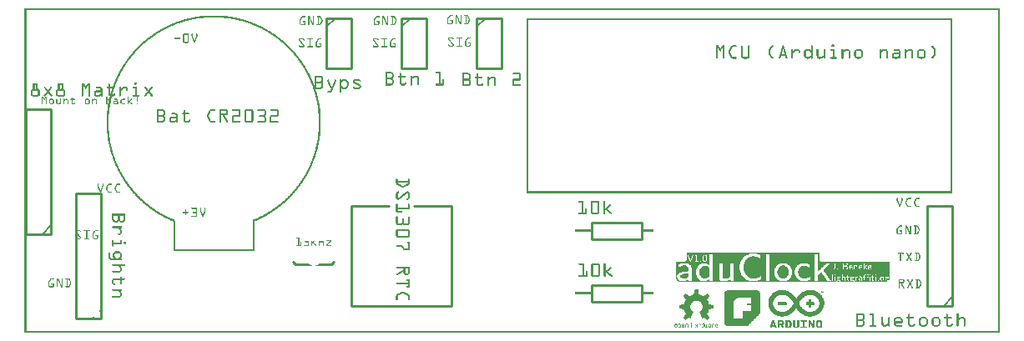
<source format=gto>
G04 MADE WITH FRITZING*
G04 WWW.FRITZING.ORG*
G04 DOUBLE SIDED*
G04 HOLES PLATED*
G04 CONTOUR ON CENTER OF CONTOUR VECTOR*
%ASAXBY*%
%FSLAX23Y23*%
%MOIN*%
%OFA0B0*%
%SFA1.0B1.0*%
%ADD10C,0.010000*%
%ADD11C,0.008000*%
%ADD12C,0.005000*%
%ADD13R,0.001000X0.001000*%
%LNSILK1*%
G90*
G70*
G54D10*
X1306Y509D02*
X1306Y109D01*
D02*
X1306Y109D02*
X1706Y109D01*
D02*
X1706Y109D02*
X1706Y509D01*
D02*
X1306Y509D02*
X1456Y509D01*
D02*
X1556Y509D02*
X1706Y509D01*
G54D11*
D02*
X914Y448D02*
X914Y330D01*
D02*
X914Y330D02*
X599Y330D01*
D02*
X599Y330D02*
X599Y448D01*
G54D10*
D02*
X1237Y284D02*
X1227Y274D01*
D02*
X1073Y284D02*
X1082Y275D01*
D02*
X2266Y442D02*
X2466Y442D01*
D02*
X2466Y442D02*
X2466Y376D01*
D02*
X2466Y376D02*
X2266Y376D01*
D02*
X2266Y376D02*
X2266Y442D01*
D02*
X2266Y192D02*
X2466Y192D01*
D02*
X2466Y192D02*
X2466Y126D01*
D02*
X2466Y126D02*
X2266Y126D01*
D02*
X2266Y126D02*
X2266Y192D01*
D02*
X3706Y109D02*
X3706Y509D01*
D02*
X3706Y509D02*
X3606Y509D01*
D02*
X3606Y509D02*
X3606Y109D01*
D02*
X3606Y109D02*
X3706Y109D01*
G54D12*
D02*
X3706Y144D02*
X3671Y109D01*
G54D10*
D02*
X106Y396D02*
X106Y896D01*
D02*
X106Y896D02*
X6Y896D01*
D02*
X6Y896D02*
X6Y396D01*
D02*
X6Y396D02*
X106Y396D01*
G54D12*
D02*
X106Y431D02*
X71Y396D01*
G54D10*
D02*
X306Y59D02*
X306Y559D01*
D02*
X306Y559D02*
X206Y559D01*
D02*
X206Y559D02*
X206Y59D01*
D02*
X206Y59D02*
X306Y59D01*
D02*
X1806Y1259D02*
X1806Y1059D01*
D02*
X1806Y1059D02*
X1906Y1059D01*
D02*
X1906Y1059D02*
X1906Y1259D01*
D02*
X1906Y1259D02*
X1806Y1259D01*
G54D12*
D02*
X1806Y1224D02*
X1841Y1259D01*
G54D10*
D02*
X1506Y1259D02*
X1506Y1059D01*
D02*
X1506Y1059D02*
X1606Y1059D01*
D02*
X1606Y1059D02*
X1606Y1259D01*
D02*
X1606Y1259D02*
X1506Y1259D01*
G54D12*
D02*
X1506Y1224D02*
X1541Y1259D01*
G54D10*
D02*
X1206Y1259D02*
X1206Y1059D01*
D02*
X1206Y1059D02*
X1306Y1059D01*
D02*
X1306Y1059D02*
X1306Y1259D01*
D02*
X1306Y1259D02*
X1206Y1259D01*
G54D12*
D02*
X1206Y1224D02*
X1241Y1259D01*
G36*
X3015Y171D02*
X3015Y170D01*
X3010Y170D01*
X3010Y169D01*
X3007Y169D01*
X3007Y168D01*
X3004Y168D01*
X3004Y167D01*
X3001Y167D01*
X3001Y166D01*
X2999Y166D01*
X2999Y165D01*
X2997Y165D01*
X2997Y164D01*
X2996Y164D01*
X2996Y162D01*
X2994Y162D01*
X2994Y161D01*
X2992Y161D01*
X2992Y160D01*
X2990Y160D01*
X2990Y159D01*
X2989Y159D01*
X2989Y158D01*
X2988Y158D01*
X2988Y157D01*
X2987Y157D01*
X2987Y156D01*
X2986Y156D01*
X2986Y155D01*
X2985Y155D01*
X2985Y153D01*
X2983Y153D01*
X2983Y152D01*
X3033Y152D01*
X3033Y151D01*
X3037Y151D01*
X3037Y150D01*
X3041Y150D01*
X3041Y149D01*
X3044Y149D01*
X3044Y148D01*
X3045Y148D01*
X3045Y147D01*
X3048Y147D01*
X3048Y146D01*
X3050Y146D01*
X3050Y144D01*
X3051Y144D01*
X3051Y143D01*
X3052Y143D01*
X3052Y142D01*
X3053Y142D01*
X3053Y141D01*
X3055Y141D01*
X3055Y140D01*
X3057Y140D01*
X3057Y139D01*
X3081Y139D01*
X3081Y140D01*
X3080Y140D01*
X3080Y142D01*
X3079Y142D01*
X3079Y143D01*
X3078Y143D01*
X3078Y144D01*
X3077Y144D01*
X3077Y146D01*
X3076Y146D01*
X3076Y148D01*
X3075Y148D01*
X3075Y149D01*
X3073Y149D01*
X3073Y150D01*
X3072Y150D01*
X3072Y151D01*
X3071Y151D01*
X3071Y152D01*
X3070Y152D01*
X3070Y153D01*
X3069Y153D01*
X3069Y155D01*
X3068Y155D01*
X3068Y156D01*
X3067Y156D01*
X3067Y157D01*
X3066Y157D01*
X3066Y158D01*
X3063Y158D01*
X3063Y159D01*
X3062Y159D01*
X3062Y160D01*
X3060Y160D01*
X3060Y161D01*
X3059Y161D01*
X3059Y162D01*
X3057Y162D01*
X3057Y164D01*
X3055Y164D01*
X3055Y165D01*
X3053Y165D01*
X3053Y166D01*
X3051Y166D01*
X3051Y167D01*
X3048Y167D01*
X3048Y168D01*
X3045Y168D01*
X3045Y169D01*
X3041Y169D01*
X3041Y170D01*
X3036Y170D01*
X3036Y171D01*
X3015Y171D01*
G37*
D02*
G36*
X3129Y171D02*
X3129Y170D01*
X3123Y170D01*
X3123Y169D01*
X3120Y169D01*
X3120Y168D01*
X3116Y168D01*
X3116Y167D01*
X3114Y167D01*
X3114Y166D01*
X3112Y166D01*
X3112Y165D01*
X3109Y165D01*
X3109Y164D01*
X3107Y164D01*
X3107Y162D01*
X3106Y162D01*
X3106Y161D01*
X3104Y161D01*
X3104Y160D01*
X3103Y160D01*
X3103Y159D01*
X3102Y159D01*
X3102Y158D01*
X3099Y158D01*
X3099Y157D01*
X3098Y157D01*
X3098Y156D01*
X3097Y156D01*
X3097Y155D01*
X3096Y155D01*
X3096Y153D01*
X3095Y153D01*
X3095Y152D01*
X3145Y152D01*
X3145Y151D01*
X3151Y151D01*
X3151Y150D01*
X3153Y150D01*
X3153Y149D01*
X3155Y149D01*
X3155Y148D01*
X3158Y148D01*
X3158Y147D01*
X3160Y147D01*
X3160Y146D01*
X3161Y146D01*
X3161Y144D01*
X3162Y144D01*
X3162Y143D01*
X3164Y143D01*
X3164Y141D01*
X3167Y141D01*
X3167Y139D01*
X3168Y139D01*
X3168Y138D01*
X3169Y138D01*
X3169Y135D01*
X3170Y135D01*
X3170Y134D01*
X3171Y134D01*
X3171Y132D01*
X3172Y132D01*
X3172Y129D01*
X3173Y129D01*
X3173Y124D01*
X3175Y124D01*
X3175Y113D01*
X3173Y113D01*
X3173Y109D01*
X3172Y109D01*
X3172Y105D01*
X3171Y105D01*
X3171Y103D01*
X3170Y103D01*
X3170Y102D01*
X3169Y102D01*
X3169Y100D01*
X3168Y100D01*
X3168Y98D01*
X3167Y98D01*
X3167Y96D01*
X3164Y96D01*
X3164Y94D01*
X3162Y94D01*
X3162Y93D01*
X3161Y93D01*
X3161Y92D01*
X3160Y92D01*
X3160Y91D01*
X3158Y91D01*
X3158Y89D01*
X3155Y89D01*
X3155Y88D01*
X3153Y88D01*
X3153Y87D01*
X3150Y87D01*
X3150Y86D01*
X3145Y86D01*
X3145Y85D01*
X3181Y85D01*
X3181Y86D01*
X3182Y86D01*
X3182Y87D01*
X3184Y87D01*
X3184Y88D01*
X3185Y88D01*
X3185Y91D01*
X3186Y91D01*
X3186Y92D01*
X3187Y92D01*
X3187Y94D01*
X3188Y94D01*
X3188Y96D01*
X3189Y96D01*
X3189Y98D01*
X3190Y98D01*
X3190Y102D01*
X3191Y102D01*
X3191Y105D01*
X3193Y105D01*
X3193Y111D01*
X3194Y111D01*
X3194Y128D01*
X3193Y128D01*
X3193Y132D01*
X3191Y132D01*
X3191Y137D01*
X3190Y137D01*
X3190Y139D01*
X3189Y139D01*
X3189Y141D01*
X3188Y141D01*
X3188Y143D01*
X3187Y143D01*
X3187Y146D01*
X3186Y146D01*
X3186Y148D01*
X3185Y148D01*
X3185Y149D01*
X3184Y149D01*
X3184Y150D01*
X3182Y150D01*
X3182Y151D01*
X3181Y151D01*
X3181Y153D01*
X3180Y153D01*
X3180Y155D01*
X3179Y155D01*
X3179Y156D01*
X3178Y156D01*
X3178Y157D01*
X3177Y157D01*
X3177Y158D01*
X3176Y158D01*
X3176Y159D01*
X3173Y159D01*
X3173Y160D01*
X3172Y160D01*
X3172Y161D01*
X3171Y161D01*
X3171Y162D01*
X3169Y162D01*
X3169Y164D01*
X3167Y164D01*
X3167Y165D01*
X3166Y165D01*
X3166Y166D01*
X3163Y166D01*
X3163Y167D01*
X3161Y167D01*
X3161Y168D01*
X3158Y168D01*
X3158Y169D01*
X3154Y169D01*
X3154Y170D01*
X3149Y170D01*
X3149Y171D01*
X3129Y171D01*
G37*
D02*
G36*
X2982Y152D02*
X2982Y150D01*
X2981Y150D01*
X2981Y149D01*
X2980Y149D01*
X2980Y148D01*
X2979Y148D01*
X2979Y146D01*
X2978Y146D01*
X2978Y144D01*
X2977Y144D01*
X2977Y142D01*
X2976Y142D01*
X2976Y139D01*
X2974Y139D01*
X2974Y137D01*
X2973Y137D01*
X2973Y133D01*
X2972Y133D01*
X2972Y129D01*
X2971Y129D01*
X2971Y110D01*
X2972Y110D01*
X2972Y104D01*
X2973Y104D01*
X2973Y101D01*
X2974Y101D01*
X2974Y98D01*
X2976Y98D01*
X2976Y95D01*
X2977Y95D01*
X2977Y94D01*
X2978Y94D01*
X2978Y92D01*
X2979Y92D01*
X2979Y89D01*
X2980Y89D01*
X2980Y88D01*
X2981Y88D01*
X2981Y87D01*
X2982Y87D01*
X2982Y85D01*
X3018Y85D01*
X3018Y86D01*
X3014Y86D01*
X3014Y87D01*
X3012Y87D01*
X3012Y88D01*
X3009Y88D01*
X3009Y89D01*
X3007Y89D01*
X3007Y91D01*
X3005Y91D01*
X3005Y92D01*
X3004Y92D01*
X3004Y93D01*
X3003Y93D01*
X3003Y94D01*
X3001Y94D01*
X3001Y95D01*
X2999Y95D01*
X2999Y97D01*
X2998Y97D01*
X2998Y98D01*
X2997Y98D01*
X2997Y100D01*
X2996Y100D01*
X2996Y101D01*
X2995Y101D01*
X2995Y103D01*
X2994Y103D01*
X2994Y105D01*
X2992Y105D01*
X2992Y109D01*
X2991Y109D01*
X2991Y112D01*
X2990Y112D01*
X2990Y125D01*
X2991Y125D01*
X2991Y130D01*
X2992Y130D01*
X2992Y132D01*
X2994Y132D01*
X2994Y134D01*
X2995Y134D01*
X2995Y137D01*
X2996Y137D01*
X2996Y138D01*
X2997Y138D01*
X2997Y139D01*
X2998Y139D01*
X2998Y141D01*
X2999Y141D01*
X2999Y142D01*
X3000Y142D01*
X3000Y143D01*
X3001Y143D01*
X3001Y144D01*
X3004Y144D01*
X3004Y146D01*
X3005Y146D01*
X3005Y147D01*
X3007Y147D01*
X3007Y148D01*
X3008Y148D01*
X3008Y149D01*
X3012Y149D01*
X3012Y150D01*
X3014Y150D01*
X3014Y151D01*
X3018Y151D01*
X3018Y152D01*
X2982Y152D01*
G37*
D02*
G36*
X3094Y152D02*
X3094Y151D01*
X3093Y151D01*
X3093Y150D01*
X3091Y150D01*
X3091Y149D01*
X3090Y149D01*
X3090Y148D01*
X3089Y148D01*
X3089Y147D01*
X3088Y147D01*
X3088Y144D01*
X3087Y144D01*
X3087Y143D01*
X3086Y143D01*
X3086Y142D01*
X3085Y142D01*
X3085Y141D01*
X3084Y141D01*
X3084Y139D01*
X3108Y139D01*
X3108Y140D01*
X3109Y140D01*
X3109Y141D01*
X3111Y141D01*
X3111Y142D01*
X3112Y142D01*
X3112Y143D01*
X3114Y143D01*
X3114Y144D01*
X3115Y144D01*
X3115Y146D01*
X3117Y146D01*
X3117Y147D01*
X3118Y147D01*
X3118Y148D01*
X3121Y148D01*
X3121Y149D01*
X3124Y149D01*
X3124Y150D01*
X3126Y150D01*
X3126Y151D01*
X3131Y151D01*
X3131Y152D01*
X3094Y152D01*
G37*
D02*
G36*
X3058Y139D02*
X3058Y138D01*
X3107Y138D01*
X3107Y139D01*
X3058Y139D01*
G37*
D02*
G36*
X3058Y139D02*
X3058Y138D01*
X3107Y138D01*
X3107Y139D01*
X3058Y139D01*
G37*
D02*
G36*
X3058Y138D02*
X3058Y137D01*
X3060Y137D01*
X3060Y134D01*
X3061Y134D01*
X3061Y133D01*
X3062Y133D01*
X3062Y132D01*
X3063Y132D01*
X3063Y131D01*
X3064Y131D01*
X3064Y130D01*
X3066Y130D01*
X3066Y128D01*
X3067Y128D01*
X3067Y127D01*
X3068Y127D01*
X3068Y124D01*
X3069Y124D01*
X3069Y122D01*
X3070Y122D01*
X3070Y121D01*
X3071Y121D01*
X3071Y116D01*
X3070Y116D01*
X3070Y115D01*
X3069Y115D01*
X3069Y113D01*
X3068Y113D01*
X3068Y111D01*
X3067Y111D01*
X3067Y110D01*
X3066Y110D01*
X3066Y107D01*
X3064Y107D01*
X3064Y106D01*
X3063Y106D01*
X3063Y105D01*
X3062Y105D01*
X3062Y103D01*
X3061Y103D01*
X3061Y102D01*
X3060Y102D01*
X3060Y101D01*
X3059Y101D01*
X3059Y100D01*
X3058Y100D01*
X3058Y98D01*
X3084Y98D01*
X3084Y97D01*
X3085Y97D01*
X3085Y95D01*
X3086Y95D01*
X3086Y94D01*
X3087Y94D01*
X3087Y93D01*
X3088Y93D01*
X3088Y91D01*
X3089Y91D01*
X3089Y89D01*
X3090Y89D01*
X3090Y88D01*
X3091Y88D01*
X3091Y87D01*
X3093Y87D01*
X3093Y86D01*
X3094Y86D01*
X3094Y85D01*
X3131Y85D01*
X3131Y86D01*
X3127Y86D01*
X3127Y87D01*
X3124Y87D01*
X3124Y88D01*
X3122Y88D01*
X3122Y89D01*
X3120Y89D01*
X3120Y91D01*
X3117Y91D01*
X3117Y92D01*
X3115Y92D01*
X3115Y93D01*
X3114Y93D01*
X3114Y94D01*
X3113Y94D01*
X3113Y95D01*
X3112Y95D01*
X3112Y96D01*
X3109Y96D01*
X3109Y98D01*
X3107Y98D01*
X3107Y100D01*
X3106Y100D01*
X3106Y101D01*
X3105Y101D01*
X3105Y102D01*
X3104Y102D01*
X3104Y104D01*
X3103Y104D01*
X3103Y105D01*
X3102Y105D01*
X3102Y106D01*
X3100Y106D01*
X3100Y107D01*
X3099Y107D01*
X3099Y110D01*
X3098Y110D01*
X3098Y111D01*
X3097Y111D01*
X3097Y113D01*
X3096Y113D01*
X3096Y114D01*
X3095Y114D01*
X3095Y116D01*
X3094Y116D01*
X3094Y121D01*
X3095Y121D01*
X3095Y123D01*
X3096Y123D01*
X3096Y124D01*
X3097Y124D01*
X3097Y127D01*
X3098Y127D01*
X3098Y128D01*
X3099Y128D01*
X3099Y130D01*
X3100Y130D01*
X3100Y131D01*
X3102Y131D01*
X3102Y132D01*
X3103Y132D01*
X3103Y134D01*
X3104Y134D01*
X3104Y135D01*
X3105Y135D01*
X3105Y137D01*
X3106Y137D01*
X3106Y138D01*
X3058Y138D01*
G37*
D02*
G36*
X3057Y98D02*
X3057Y97D01*
X3055Y97D01*
X3055Y96D01*
X3054Y96D01*
X3054Y95D01*
X3052Y95D01*
X3052Y94D01*
X3051Y94D01*
X3051Y93D01*
X3050Y93D01*
X3050Y92D01*
X3048Y92D01*
X3048Y91D01*
X3046Y91D01*
X3046Y89D01*
X3044Y89D01*
X3044Y88D01*
X3041Y88D01*
X3041Y87D01*
X3039Y87D01*
X3039Y86D01*
X3033Y86D01*
X3033Y85D01*
X3071Y85D01*
X3071Y86D01*
X3072Y86D01*
X3072Y87D01*
X3073Y87D01*
X3073Y88D01*
X3075Y88D01*
X3075Y89D01*
X3076Y89D01*
X3076Y92D01*
X3077Y92D01*
X3077Y93D01*
X3078Y93D01*
X3078Y94D01*
X3079Y94D01*
X3079Y95D01*
X3080Y95D01*
X3080Y97D01*
X3081Y97D01*
X3081Y98D01*
X3057Y98D01*
G37*
D02*
G36*
X3132Y86D02*
X3132Y85D01*
X3133Y85D01*
X3133Y86D01*
X3132Y86D01*
G37*
D02*
G36*
X2983Y85D02*
X2983Y84D01*
X3070Y84D01*
X3070Y85D01*
X2983Y85D01*
G37*
D02*
G36*
X2983Y85D02*
X2983Y84D01*
X3070Y84D01*
X3070Y85D01*
X2983Y85D01*
G37*
D02*
G36*
X3095Y85D02*
X3095Y84D01*
X3180Y84D01*
X3180Y85D01*
X3095Y85D01*
G37*
D02*
G36*
X3095Y85D02*
X3095Y84D01*
X3180Y84D01*
X3180Y85D01*
X3095Y85D01*
G37*
D02*
G36*
X3095Y85D02*
X3095Y84D01*
X3180Y84D01*
X3180Y85D01*
X3095Y85D01*
G37*
D02*
G36*
X2985Y84D02*
X2985Y83D01*
X2986Y83D01*
X2986Y82D01*
X2988Y82D01*
X2988Y79D01*
X2989Y79D01*
X2989Y78D01*
X2991Y78D01*
X2991Y77D01*
X2992Y77D01*
X2992Y76D01*
X2994Y76D01*
X2994Y75D01*
X2996Y75D01*
X2996Y74D01*
X2998Y74D01*
X2998Y73D01*
X2999Y73D01*
X2999Y71D01*
X3003Y71D01*
X3003Y70D01*
X3005Y70D01*
X3005Y69D01*
X3009Y69D01*
X3009Y68D01*
X3013Y68D01*
X3013Y67D01*
X3034Y67D01*
X3034Y66D01*
X3035Y66D01*
X3035Y67D01*
X3040Y67D01*
X3040Y68D01*
X3044Y68D01*
X3044Y69D01*
X3048Y69D01*
X3048Y70D01*
X3050Y70D01*
X3050Y71D01*
X3052Y71D01*
X3052Y73D01*
X3054Y73D01*
X3054Y74D01*
X3057Y74D01*
X3057Y75D01*
X3059Y75D01*
X3059Y76D01*
X3060Y76D01*
X3060Y77D01*
X3062Y77D01*
X3062Y78D01*
X3063Y78D01*
X3063Y79D01*
X3064Y79D01*
X3064Y80D01*
X3066Y80D01*
X3066Y82D01*
X3068Y82D01*
X3068Y83D01*
X3069Y83D01*
X3069Y84D01*
X2985Y84D01*
G37*
D02*
G36*
X3097Y84D02*
X3097Y82D01*
X3099Y82D01*
X3099Y79D01*
X3102Y79D01*
X3102Y78D01*
X3103Y78D01*
X3103Y77D01*
X3105Y77D01*
X3105Y76D01*
X3106Y76D01*
X3106Y75D01*
X3108Y75D01*
X3108Y74D01*
X3111Y74D01*
X3111Y73D01*
X3112Y73D01*
X3112Y71D01*
X3115Y71D01*
X3115Y70D01*
X3117Y70D01*
X3117Y69D01*
X3121Y69D01*
X3121Y68D01*
X3153Y68D01*
X3153Y67D01*
X3154Y67D01*
X3154Y68D01*
X3157Y68D01*
X3157Y69D01*
X3160Y69D01*
X3160Y70D01*
X3162Y70D01*
X3162Y71D01*
X3164Y71D01*
X3164Y73D01*
X3167Y73D01*
X3167Y74D01*
X3169Y74D01*
X3169Y75D01*
X3170Y75D01*
X3170Y76D01*
X3172Y76D01*
X3172Y77D01*
X3173Y77D01*
X3173Y78D01*
X3175Y78D01*
X3175Y79D01*
X3176Y79D01*
X3176Y80D01*
X3178Y80D01*
X3178Y83D01*
X3180Y83D01*
X3180Y84D01*
X3097Y84D01*
G37*
D02*
G36*
X3007Y69D02*
X3007Y68D01*
X3008Y68D01*
X3008Y69D01*
X3007Y69D01*
G37*
D02*
G36*
X3010Y68D02*
X3010Y67D01*
X3012Y67D01*
X3012Y68D01*
X3010Y68D01*
G37*
D02*
G36*
X3124Y68D02*
X3124Y67D01*
X3148Y67D01*
X3148Y66D01*
X3149Y66D01*
X3149Y67D01*
X3152Y67D01*
X3152Y68D01*
X3124Y68D01*
G37*
D02*
G36*
X3016Y67D02*
X3016Y66D01*
X3017Y66D01*
X3017Y67D01*
X3016Y67D01*
G37*
D02*
G36*
X3018Y67D02*
X3018Y66D01*
X3033Y66D01*
X3033Y67D01*
X3018Y67D01*
G37*
D02*
G36*
X3130Y67D02*
X3130Y66D01*
X3146Y66D01*
X3146Y67D01*
X3130Y67D01*
G37*
D02*
G36*
X3181Y168D02*
X3181Y166D01*
X3185Y166D01*
X3185Y165D01*
X3187Y165D01*
X3187Y168D01*
X3181Y168D01*
G37*
D02*
G36*
X3188Y168D02*
X3188Y165D01*
X3191Y165D01*
X3191Y166D01*
X3190Y166D01*
X3190Y168D01*
X3188Y168D01*
G37*
D02*
G36*
X3182Y166D02*
X3182Y165D01*
X3184Y165D01*
X3184Y166D01*
X3182Y166D01*
G37*
D02*
G36*
X3182Y165D02*
X3182Y164D01*
X3190Y164D01*
X3190Y165D01*
X3182Y165D01*
G37*
D02*
G36*
X3182Y165D02*
X3182Y164D01*
X3190Y164D01*
X3190Y165D01*
X3182Y165D01*
G37*
D02*
G36*
X3182Y165D02*
X3182Y164D01*
X3190Y164D01*
X3190Y165D01*
X3182Y165D01*
G37*
D02*
G36*
X3182Y164D02*
X3182Y162D01*
X3187Y162D01*
X3187Y161D01*
X3190Y161D01*
X3190Y162D01*
X3191Y162D01*
X3191Y164D01*
X3182Y164D01*
G37*
D02*
G36*
X3182Y162D02*
X3182Y161D01*
X3184Y161D01*
X3184Y162D01*
X3182Y162D01*
G37*
D02*
G36*
X3185Y162D02*
X3185Y161D01*
X3186Y161D01*
X3186Y162D01*
X3185Y162D01*
G37*
D02*
G36*
X3132Y135D02*
X3132Y132D01*
X3131Y132D01*
X3131Y131D01*
X3132Y131D01*
X3132Y129D01*
X3131Y129D01*
X3131Y128D01*
X3132Y128D01*
X3132Y124D01*
X3121Y124D01*
X3121Y113D01*
X3132Y113D01*
X3132Y111D01*
X3131Y111D01*
X3131Y110D01*
X3132Y110D01*
X3132Y107D01*
X3131Y107D01*
X3131Y106D01*
X3132Y106D01*
X3132Y104D01*
X3131Y104D01*
X3131Y103D01*
X3132Y103D01*
X3132Y102D01*
X3143Y102D01*
X3143Y104D01*
X3142Y104D01*
X3142Y105D01*
X3143Y105D01*
X3143Y110D01*
X3142Y110D01*
X3142Y111D01*
X3143Y111D01*
X3143Y113D01*
X3154Y113D01*
X3154Y114D01*
X3153Y114D01*
X3153Y115D01*
X3154Y115D01*
X3154Y118D01*
X3153Y118D01*
X3153Y119D01*
X3154Y119D01*
X3154Y121D01*
X3153Y121D01*
X3153Y122D01*
X3154Y122D01*
X3154Y123D01*
X3153Y123D01*
X3153Y124D01*
X3143Y124D01*
X3143Y125D01*
X3142Y125D01*
X3142Y127D01*
X3143Y127D01*
X3143Y130D01*
X3142Y130D01*
X3142Y131D01*
X3143Y131D01*
X3143Y134D01*
X3142Y134D01*
X3142Y135D01*
X3132Y135D01*
G37*
D02*
G36*
X3010Y124D02*
X3010Y113D01*
X3044Y113D01*
X3044Y115D01*
X3043Y115D01*
X3043Y116D01*
X3044Y116D01*
X3044Y123D01*
X3043Y123D01*
X3043Y124D01*
X3010Y124D01*
G37*
D02*
G36*
X2986Y51D02*
X2986Y49D01*
X2985Y49D01*
X2985Y44D01*
X2983Y44D01*
X2983Y41D01*
X2991Y41D01*
X2991Y40D01*
X2990Y40D01*
X2990Y39D01*
X2991Y39D01*
X2991Y37D01*
X2992Y37D01*
X2992Y33D01*
X2990Y33D01*
X2990Y32D01*
X3000Y32D01*
X3000Y35D01*
X2999Y35D01*
X2999Y40D01*
X2998Y40D01*
X2998Y42D01*
X2997Y42D01*
X2997Y47D01*
X2996Y47D01*
X2996Y50D01*
X2995Y50D01*
X2995Y51D01*
X2986Y51D01*
G37*
D02*
G36*
X2982Y41D02*
X2982Y38D01*
X2981Y38D01*
X2981Y34D01*
X2980Y34D01*
X2980Y32D01*
X2989Y32D01*
X2989Y33D01*
X2988Y33D01*
X2988Y35D01*
X2989Y35D01*
X2989Y41D01*
X2982Y41D01*
G37*
D02*
G36*
X2980Y32D02*
X2980Y31D01*
X3001Y31D01*
X3001Y32D01*
X2980Y32D01*
G37*
D02*
G36*
X2980Y32D02*
X2980Y31D01*
X3001Y31D01*
X3001Y32D01*
X2980Y32D01*
G37*
D02*
G36*
X2979Y31D02*
X2979Y28D01*
X2978Y28D01*
X2978Y26D01*
X2995Y26D01*
X2995Y23D01*
X2996Y23D01*
X2996Y20D01*
X3004Y20D01*
X3004Y21D01*
X3005Y21D01*
X3005Y22D01*
X3004Y22D01*
X3004Y25D01*
X3003Y25D01*
X3003Y29D01*
X3001Y29D01*
X3001Y31D01*
X2979Y31D01*
G37*
D02*
G36*
X2978Y26D02*
X2978Y23D01*
X2977Y23D01*
X2977Y20D01*
X2985Y20D01*
X2985Y22D01*
X2986Y22D01*
X2986Y26D01*
X2978Y26D01*
G37*
D02*
G36*
X3009Y51D02*
X3009Y44D01*
X3024Y44D01*
X3024Y42D01*
X3025Y42D01*
X3025Y38D01*
X3024Y38D01*
X3024Y37D01*
X3033Y37D01*
X3033Y39D01*
X3034Y39D01*
X3034Y40D01*
X3033Y40D01*
X3033Y41D01*
X3034Y41D01*
X3034Y43D01*
X3033Y43D01*
X3033Y46D01*
X3032Y46D01*
X3032Y48D01*
X3031Y48D01*
X3031Y49D01*
X3028Y49D01*
X3028Y50D01*
X3026Y50D01*
X3026Y51D01*
X3009Y51D01*
G37*
D02*
G36*
X3009Y44D02*
X3009Y41D01*
X3008Y41D01*
X3008Y40D01*
X3009Y40D01*
X3009Y37D01*
X3017Y37D01*
X3017Y44D01*
X3009Y44D01*
G37*
D02*
G36*
X3009Y37D02*
X3009Y35D01*
X3033Y35D01*
X3033Y37D01*
X3009Y37D01*
G37*
D02*
G36*
X3009Y37D02*
X3009Y35D01*
X3033Y35D01*
X3033Y37D01*
X3009Y37D01*
G37*
D02*
G36*
X3009Y35D02*
X3009Y33D01*
X3008Y33D01*
X3008Y32D01*
X3009Y32D01*
X3009Y30D01*
X3021Y30D01*
X3021Y29D01*
X3022Y29D01*
X3022Y25D01*
X3023Y25D01*
X3023Y24D01*
X3024Y24D01*
X3024Y21D01*
X3025Y21D01*
X3025Y20D01*
X3034Y20D01*
X3034Y22D01*
X3033Y22D01*
X3033Y24D01*
X3032Y24D01*
X3032Y26D01*
X3031Y26D01*
X3031Y29D01*
X3030Y29D01*
X3030Y31D01*
X3028Y31D01*
X3028Y32D01*
X3031Y32D01*
X3031Y33D01*
X3032Y33D01*
X3032Y35D01*
X3009Y35D01*
G37*
D02*
G36*
X3009Y30D02*
X3009Y28D01*
X3008Y28D01*
X3008Y26D01*
X3009Y26D01*
X3009Y23D01*
X3008Y23D01*
X3008Y22D01*
X3009Y22D01*
X3009Y20D01*
X3017Y20D01*
X3017Y30D01*
X3009Y30D01*
G37*
D02*
G36*
X3040Y51D02*
X3040Y50D01*
X3039Y50D01*
X3039Y49D01*
X3040Y49D01*
X3040Y48D01*
X3039Y48D01*
X3039Y47D01*
X3040Y47D01*
X3040Y46D01*
X3039Y46D01*
X3039Y44D01*
X3053Y44D01*
X3053Y43D01*
X3054Y43D01*
X3054Y42D01*
X3055Y42D01*
X3055Y40D01*
X3057Y40D01*
X3057Y32D01*
X3055Y32D01*
X3055Y29D01*
X3054Y29D01*
X3054Y28D01*
X3052Y28D01*
X3052Y26D01*
X3063Y26D01*
X3063Y29D01*
X3064Y29D01*
X3064Y32D01*
X3066Y32D01*
X3066Y33D01*
X3064Y33D01*
X3064Y34D01*
X3066Y34D01*
X3066Y37D01*
X3064Y37D01*
X3064Y38D01*
X3066Y38D01*
X3066Y39D01*
X3064Y39D01*
X3064Y43D01*
X3063Y43D01*
X3063Y46D01*
X3062Y46D01*
X3062Y47D01*
X3061Y47D01*
X3061Y48D01*
X3060Y48D01*
X3060Y49D01*
X3059Y49D01*
X3059Y50D01*
X3054Y50D01*
X3054Y51D01*
X3040Y51D01*
G37*
D02*
G36*
X3040Y44D02*
X3040Y43D01*
X3039Y43D01*
X3039Y41D01*
X3040Y41D01*
X3040Y40D01*
X3039Y40D01*
X3039Y39D01*
X3040Y39D01*
X3040Y38D01*
X3039Y38D01*
X3039Y35D01*
X3040Y35D01*
X3040Y34D01*
X3039Y34D01*
X3039Y32D01*
X3040Y32D01*
X3040Y31D01*
X3039Y31D01*
X3039Y29D01*
X3040Y29D01*
X3040Y28D01*
X3039Y28D01*
X3039Y26D01*
X3048Y26D01*
X3048Y44D01*
X3040Y44D01*
G37*
D02*
G36*
X3040Y26D02*
X3040Y25D01*
X3062Y25D01*
X3062Y26D01*
X3040Y26D01*
G37*
D02*
G36*
X3040Y26D02*
X3040Y25D01*
X3062Y25D01*
X3062Y26D01*
X3040Y26D01*
G37*
D02*
G36*
X3039Y25D02*
X3039Y23D01*
X3040Y23D01*
X3040Y22D01*
X3039Y22D01*
X3039Y21D01*
X3040Y21D01*
X3040Y20D01*
X3053Y20D01*
X3053Y21D01*
X3058Y21D01*
X3058Y22D01*
X3059Y22D01*
X3059Y23D01*
X3061Y23D01*
X3061Y24D01*
X3062Y24D01*
X3062Y25D01*
X3039Y25D01*
G37*
D02*
G36*
X3070Y51D02*
X3070Y26D01*
X3080Y26D01*
X3080Y28D01*
X3079Y28D01*
X3079Y29D01*
X3078Y29D01*
X3078Y51D01*
X3070Y51D01*
G37*
D02*
G36*
X3087Y51D02*
X3087Y43D01*
X3090Y43D01*
X3090Y42D01*
X3095Y42D01*
X3095Y46D01*
X3094Y46D01*
X3094Y47D01*
X3095Y47D01*
X3095Y51D01*
X3087Y51D01*
G37*
D02*
G36*
X3087Y43D02*
X3087Y42D01*
X3089Y42D01*
X3089Y43D01*
X3087Y43D01*
G37*
D02*
G36*
X3087Y42D02*
X3087Y41D01*
X3095Y41D01*
X3095Y42D01*
X3087Y42D01*
G37*
D02*
G36*
X3087Y42D02*
X3087Y41D01*
X3095Y41D01*
X3095Y42D01*
X3087Y42D01*
G37*
D02*
G36*
X3087Y41D02*
X3087Y28D01*
X3086Y28D01*
X3086Y26D01*
X3094Y26D01*
X3094Y28D01*
X3095Y28D01*
X3095Y29D01*
X3094Y29D01*
X3094Y30D01*
X3095Y30D01*
X3095Y41D01*
X3087Y41D01*
G37*
D02*
G36*
X3071Y26D02*
X3071Y25D01*
X3094Y25D01*
X3094Y26D01*
X3071Y26D01*
G37*
D02*
G36*
X3071Y26D02*
X3071Y25D01*
X3094Y25D01*
X3094Y26D01*
X3071Y26D01*
G37*
D02*
G36*
X3071Y25D02*
X3071Y23D01*
X3073Y23D01*
X3073Y22D01*
X3075Y22D01*
X3075Y21D01*
X3077Y21D01*
X3077Y20D01*
X3087Y20D01*
X3087Y21D01*
X3090Y21D01*
X3090Y22D01*
X3091Y22D01*
X3091Y23D01*
X3093Y23D01*
X3093Y24D01*
X3094Y24D01*
X3094Y25D01*
X3071Y25D01*
G37*
D02*
G36*
X3102Y51D02*
X3102Y50D01*
X3100Y50D01*
X3100Y49D01*
X3102Y49D01*
X3102Y48D01*
X3100Y48D01*
X3100Y47D01*
X3102Y47D01*
X3102Y46D01*
X3100Y46D01*
X3100Y44D01*
X3109Y44D01*
X3109Y43D01*
X3108Y43D01*
X3108Y42D01*
X3109Y42D01*
X3109Y41D01*
X3108Y41D01*
X3108Y40D01*
X3109Y40D01*
X3109Y39D01*
X3108Y39D01*
X3108Y38D01*
X3109Y38D01*
X3109Y37D01*
X3108Y37D01*
X3108Y34D01*
X3109Y34D01*
X3109Y33D01*
X3108Y33D01*
X3108Y32D01*
X3109Y32D01*
X3109Y31D01*
X3108Y31D01*
X3108Y30D01*
X3109Y30D01*
X3109Y29D01*
X3108Y29D01*
X3108Y26D01*
X3100Y26D01*
X3100Y25D01*
X3102Y25D01*
X3102Y24D01*
X3100Y24D01*
X3100Y22D01*
X3102Y22D01*
X3102Y21D01*
X3100Y21D01*
X3100Y20D01*
X3125Y20D01*
X3125Y26D01*
X3117Y26D01*
X3117Y43D01*
X3116Y43D01*
X3116Y44D01*
X3125Y44D01*
X3125Y47D01*
X3124Y47D01*
X3124Y48D01*
X3125Y48D01*
X3125Y51D01*
X3102Y51D01*
G37*
D02*
G36*
X3131Y51D02*
X3131Y38D01*
X3140Y38D01*
X3140Y34D01*
X3148Y34D01*
X3148Y37D01*
X3146Y37D01*
X3146Y39D01*
X3145Y39D01*
X3145Y41D01*
X3144Y41D01*
X3144Y43D01*
X3143Y43D01*
X3143Y46D01*
X3142Y46D01*
X3142Y47D01*
X3141Y47D01*
X3141Y49D01*
X3140Y49D01*
X3140Y51D01*
X3131Y51D01*
G37*
D02*
G36*
X3149Y51D02*
X3149Y34D01*
X3157Y34D01*
X3157Y40D01*
X3155Y40D01*
X3155Y41D01*
X3157Y41D01*
X3157Y47D01*
X3155Y47D01*
X3155Y48D01*
X3157Y48D01*
X3157Y51D01*
X3149Y51D01*
G37*
D02*
G36*
X3131Y38D02*
X3131Y20D01*
X3137Y20D01*
X3137Y21D01*
X3139Y21D01*
X3139Y23D01*
X3137Y23D01*
X3137Y24D01*
X3139Y24D01*
X3139Y37D01*
X3137Y37D01*
X3137Y38D01*
X3131Y38D01*
G37*
D02*
G36*
X3141Y34D02*
X3141Y33D01*
X3155Y33D01*
X3155Y34D01*
X3141Y34D01*
G37*
D02*
G36*
X3141Y34D02*
X3141Y33D01*
X3155Y33D01*
X3155Y34D01*
X3141Y34D01*
G37*
D02*
G36*
X3142Y33D02*
X3142Y31D01*
X3143Y31D01*
X3143Y29D01*
X3144Y29D01*
X3144Y26D01*
X3145Y26D01*
X3145Y24D01*
X3146Y24D01*
X3146Y23D01*
X3148Y23D01*
X3148Y21D01*
X3154Y21D01*
X3154Y20D01*
X3155Y20D01*
X3155Y21D01*
X3157Y21D01*
X3157Y33D01*
X3142Y33D01*
G37*
D02*
G36*
X3149Y21D02*
X3149Y20D01*
X3153Y20D01*
X3153Y21D01*
X3149Y21D01*
G37*
D02*
G36*
X3169Y51D02*
X3169Y50D01*
X3167Y50D01*
X3167Y49D01*
X3166Y49D01*
X3166Y48D01*
X3164Y48D01*
X3164Y47D01*
X3163Y47D01*
X3163Y44D01*
X3177Y44D01*
X3177Y43D01*
X3178Y43D01*
X3178Y41D01*
X3179Y41D01*
X3179Y35D01*
X3178Y35D01*
X3178Y34D01*
X3179Y34D01*
X3179Y32D01*
X3178Y32D01*
X3178Y31D01*
X3179Y31D01*
X3179Y30D01*
X3178Y30D01*
X3178Y28D01*
X3177Y28D01*
X3177Y26D01*
X3186Y26D01*
X3186Y28D01*
X3187Y28D01*
X3187Y34D01*
X3188Y34D01*
X3188Y35D01*
X3187Y35D01*
X3187Y37D01*
X3188Y37D01*
X3188Y38D01*
X3187Y38D01*
X3187Y44D01*
X3186Y44D01*
X3186Y46D01*
X3185Y46D01*
X3185Y48D01*
X3184Y48D01*
X3184Y49D01*
X3182Y49D01*
X3182Y50D01*
X3180Y50D01*
X3180Y51D01*
X3169Y51D01*
G37*
D02*
G36*
X3162Y44D02*
X3162Y42D01*
X3161Y42D01*
X3161Y29D01*
X3162Y29D01*
X3162Y26D01*
X3171Y26D01*
X3171Y28D01*
X3170Y28D01*
X3170Y33D01*
X3169Y33D01*
X3169Y34D01*
X3170Y34D01*
X3170Y35D01*
X3169Y35D01*
X3169Y37D01*
X3170Y37D01*
X3170Y38D01*
X3169Y38D01*
X3169Y39D01*
X3170Y39D01*
X3170Y43D01*
X3171Y43D01*
X3171Y44D01*
X3162Y44D01*
G37*
D02*
G36*
X3162Y26D02*
X3162Y25D01*
X3186Y25D01*
X3186Y26D01*
X3162Y26D01*
G37*
D02*
G36*
X3162Y26D02*
X3162Y25D01*
X3186Y25D01*
X3186Y26D01*
X3162Y26D01*
G37*
D02*
G36*
X3163Y25D02*
X3163Y24D01*
X3164Y24D01*
X3164Y22D01*
X3167Y22D01*
X3167Y21D01*
X3169Y21D01*
X3169Y20D01*
X3179Y20D01*
X3179Y21D01*
X3181Y21D01*
X3181Y22D01*
X3184Y22D01*
X3184Y24D01*
X3185Y24D01*
X3185Y25D01*
X3163Y25D01*
G37*
D02*
G36*
X2715Y310D02*
X2715Y309D01*
X2714Y309D01*
X2714Y308D01*
X2713Y308D01*
X2713Y306D01*
X2712Y306D01*
X2712Y293D01*
X2713Y293D01*
X2713Y290D01*
X2714Y290D01*
X2714Y289D01*
X2715Y289D01*
X2715Y288D01*
X2719Y288D01*
X2719Y289D01*
X2721Y289D01*
X2721Y290D01*
X2722Y290D01*
X2722Y294D01*
X2723Y294D01*
X2723Y305D01*
X2722Y305D01*
X2722Y308D01*
X2721Y308D01*
X2721Y309D01*
X2719Y309D01*
X2719Y310D01*
X2715Y310D01*
G37*
D02*
G36*
X3274Y278D02*
X3274Y277D01*
X3273Y277D01*
X3273Y276D01*
X3272Y276D01*
X3272Y271D01*
X3273Y271D01*
X3273Y270D01*
X3274Y270D01*
X3274Y268D01*
X3278Y268D01*
X3278Y270D01*
X3283Y270D01*
X3283Y271D01*
X3284Y271D01*
X3284Y272D01*
X3285Y272D01*
X3285Y275D01*
X3284Y275D01*
X3284Y276D01*
X3283Y276D01*
X3283Y277D01*
X3278Y277D01*
X3278Y278D01*
X3274Y278D01*
G37*
D02*
G36*
X3027Y270D02*
X3027Y268D01*
X3023Y268D01*
X3023Y267D01*
X3019Y267D01*
X3019Y266D01*
X3017Y266D01*
X3017Y265D01*
X3016Y265D01*
X3016Y264D01*
X3015Y264D01*
X3015Y263D01*
X3014Y263D01*
X3014Y262D01*
X3013Y262D01*
X3013Y261D01*
X3012Y261D01*
X3012Y259D01*
X3011Y259D01*
X3011Y256D01*
X3010Y256D01*
X3010Y254D01*
X3008Y254D01*
X3008Y249D01*
X3007Y249D01*
X3007Y239D01*
X3008Y239D01*
X3008Y234D01*
X3010Y234D01*
X3010Y231D01*
X3011Y231D01*
X3011Y229D01*
X3012Y229D01*
X3012Y227D01*
X3013Y227D01*
X3013Y226D01*
X3014Y226D01*
X3014Y224D01*
X3015Y224D01*
X3015Y223D01*
X3016Y223D01*
X3016Y222D01*
X3017Y222D01*
X3017Y221D01*
X3019Y221D01*
X3019Y220D01*
X3022Y220D01*
X3022Y219D01*
X3026Y219D01*
X3026Y218D01*
X3035Y218D01*
X3035Y219D01*
X3038Y219D01*
X3038Y220D01*
X3040Y220D01*
X3040Y221D01*
X3043Y221D01*
X3043Y222D01*
X3044Y222D01*
X3044Y223D01*
X3045Y223D01*
X3045Y224D01*
X3046Y224D01*
X3046Y226D01*
X3047Y226D01*
X3047Y227D01*
X3048Y227D01*
X3048Y228D01*
X3049Y228D01*
X3049Y230D01*
X3050Y230D01*
X3050Y232D01*
X3051Y232D01*
X3051Y237D01*
X3052Y237D01*
X3052Y252D01*
X3051Y252D01*
X3051Y255D01*
X3050Y255D01*
X3050Y257D01*
X3049Y257D01*
X3049Y260D01*
X3048Y260D01*
X3048Y261D01*
X3047Y261D01*
X3047Y262D01*
X3046Y262D01*
X3046Y263D01*
X3045Y263D01*
X3045Y264D01*
X3044Y264D01*
X3044Y265D01*
X3043Y265D01*
X3043Y266D01*
X3040Y266D01*
X3040Y267D01*
X3038Y267D01*
X3038Y268D01*
X3034Y268D01*
X3034Y270D01*
X3027Y270D01*
G37*
D02*
G36*
X2713Y268D02*
X2713Y267D01*
X2710Y267D01*
X2710Y266D01*
X2707Y266D01*
X2707Y265D01*
X2706Y265D01*
X2706Y264D01*
X2704Y264D01*
X2704Y263D01*
X2703Y263D01*
X2703Y262D01*
X2702Y262D01*
X2702Y261D01*
X2701Y261D01*
X2701Y259D01*
X2700Y259D01*
X2700Y257D01*
X2699Y257D01*
X2699Y254D01*
X2697Y254D01*
X2697Y251D01*
X2696Y251D01*
X2696Y235D01*
X2697Y235D01*
X2697Y231D01*
X2699Y231D01*
X2699Y229D01*
X2700Y229D01*
X2700Y227D01*
X2701Y227D01*
X2701Y226D01*
X2702Y226D01*
X2702Y224D01*
X2703Y224D01*
X2703Y223D01*
X2704Y223D01*
X2704Y222D01*
X2705Y222D01*
X2705Y221D01*
X2706Y221D01*
X2706Y220D01*
X2708Y220D01*
X2708Y219D01*
X2712Y219D01*
X2712Y218D01*
X2723Y218D01*
X2723Y219D01*
X2726Y219D01*
X2726Y220D01*
X2728Y220D01*
X2728Y221D01*
X2729Y221D01*
X2729Y222D01*
X2730Y222D01*
X2730Y223D01*
X2732Y223D01*
X2732Y224D01*
X2733Y224D01*
X2733Y226D01*
X2734Y226D01*
X2734Y228D01*
X2735Y228D01*
X2735Y261D01*
X2734Y261D01*
X2734Y263D01*
X2733Y263D01*
X2733Y264D01*
X2732Y264D01*
X2732Y265D01*
X2729Y265D01*
X2729Y266D01*
X2728Y266D01*
X2728Y267D01*
X2725Y267D01*
X2725Y268D01*
X2713Y268D01*
G37*
D02*
G36*
X3299Y268D02*
X3299Y267D01*
X3298Y267D01*
X3298Y265D01*
X3299Y265D01*
X3299Y264D01*
X3304Y264D01*
X3304Y265D01*
X3305Y265D01*
X3305Y267D01*
X3304Y267D01*
X3304Y268D01*
X3299Y268D01*
G37*
D02*
G36*
X3337Y268D02*
X3337Y267D01*
X3336Y267D01*
X3336Y266D01*
X3335Y266D01*
X3335Y265D01*
X3336Y265D01*
X3336Y264D01*
X3343Y264D01*
X3343Y265D01*
X3344Y265D01*
X3344Y267D01*
X3343Y267D01*
X3343Y268D01*
X3337Y268D01*
G37*
D02*
G36*
X3373Y268D02*
X3373Y267D01*
X3372Y267D01*
X3372Y265D01*
X3373Y265D01*
X3373Y264D01*
X3380Y264D01*
X3380Y265D01*
X3381Y265D01*
X3381Y266D01*
X3380Y266D01*
X3380Y267D01*
X3379Y267D01*
X3379Y268D01*
X3373Y268D01*
G37*
D02*
G36*
X3273Y266D02*
X3273Y265D01*
X3272Y265D01*
X3272Y257D01*
X3273Y257D01*
X3273Y256D01*
X3282Y256D01*
X3282Y257D01*
X3284Y257D01*
X3284Y259D01*
X3285Y259D01*
X3285Y260D01*
X3287Y260D01*
X3287Y263D01*
X3285Y263D01*
X3285Y264D01*
X3284Y264D01*
X3284Y265D01*
X3282Y265D01*
X3282Y266D01*
X3273Y266D01*
G37*
D02*
G36*
X2639Y238D02*
X2639Y237D01*
X2633Y237D01*
X2633Y235D01*
X2628Y235D01*
X2628Y234D01*
X2625Y234D01*
X2625Y233D01*
X2624Y233D01*
X2624Y232D01*
X2622Y232D01*
X2622Y231D01*
X2620Y231D01*
X2620Y229D01*
X2619Y229D01*
X2619Y224D01*
X2620Y224D01*
X2620Y222D01*
X2622Y222D01*
X2622Y221D01*
X2623Y221D01*
X2623Y220D01*
X2625Y220D01*
X2625Y219D01*
X2628Y219D01*
X2628Y218D01*
X2641Y218D01*
X2641Y219D01*
X2645Y219D01*
X2645Y220D01*
X2647Y220D01*
X2647Y221D01*
X2648Y221D01*
X2648Y222D01*
X2649Y222D01*
X2649Y223D01*
X2650Y223D01*
X2650Y224D01*
X2651Y224D01*
X2651Y228D01*
X2652Y228D01*
X2652Y238D01*
X2639Y238D01*
G37*
D02*
G36*
X3248Y223D02*
X3248Y222D01*
X3247Y222D01*
X3247Y218D01*
X3248Y218D01*
X3248Y217D01*
X3253Y217D01*
X3253Y218D01*
X3254Y218D01*
X3254Y222D01*
X3253Y222D01*
X3253Y223D01*
X3248Y223D01*
G37*
D02*
G36*
X3302Y223D02*
X3302Y217D01*
X3307Y217D01*
X3307Y218D01*
X3309Y218D01*
X3309Y222D01*
X3307Y222D01*
X3307Y223D01*
X3302Y223D01*
G37*
D02*
G36*
X3423Y223D02*
X3423Y222D01*
X3422Y222D01*
X3422Y221D01*
X3421Y221D01*
X3421Y215D01*
X3422Y215D01*
X3422Y212D01*
X3424Y212D01*
X3424Y211D01*
X3427Y211D01*
X3427Y212D01*
X3428Y212D01*
X3428Y213D01*
X3429Y213D01*
X3429Y222D01*
X3428Y222D01*
X3428Y223D01*
X3423Y223D01*
G37*
D02*
G36*
X3443Y223D02*
X3443Y222D01*
X3442Y222D01*
X3442Y220D01*
X3450Y220D01*
X3450Y221D01*
X3449Y221D01*
X3449Y223D01*
X3443Y223D01*
G37*
D02*
G36*
X3339Y217D02*
X3339Y216D01*
X3336Y216D01*
X3336Y215D01*
X3335Y215D01*
X3335Y212D01*
X3336Y212D01*
X3336Y211D01*
X3340Y211D01*
X3340Y212D01*
X3343Y212D01*
X3343Y217D01*
X3339Y217D01*
G37*
D02*
G36*
X2644Y320D02*
X2644Y318D01*
X2915Y318D01*
X2915Y317D01*
X2925Y317D01*
X2925Y316D01*
X3169Y316D01*
X3169Y279D01*
X3354Y279D01*
X3354Y271D01*
X3380Y271D01*
X3380Y270D01*
X3381Y270D01*
X3381Y268D01*
X3382Y268D01*
X3382Y267D01*
X3383Y267D01*
X3383Y263D01*
X3372Y263D01*
X3372Y262D01*
X3371Y262D01*
X3371Y260D01*
X3372Y260D01*
X3372Y259D01*
X3373Y259D01*
X3373Y257D01*
X3383Y257D01*
X3383Y255D01*
X3381Y255D01*
X3381Y254D01*
X3454Y254D01*
X3454Y284D01*
X3182Y284D01*
X3182Y285D01*
X3180Y285D01*
X3180Y286D01*
X3179Y286D01*
X3179Y287D01*
X3177Y287D01*
X3177Y289D01*
X3176Y289D01*
X3176Y292D01*
X3174Y292D01*
X3174Y320D01*
X2644Y320D01*
G37*
D02*
G36*
X2644Y318D02*
X2644Y316D01*
X2748Y316D01*
X2748Y277D01*
X2833Y277D01*
X2833Y209D01*
X2893Y209D01*
X2893Y210D01*
X2890Y210D01*
X2890Y211D01*
X2888Y211D01*
X2888Y212D01*
X2885Y212D01*
X2885Y213D01*
X2883Y213D01*
X2883Y215D01*
X2881Y215D01*
X2881Y216D01*
X2880Y216D01*
X2880Y217D01*
X2879Y217D01*
X2879Y218D01*
X2877Y218D01*
X2877Y219D01*
X2875Y219D01*
X2875Y220D01*
X2874Y220D01*
X2874Y221D01*
X2873Y221D01*
X2873Y222D01*
X2872Y222D01*
X2872Y223D01*
X2871Y223D01*
X2871Y224D01*
X2870Y224D01*
X2870Y226D01*
X2869Y226D01*
X2869Y227D01*
X2868Y227D01*
X2868Y229D01*
X2867Y229D01*
X2867Y230D01*
X2866Y230D01*
X2866Y231D01*
X2865Y231D01*
X2865Y233D01*
X2863Y233D01*
X2863Y235D01*
X2862Y235D01*
X2862Y238D01*
X2861Y238D01*
X2861Y240D01*
X2860Y240D01*
X2860Y242D01*
X2859Y242D01*
X2859Y245D01*
X2858Y245D01*
X2858Y250D01*
X2857Y250D01*
X2857Y257D01*
X2856Y257D01*
X2856Y267D01*
X2857Y267D01*
X2857Y275D01*
X2858Y275D01*
X2858Y278D01*
X2859Y278D01*
X2859Y282D01*
X2860Y282D01*
X2860Y285D01*
X2861Y285D01*
X2861Y287D01*
X2862Y287D01*
X2862Y289D01*
X2863Y289D01*
X2863Y292D01*
X2865Y292D01*
X2865Y293D01*
X2866Y293D01*
X2866Y295D01*
X2867Y295D01*
X2867Y296D01*
X2868Y296D01*
X2868Y298D01*
X2869Y298D01*
X2869Y299D01*
X2870Y299D01*
X2870Y300D01*
X2871Y300D01*
X2871Y301D01*
X2872Y301D01*
X2872Y303D01*
X2873Y303D01*
X2873Y304D01*
X2874Y304D01*
X2874Y305D01*
X2875Y305D01*
X2875Y306D01*
X2877Y306D01*
X2877Y307D01*
X2879Y307D01*
X2879Y308D01*
X2880Y308D01*
X2880Y309D01*
X2882Y309D01*
X2882Y310D01*
X2883Y310D01*
X2883Y311D01*
X2885Y311D01*
X2885Y312D01*
X2888Y312D01*
X2888Y313D01*
X2891Y313D01*
X2891Y315D01*
X2894Y315D01*
X2894Y316D01*
X2897Y316D01*
X2897Y317D01*
X2905Y317D01*
X2905Y318D01*
X2644Y318D01*
G37*
D02*
G36*
X2644Y316D02*
X2644Y313D01*
X2672Y313D01*
X2672Y312D01*
X2722Y312D01*
X2722Y311D01*
X2723Y311D01*
X2723Y310D01*
X2724Y310D01*
X2724Y308D01*
X2725Y308D01*
X2725Y305D01*
X2726Y305D01*
X2726Y294D01*
X2725Y294D01*
X2725Y290D01*
X2724Y290D01*
X2724Y288D01*
X2723Y288D01*
X2723Y287D01*
X2722Y287D01*
X2722Y286D01*
X2735Y286D01*
X2735Y316D01*
X2644Y316D01*
G37*
D02*
G36*
X2930Y316D02*
X2930Y315D01*
X2935Y315D01*
X2935Y313D01*
X2938Y313D01*
X2938Y312D01*
X2940Y312D01*
X2940Y310D01*
X2939Y310D01*
X2939Y304D01*
X2938Y304D01*
X2938Y298D01*
X2963Y298D01*
X2963Y316D01*
X2930Y316D01*
G37*
D02*
G36*
X2977Y316D02*
X2977Y279D01*
X3124Y279D01*
X3124Y278D01*
X3127Y278D01*
X3127Y277D01*
X3130Y277D01*
X3130Y276D01*
X3133Y276D01*
X3133Y275D01*
X3135Y275D01*
X3135Y274D01*
X3137Y274D01*
X3137Y273D01*
X3138Y273D01*
X3138Y270D01*
X3137Y270D01*
X3137Y263D01*
X3136Y263D01*
X3136Y262D01*
X3157Y262D01*
X3157Y316D01*
X2977Y316D01*
G37*
D02*
G36*
X2644Y313D02*
X2644Y290D01*
X2642Y290D01*
X2642Y289D01*
X2641Y289D01*
X2641Y287D01*
X2640Y287D01*
X2640Y286D01*
X2658Y286D01*
X2658Y287D01*
X2657Y287D01*
X2657Y290D01*
X2656Y290D01*
X2656Y293D01*
X2655Y293D01*
X2655Y296D01*
X2653Y296D01*
X2653Y298D01*
X2652Y298D01*
X2652Y300D01*
X2651Y300D01*
X2651Y304D01*
X2650Y304D01*
X2650Y306D01*
X2649Y306D01*
X2649Y309D01*
X2648Y309D01*
X2648Y311D01*
X2647Y311D01*
X2647Y313D01*
X2644Y313D01*
G37*
D02*
G36*
X2651Y313D02*
X2651Y310D01*
X2652Y310D01*
X2652Y308D01*
X2653Y308D01*
X2653Y306D01*
X2655Y306D01*
X2655Y303D01*
X2656Y303D01*
X2656Y300D01*
X2657Y300D01*
X2657Y297D01*
X2658Y297D01*
X2658Y295D01*
X2659Y295D01*
X2659Y292D01*
X2661Y292D01*
X2661Y294D01*
X2662Y294D01*
X2662Y297D01*
X2663Y297D01*
X2663Y299D01*
X2664Y299D01*
X2664Y303D01*
X2666Y303D01*
X2666Y305D01*
X2667Y305D01*
X2667Y308D01*
X2668Y308D01*
X2668Y310D01*
X2669Y310D01*
X2669Y312D01*
X2670Y312D01*
X2670Y313D01*
X2651Y313D01*
G37*
D02*
G36*
X2672Y312D02*
X2672Y310D01*
X2671Y310D01*
X2671Y308D01*
X2670Y308D01*
X2670Y305D01*
X2669Y305D01*
X2669Y303D01*
X2668Y303D01*
X2668Y299D01*
X2667Y299D01*
X2667Y297D01*
X2666Y297D01*
X2666Y294D01*
X2664Y294D01*
X2664Y292D01*
X2663Y292D01*
X2663Y289D01*
X2662Y289D01*
X2662Y287D01*
X2661Y287D01*
X2661Y286D01*
X2678Y286D01*
X2678Y288D01*
X2682Y288D01*
X2682Y289D01*
X2683Y289D01*
X2683Y308D01*
X2678Y308D01*
X2678Y310D01*
X2682Y310D01*
X2682Y311D01*
X2684Y311D01*
X2684Y312D01*
X2672Y312D01*
G37*
D02*
G36*
X2686Y312D02*
X2686Y289D01*
X2702Y289D01*
X2702Y286D01*
X2713Y286D01*
X2713Y287D01*
X2712Y287D01*
X2712Y288D01*
X2711Y288D01*
X2711Y289D01*
X2710Y289D01*
X2710Y293D01*
X2708Y293D01*
X2708Y306D01*
X2710Y306D01*
X2710Y309D01*
X2711Y309D01*
X2711Y310D01*
X2712Y310D01*
X2712Y311D01*
X2713Y311D01*
X2713Y312D01*
X2686Y312D01*
G37*
D02*
G36*
X2906Y307D02*
X2906Y306D01*
X2901Y306D01*
X2901Y305D01*
X2897Y305D01*
X2897Y304D01*
X2894Y304D01*
X2894Y303D01*
X2893Y303D01*
X2893Y301D01*
X2891Y301D01*
X2891Y300D01*
X2890Y300D01*
X2890Y299D01*
X2888Y299D01*
X2888Y298D01*
X2936Y298D01*
X2936Y299D01*
X2935Y299D01*
X2935Y300D01*
X2933Y300D01*
X2933Y301D01*
X2930Y301D01*
X2930Y303D01*
X2928Y303D01*
X2928Y304D01*
X2925Y304D01*
X2925Y305D01*
X2922Y305D01*
X2922Y306D01*
X2915Y306D01*
X2915Y307D01*
X2906Y307D01*
G37*
D02*
G36*
X2886Y298D02*
X2886Y297D01*
X2963Y297D01*
X2963Y298D01*
X2886Y298D01*
G37*
D02*
G36*
X2886Y298D02*
X2886Y297D01*
X2963Y297D01*
X2963Y298D01*
X2886Y298D01*
G37*
D02*
G36*
X2885Y297D02*
X2885Y296D01*
X2884Y296D01*
X2884Y295D01*
X2883Y295D01*
X2883Y294D01*
X2882Y294D01*
X2882Y293D01*
X2881Y293D01*
X2881Y290D01*
X2880Y290D01*
X2880Y289D01*
X2879Y289D01*
X2879Y287D01*
X2878Y287D01*
X2878Y285D01*
X2877Y285D01*
X2877Y283D01*
X2875Y283D01*
X2875Y281D01*
X2874Y281D01*
X2874Y276D01*
X2873Y276D01*
X2873Y272D01*
X2872Y272D01*
X2872Y253D01*
X2873Y253D01*
X2873Y248D01*
X2874Y248D01*
X2874Y244D01*
X2875Y244D01*
X2875Y242D01*
X2877Y242D01*
X2877Y240D01*
X2878Y240D01*
X2878Y238D01*
X2879Y238D01*
X2879Y235D01*
X2880Y235D01*
X2880Y234D01*
X2881Y234D01*
X2881Y232D01*
X2882Y232D01*
X2882Y231D01*
X2883Y231D01*
X2883Y230D01*
X2884Y230D01*
X2884Y229D01*
X2885Y229D01*
X2885Y228D01*
X2886Y228D01*
X2886Y227D01*
X2941Y227D01*
X2941Y216D01*
X2940Y216D01*
X2940Y215D01*
X2939Y215D01*
X2939Y213D01*
X2937Y213D01*
X2937Y212D01*
X2935Y212D01*
X2935Y211D01*
X2933Y211D01*
X2933Y210D01*
X2929Y210D01*
X2929Y209D01*
X2963Y209D01*
X2963Y297D01*
X2885Y297D01*
G37*
D02*
G36*
X2686Y289D02*
X2686Y288D01*
X2692Y288D01*
X2692Y287D01*
X2691Y287D01*
X2691Y286D01*
X2700Y286D01*
X2700Y287D01*
X2699Y287D01*
X2699Y289D01*
X2686Y289D01*
G37*
D02*
G36*
X2638Y286D02*
X2638Y285D01*
X2735Y285D01*
X2735Y286D01*
X2638Y286D01*
G37*
D02*
G36*
X2638Y286D02*
X2638Y285D01*
X2735Y285D01*
X2735Y286D01*
X2638Y286D01*
G37*
D02*
G36*
X2638Y286D02*
X2638Y285D01*
X2735Y285D01*
X2735Y286D01*
X2638Y286D01*
G37*
D02*
G36*
X2638Y286D02*
X2638Y285D01*
X2735Y285D01*
X2735Y286D01*
X2638Y286D01*
G37*
D02*
G36*
X2638Y286D02*
X2638Y285D01*
X2735Y285D01*
X2735Y286D01*
X2638Y286D01*
G37*
D02*
G36*
X2636Y285D02*
X2636Y284D01*
X2603Y284D01*
X2603Y279D01*
X2715Y279D01*
X2715Y278D01*
X2721Y278D01*
X2721Y277D01*
X2725Y277D01*
X2725Y276D01*
X2727Y276D01*
X2727Y275D01*
X2729Y275D01*
X2729Y274D01*
X2732Y274D01*
X2732Y273D01*
X2734Y273D01*
X2734Y272D01*
X2735Y272D01*
X2735Y285D01*
X2636Y285D01*
G37*
D02*
G36*
X2603Y279D02*
X2603Y262D01*
X2614Y262D01*
X2614Y264D01*
X2613Y264D01*
X2613Y274D01*
X2615Y274D01*
X2615Y275D01*
X2617Y275D01*
X2617Y276D01*
X2620Y276D01*
X2620Y277D01*
X2624Y277D01*
X2624Y278D01*
X2629Y278D01*
X2629Y279D01*
X2603Y279D01*
G37*
D02*
G36*
X2645Y279D02*
X2645Y278D01*
X2649Y278D01*
X2649Y277D01*
X2651Y277D01*
X2651Y276D01*
X2653Y276D01*
X2653Y275D01*
X2656Y275D01*
X2656Y274D01*
X2657Y274D01*
X2657Y273D01*
X2658Y273D01*
X2658Y272D01*
X2659Y272D01*
X2659Y271D01*
X2660Y271D01*
X2660Y270D01*
X2661Y270D01*
X2661Y267D01*
X2662Y267D01*
X2662Y265D01*
X2663Y265D01*
X2663Y263D01*
X2664Y263D01*
X2664Y260D01*
X2666Y260D01*
X2666Y209D01*
X2700Y209D01*
X2700Y210D01*
X2699Y210D01*
X2699Y211D01*
X2696Y211D01*
X2696Y212D01*
X2695Y212D01*
X2695Y213D01*
X2694Y213D01*
X2694Y215D01*
X2693Y215D01*
X2693Y216D01*
X2692Y216D01*
X2692Y217D01*
X2691Y217D01*
X2691Y218D01*
X2690Y218D01*
X2690Y219D01*
X2689Y219D01*
X2689Y221D01*
X2688Y221D01*
X2688Y223D01*
X2686Y223D01*
X2686Y226D01*
X2685Y226D01*
X2685Y229D01*
X2684Y229D01*
X2684Y232D01*
X2683Y232D01*
X2683Y239D01*
X2682Y239D01*
X2682Y248D01*
X2683Y248D01*
X2683Y254D01*
X2684Y254D01*
X2684Y257D01*
X2685Y257D01*
X2685Y261D01*
X2686Y261D01*
X2686Y263D01*
X2688Y263D01*
X2688Y265D01*
X2689Y265D01*
X2689Y266D01*
X2690Y266D01*
X2690Y268D01*
X2691Y268D01*
X2691Y270D01*
X2692Y270D01*
X2692Y271D01*
X2693Y271D01*
X2693Y272D01*
X2694Y272D01*
X2694Y273D01*
X2695Y273D01*
X2695Y274D01*
X2696Y274D01*
X2696Y275D01*
X2699Y275D01*
X2699Y276D01*
X2701Y276D01*
X2701Y277D01*
X2703Y277D01*
X2703Y278D01*
X2707Y278D01*
X2707Y279D01*
X2645Y279D01*
G37*
D02*
G36*
X2977Y279D02*
X2977Y209D01*
X3016Y209D01*
X3016Y210D01*
X3014Y210D01*
X3014Y211D01*
X3012Y211D01*
X3012Y212D01*
X3011Y212D01*
X3011Y213D01*
X3008Y213D01*
X3008Y215D01*
X3007Y215D01*
X3007Y216D01*
X3006Y216D01*
X3006Y217D01*
X3005Y217D01*
X3005Y218D01*
X3004Y218D01*
X3004Y219D01*
X3003Y219D01*
X3003Y220D01*
X3002Y220D01*
X3002Y221D01*
X3001Y221D01*
X3001Y222D01*
X3000Y222D01*
X3000Y224D01*
X2999Y224D01*
X2999Y227D01*
X2998Y227D01*
X2998Y229D01*
X2996Y229D01*
X2996Y231D01*
X2995Y231D01*
X2995Y235D01*
X2994Y235D01*
X2994Y251D01*
X2995Y251D01*
X2995Y254D01*
X2996Y254D01*
X2996Y257D01*
X2998Y257D01*
X2998Y260D01*
X2999Y260D01*
X2999Y262D01*
X3000Y262D01*
X3000Y263D01*
X3001Y263D01*
X3001Y265D01*
X3002Y265D01*
X3002Y266D01*
X3003Y266D01*
X3003Y267D01*
X3004Y267D01*
X3004Y268D01*
X3005Y268D01*
X3005Y270D01*
X3006Y270D01*
X3006Y271D01*
X3007Y271D01*
X3007Y272D01*
X3008Y272D01*
X3008Y273D01*
X3010Y273D01*
X3010Y274D01*
X3012Y274D01*
X3012Y275D01*
X3014Y275D01*
X3014Y276D01*
X3016Y276D01*
X3016Y277D01*
X3018Y277D01*
X3018Y278D01*
X3023Y278D01*
X3023Y279D01*
X2977Y279D01*
G37*
D02*
G36*
X3038Y279D02*
X3038Y278D01*
X3041Y278D01*
X3041Y277D01*
X3045Y277D01*
X3045Y276D01*
X3047Y276D01*
X3047Y275D01*
X3049Y275D01*
X3049Y274D01*
X3050Y274D01*
X3050Y273D01*
X3051Y273D01*
X3051Y272D01*
X3054Y272D01*
X3054Y271D01*
X3055Y271D01*
X3055Y270D01*
X3056Y270D01*
X3056Y268D01*
X3057Y268D01*
X3057Y267D01*
X3058Y267D01*
X3058Y266D01*
X3059Y266D01*
X3059Y264D01*
X3060Y264D01*
X3060Y263D01*
X3061Y263D01*
X3061Y261D01*
X3062Y261D01*
X3062Y259D01*
X3063Y259D01*
X3063Y256D01*
X3065Y256D01*
X3065Y252D01*
X3066Y252D01*
X3066Y246D01*
X3067Y246D01*
X3067Y239D01*
X3066Y239D01*
X3066Y233D01*
X3065Y233D01*
X3065Y230D01*
X3063Y230D01*
X3063Y228D01*
X3062Y228D01*
X3062Y226D01*
X3061Y226D01*
X3061Y223D01*
X3060Y223D01*
X3060Y222D01*
X3059Y222D01*
X3059Y220D01*
X3058Y220D01*
X3058Y219D01*
X3057Y219D01*
X3057Y218D01*
X3056Y218D01*
X3056Y217D01*
X3055Y217D01*
X3055Y216D01*
X3054Y216D01*
X3054Y215D01*
X3051Y215D01*
X3051Y213D01*
X3050Y213D01*
X3050Y212D01*
X3048Y212D01*
X3048Y211D01*
X3046Y211D01*
X3046Y210D01*
X3044Y210D01*
X3044Y209D01*
X3040Y209D01*
X3040Y208D01*
X3035Y208D01*
X3035Y207D01*
X3107Y207D01*
X3107Y208D01*
X3102Y208D01*
X3102Y209D01*
X3099Y209D01*
X3099Y210D01*
X3096Y210D01*
X3096Y211D01*
X3094Y211D01*
X3094Y212D01*
X3092Y212D01*
X3092Y213D01*
X3091Y213D01*
X3091Y215D01*
X3090Y215D01*
X3090Y216D01*
X3089Y216D01*
X3089Y217D01*
X3087Y217D01*
X3087Y219D01*
X3085Y219D01*
X3085Y220D01*
X3084Y220D01*
X3084Y221D01*
X3083Y221D01*
X3083Y222D01*
X3082Y222D01*
X3082Y224D01*
X3081Y224D01*
X3081Y227D01*
X3080Y227D01*
X3080Y229D01*
X3079Y229D01*
X3079Y231D01*
X3078Y231D01*
X3078Y235D01*
X3077Y235D01*
X3077Y251D01*
X3078Y251D01*
X3078Y254D01*
X3079Y254D01*
X3079Y257D01*
X3080Y257D01*
X3080Y260D01*
X3081Y260D01*
X3081Y262D01*
X3082Y262D01*
X3082Y264D01*
X3083Y264D01*
X3083Y265D01*
X3084Y265D01*
X3084Y267D01*
X3085Y267D01*
X3085Y268D01*
X3087Y268D01*
X3087Y270D01*
X3088Y270D01*
X3088Y271D01*
X3089Y271D01*
X3089Y272D01*
X3091Y272D01*
X3091Y273D01*
X3092Y273D01*
X3092Y274D01*
X3093Y274D01*
X3093Y275D01*
X3095Y275D01*
X3095Y276D01*
X3098Y276D01*
X3098Y277D01*
X3101Y277D01*
X3101Y278D01*
X3105Y278D01*
X3105Y279D01*
X3038Y279D01*
G37*
D02*
G36*
X3169Y279D02*
X3169Y277D01*
X3216Y277D01*
X3216Y276D01*
X3215Y276D01*
X3215Y275D01*
X3214Y275D01*
X3214Y274D01*
X3213Y274D01*
X3213Y273D01*
X3212Y273D01*
X3212Y272D01*
X3211Y272D01*
X3211Y271D01*
X3210Y271D01*
X3210Y270D01*
X3209Y270D01*
X3209Y268D01*
X3207Y268D01*
X3207Y267D01*
X3206Y267D01*
X3206Y266D01*
X3205Y266D01*
X3205Y265D01*
X3204Y265D01*
X3204Y264D01*
X3203Y264D01*
X3203Y263D01*
X3202Y263D01*
X3202Y262D01*
X3201Y262D01*
X3201Y261D01*
X3200Y261D01*
X3200Y260D01*
X3199Y260D01*
X3199Y259D01*
X3198Y259D01*
X3198Y257D01*
X3226Y257D01*
X3226Y256D01*
X3233Y256D01*
X3233Y257D01*
X3234Y257D01*
X3234Y261D01*
X3235Y261D01*
X3235Y279D01*
X3169Y279D01*
G37*
D02*
G36*
X3238Y279D02*
X3238Y259D01*
X3237Y259D01*
X3237Y257D01*
X3248Y257D01*
X3248Y254D01*
X3269Y254D01*
X3269Y279D01*
X3238Y279D01*
G37*
D02*
G36*
X3284Y279D02*
X3284Y278D01*
X3287Y278D01*
X3287Y277D01*
X3288Y277D01*
X3288Y275D01*
X3289Y275D01*
X3289Y272D01*
X3288Y272D01*
X3288Y271D01*
X3344Y271D01*
X3344Y270D01*
X3345Y270D01*
X3345Y268D01*
X3346Y268D01*
X3346Y265D01*
X3347Y265D01*
X3347Y263D01*
X3336Y263D01*
X3336Y262D01*
X3335Y262D01*
X3335Y259D01*
X3336Y259D01*
X3336Y257D01*
X3346Y257D01*
X3346Y255D01*
X3345Y255D01*
X3345Y254D01*
X3351Y254D01*
X3351Y279D01*
X3284Y279D01*
G37*
D02*
G36*
X2748Y277D02*
X2748Y209D01*
X2780Y209D01*
X2780Y210D01*
X2779Y210D01*
X2779Y211D01*
X2778Y211D01*
X2778Y212D01*
X2777Y212D01*
X2777Y215D01*
X2775Y215D01*
X2775Y218D01*
X2774Y218D01*
X2774Y277D01*
X2748Y277D01*
G37*
D02*
G36*
X2788Y277D02*
X2788Y222D01*
X2789Y222D01*
X2789Y219D01*
X2790Y219D01*
X2790Y218D01*
X2793Y218D01*
X2793Y217D01*
X2807Y217D01*
X2807Y218D01*
X2811Y218D01*
X2811Y219D01*
X2813Y219D01*
X2813Y220D01*
X2814Y220D01*
X2814Y221D01*
X2815Y221D01*
X2815Y222D01*
X2816Y222D01*
X2816Y223D01*
X2817Y223D01*
X2817Y224D01*
X2818Y224D01*
X2818Y228D01*
X2819Y228D01*
X2819Y277D01*
X2788Y277D01*
G37*
D02*
G36*
X3169Y277D02*
X3169Y246D01*
X3170Y246D01*
X3170Y248D01*
X3171Y248D01*
X3171Y249D01*
X3173Y249D01*
X3173Y250D01*
X3174Y250D01*
X3174Y251D01*
X3176Y251D01*
X3176Y252D01*
X3177Y252D01*
X3177Y253D01*
X3178Y253D01*
X3178Y254D01*
X3179Y254D01*
X3179Y255D01*
X3180Y255D01*
X3180Y256D01*
X3181Y256D01*
X3181Y257D01*
X3182Y257D01*
X3182Y259D01*
X3183Y259D01*
X3183Y260D01*
X3184Y260D01*
X3184Y261D01*
X3185Y261D01*
X3185Y262D01*
X3187Y262D01*
X3187Y263D01*
X3188Y263D01*
X3188Y264D01*
X3189Y264D01*
X3189Y265D01*
X3190Y265D01*
X3190Y266D01*
X3191Y266D01*
X3191Y267D01*
X3192Y267D01*
X3192Y268D01*
X3193Y268D01*
X3193Y270D01*
X3194Y270D01*
X3194Y271D01*
X3195Y271D01*
X3195Y272D01*
X3196Y272D01*
X3196Y273D01*
X3198Y273D01*
X3198Y274D01*
X3199Y274D01*
X3199Y275D01*
X3200Y275D01*
X3200Y276D01*
X3201Y276D01*
X3201Y277D01*
X3169Y277D01*
G37*
D02*
G36*
X3287Y271D02*
X3287Y270D01*
X3285Y270D01*
X3285Y268D01*
X3283Y268D01*
X3283Y267D01*
X3285Y267D01*
X3285Y266D01*
X3288Y266D01*
X3288Y265D01*
X3289Y265D01*
X3289Y263D01*
X3290Y263D01*
X3290Y259D01*
X3289Y259D01*
X3289Y257D01*
X3288Y257D01*
X3288Y256D01*
X3287Y256D01*
X3287Y255D01*
X3283Y255D01*
X3283Y254D01*
X3299Y254D01*
X3299Y255D01*
X3296Y255D01*
X3296Y256D01*
X3295Y256D01*
X3295Y257D01*
X3294Y257D01*
X3294Y261D01*
X3293Y261D01*
X3293Y265D01*
X3294Y265D01*
X3294Y267D01*
X3295Y267D01*
X3295Y268D01*
X3296Y268D01*
X3296Y270D01*
X3298Y270D01*
X3298Y271D01*
X3287Y271D01*
G37*
D02*
G36*
X3305Y271D02*
X3305Y270D01*
X3306Y270D01*
X3306Y268D01*
X3307Y268D01*
X3307Y266D01*
X3309Y266D01*
X3309Y263D01*
X3298Y263D01*
X3298Y262D01*
X3296Y262D01*
X3296Y260D01*
X3298Y260D01*
X3298Y257D01*
X3309Y257D01*
X3309Y255D01*
X3306Y255D01*
X3306Y254D01*
X3313Y254D01*
X3313Y271D01*
X3305Y271D01*
G37*
D02*
G36*
X3315Y271D02*
X3315Y270D01*
X3318Y270D01*
X3318Y271D01*
X3315Y271D01*
G37*
D02*
G36*
X3325Y271D02*
X3325Y270D01*
X3326Y270D01*
X3326Y267D01*
X3327Y267D01*
X3327Y254D01*
X3337Y254D01*
X3337Y255D01*
X3335Y255D01*
X3335Y256D01*
X3334Y256D01*
X3334Y257D01*
X3333Y257D01*
X3333Y260D01*
X3332Y260D01*
X3332Y266D01*
X3333Y266D01*
X3333Y267D01*
X3334Y267D01*
X3334Y270D01*
X3336Y270D01*
X3336Y271D01*
X3325Y271D01*
G37*
D02*
G36*
X3354Y271D02*
X3354Y264D01*
X3356Y264D01*
X3356Y265D01*
X3357Y265D01*
X3357Y266D01*
X3358Y266D01*
X3358Y267D01*
X3359Y267D01*
X3359Y268D01*
X3360Y268D01*
X3360Y270D01*
X3361Y270D01*
X3361Y271D01*
X3354Y271D01*
G37*
D02*
G36*
X3365Y271D02*
X3365Y270D01*
X3364Y270D01*
X3364Y268D01*
X3362Y268D01*
X3362Y267D01*
X3361Y267D01*
X3361Y266D01*
X3360Y266D01*
X3360Y265D01*
X3359Y265D01*
X3359Y263D01*
X3360Y263D01*
X3360Y262D01*
X3361Y262D01*
X3361Y260D01*
X3362Y260D01*
X3362Y259D01*
X3364Y259D01*
X3364Y257D01*
X3365Y257D01*
X3365Y255D01*
X3366Y255D01*
X3366Y254D01*
X3373Y254D01*
X3373Y255D01*
X3371Y255D01*
X3371Y256D01*
X3370Y256D01*
X3370Y259D01*
X3369Y259D01*
X3369Y267D01*
X3370Y267D01*
X3370Y268D01*
X3371Y268D01*
X3371Y270D01*
X3372Y270D01*
X3372Y271D01*
X3365Y271D01*
G37*
D02*
G36*
X2630Y270D02*
X2630Y268D01*
X2626Y268D01*
X2626Y267D01*
X2623Y267D01*
X2623Y266D01*
X2620Y266D01*
X2620Y265D01*
X2618Y265D01*
X2618Y264D01*
X2616Y264D01*
X2616Y263D01*
X2615Y263D01*
X2615Y262D01*
X2650Y262D01*
X2650Y263D01*
X2649Y263D01*
X2649Y265D01*
X2648Y265D01*
X2648Y266D01*
X2647Y266D01*
X2647Y267D01*
X2645Y267D01*
X2645Y268D01*
X2642Y268D01*
X2642Y270D01*
X2630Y270D01*
G37*
D02*
G36*
X3106Y268D02*
X3106Y267D01*
X3103Y267D01*
X3103Y266D01*
X3101Y266D01*
X3101Y265D01*
X3100Y265D01*
X3100Y264D01*
X3099Y264D01*
X3099Y263D01*
X3098Y263D01*
X3098Y262D01*
X3135Y262D01*
X3135Y263D01*
X3133Y263D01*
X3133Y264D01*
X3132Y264D01*
X3132Y265D01*
X3129Y265D01*
X3129Y266D01*
X3126Y266D01*
X3126Y267D01*
X3123Y267D01*
X3123Y268D01*
X3106Y268D01*
G37*
D02*
G36*
X3318Y268D02*
X3318Y267D01*
X3317Y267D01*
X3317Y266D01*
X3316Y266D01*
X3316Y254D01*
X3324Y254D01*
X3324Y266D01*
X3323Y266D01*
X3323Y267D01*
X3322Y267D01*
X3322Y268D01*
X3318Y268D01*
G37*
D02*
G36*
X2603Y262D02*
X2603Y261D01*
X2650Y261D01*
X2650Y262D01*
X2603Y262D01*
G37*
D02*
G36*
X2603Y262D02*
X2603Y261D01*
X2650Y261D01*
X2650Y262D01*
X2603Y262D01*
G37*
D02*
G36*
X3096Y262D02*
X3096Y261D01*
X3157Y261D01*
X3157Y262D01*
X3096Y262D01*
G37*
D02*
G36*
X3096Y262D02*
X3096Y261D01*
X3157Y261D01*
X3157Y262D01*
X3096Y262D01*
G37*
D02*
G36*
X3356Y262D02*
X3356Y261D01*
X3355Y261D01*
X3355Y260D01*
X3354Y260D01*
X3354Y254D01*
X3362Y254D01*
X3362Y256D01*
X3361Y256D01*
X3361Y257D01*
X3360Y257D01*
X3360Y259D01*
X3359Y259D01*
X3359Y261D01*
X3358Y261D01*
X3358Y262D01*
X3356Y262D01*
G37*
D02*
G36*
X2603Y261D02*
X2603Y216D01*
X2604Y216D01*
X2604Y211D01*
X2605Y211D01*
X2605Y210D01*
X2606Y210D01*
X2606Y209D01*
X2607Y209D01*
X2607Y208D01*
X2608Y208D01*
X2608Y207D01*
X2623Y207D01*
X2623Y208D01*
X2618Y208D01*
X2618Y209D01*
X2616Y209D01*
X2616Y210D01*
X2615Y210D01*
X2615Y211D01*
X2613Y211D01*
X2613Y212D01*
X2612Y212D01*
X2612Y215D01*
X2611Y215D01*
X2611Y216D01*
X2609Y216D01*
X2609Y218D01*
X2608Y218D01*
X2608Y221D01*
X2607Y221D01*
X2607Y232D01*
X2608Y232D01*
X2608Y234D01*
X2609Y234D01*
X2609Y235D01*
X2611Y235D01*
X2611Y237D01*
X2612Y237D01*
X2612Y238D01*
X2613Y238D01*
X2613Y239D01*
X2615Y239D01*
X2615Y240D01*
X2617Y240D01*
X2617Y241D01*
X2619Y241D01*
X2619Y242D01*
X2622Y242D01*
X2622Y243D01*
X2626Y243D01*
X2626Y244D01*
X2630Y244D01*
X2630Y245D01*
X2637Y245D01*
X2637Y246D01*
X2650Y246D01*
X2650Y248D01*
X2652Y248D01*
X2652Y255D01*
X2651Y255D01*
X2651Y261D01*
X2603Y261D01*
G37*
D02*
G36*
X3095Y261D02*
X3095Y260D01*
X3094Y260D01*
X3094Y257D01*
X3093Y257D01*
X3093Y255D01*
X3092Y255D01*
X3092Y252D01*
X3091Y252D01*
X3091Y248D01*
X3090Y248D01*
X3090Y239D01*
X3091Y239D01*
X3091Y234D01*
X3092Y234D01*
X3092Y231D01*
X3093Y231D01*
X3093Y229D01*
X3094Y229D01*
X3094Y227D01*
X3095Y227D01*
X3095Y226D01*
X3138Y226D01*
X3138Y218D01*
X3139Y218D01*
X3139Y215D01*
X3138Y215D01*
X3138Y213D01*
X3137Y213D01*
X3137Y212D01*
X3135Y212D01*
X3135Y211D01*
X3132Y211D01*
X3132Y210D01*
X3128Y210D01*
X3128Y209D01*
X3157Y209D01*
X3157Y261D01*
X3095Y261D01*
G37*
D02*
G36*
X3196Y257D02*
X3196Y256D01*
X3195Y256D01*
X3195Y255D01*
X3194Y255D01*
X3194Y254D01*
X3225Y254D01*
X3225Y257D01*
X3196Y257D01*
G37*
D02*
G36*
X3237Y257D02*
X3237Y255D01*
X3235Y255D01*
X3235Y254D01*
X3245Y254D01*
X3245Y257D01*
X3237Y257D01*
G37*
D02*
G36*
X3300Y257D02*
X3300Y256D01*
X3305Y256D01*
X3305Y257D01*
X3300Y257D01*
G37*
D02*
G36*
X3338Y257D02*
X3338Y256D01*
X3344Y256D01*
X3344Y257D01*
X3338Y257D01*
G37*
D02*
G36*
X3375Y257D02*
X3375Y256D01*
X3380Y256D01*
X3380Y257D01*
X3375Y257D01*
G37*
D02*
G36*
X3193Y254D02*
X3193Y253D01*
X3454Y253D01*
X3454Y254D01*
X3193Y254D01*
G37*
D02*
G36*
X3193Y254D02*
X3193Y253D01*
X3454Y253D01*
X3454Y254D01*
X3193Y254D01*
G37*
D02*
G36*
X3193Y254D02*
X3193Y253D01*
X3454Y253D01*
X3454Y254D01*
X3193Y254D01*
G37*
D02*
G36*
X3193Y254D02*
X3193Y253D01*
X3454Y253D01*
X3454Y254D01*
X3193Y254D01*
G37*
D02*
G36*
X3193Y254D02*
X3193Y253D01*
X3454Y253D01*
X3454Y254D01*
X3193Y254D01*
G37*
D02*
G36*
X3193Y254D02*
X3193Y253D01*
X3454Y253D01*
X3454Y254D01*
X3193Y254D01*
G37*
D02*
G36*
X3193Y254D02*
X3193Y253D01*
X3454Y253D01*
X3454Y254D01*
X3193Y254D01*
G37*
D02*
G36*
X3193Y254D02*
X3193Y253D01*
X3454Y253D01*
X3454Y254D01*
X3193Y254D01*
G37*
D02*
G36*
X3193Y254D02*
X3193Y253D01*
X3454Y253D01*
X3454Y254D01*
X3193Y254D01*
G37*
D02*
G36*
X3193Y254D02*
X3193Y253D01*
X3454Y253D01*
X3454Y254D01*
X3193Y254D01*
G37*
D02*
G36*
X3193Y254D02*
X3193Y253D01*
X3454Y253D01*
X3454Y254D01*
X3193Y254D01*
G37*
D02*
G36*
X3192Y253D02*
X3192Y252D01*
X3191Y252D01*
X3191Y249D01*
X3192Y249D01*
X3192Y248D01*
X3193Y248D01*
X3193Y245D01*
X3194Y245D01*
X3194Y244D01*
X3195Y244D01*
X3195Y243D01*
X3196Y243D01*
X3196Y241D01*
X3198Y241D01*
X3198Y240D01*
X3199Y240D01*
X3199Y238D01*
X3200Y238D01*
X3200Y237D01*
X3201Y237D01*
X3201Y235D01*
X3433Y235D01*
X3433Y227D01*
X3447Y227D01*
X3447Y226D01*
X3450Y226D01*
X3450Y224D01*
X3451Y224D01*
X3451Y222D01*
X3453Y222D01*
X3453Y218D01*
X3440Y218D01*
X3440Y216D01*
X3442Y216D01*
X3442Y213D01*
X3443Y213D01*
X3443Y212D01*
X3445Y212D01*
X3445Y211D01*
X3448Y211D01*
X3448Y212D01*
X3451Y212D01*
X3451Y213D01*
X3454Y213D01*
X3454Y253D01*
X3192Y253D01*
G37*
D02*
G36*
X3180Y242D02*
X3180Y241D01*
X3179Y241D01*
X3179Y240D01*
X3178Y240D01*
X3178Y239D01*
X3177Y239D01*
X3177Y238D01*
X3176Y238D01*
X3176Y237D01*
X3174Y237D01*
X3174Y235D01*
X3173Y235D01*
X3173Y234D01*
X3172Y234D01*
X3172Y233D01*
X3171Y233D01*
X3171Y232D01*
X3170Y232D01*
X3170Y231D01*
X3169Y231D01*
X3169Y209D01*
X3206Y209D01*
X3206Y210D01*
X3205Y210D01*
X3205Y212D01*
X3204Y212D01*
X3204Y213D01*
X3203Y213D01*
X3203Y215D01*
X3202Y215D01*
X3202Y217D01*
X3201Y217D01*
X3201Y218D01*
X3200Y218D01*
X3200Y219D01*
X3199Y219D01*
X3199Y221D01*
X3198Y221D01*
X3198Y222D01*
X3196Y222D01*
X3196Y223D01*
X3195Y223D01*
X3195Y226D01*
X3194Y226D01*
X3194Y227D01*
X3193Y227D01*
X3193Y228D01*
X3192Y228D01*
X3192Y230D01*
X3191Y230D01*
X3191Y231D01*
X3190Y231D01*
X3190Y232D01*
X3189Y232D01*
X3189Y234D01*
X3188Y234D01*
X3188Y235D01*
X3187Y235D01*
X3187Y237D01*
X3185Y237D01*
X3185Y239D01*
X3184Y239D01*
X3184Y240D01*
X3183Y240D01*
X3183Y241D01*
X3182Y241D01*
X3182Y242D01*
X3180Y242D01*
G37*
D02*
G36*
X3202Y235D02*
X3202Y233D01*
X3203Y233D01*
X3203Y232D01*
X3204Y232D01*
X3204Y231D01*
X3205Y231D01*
X3205Y229D01*
X3206Y229D01*
X3206Y228D01*
X3207Y228D01*
X3207Y227D01*
X3209Y227D01*
X3209Y224D01*
X3210Y224D01*
X3210Y223D01*
X3211Y223D01*
X3211Y222D01*
X3212Y222D01*
X3212Y220D01*
X3213Y220D01*
X3213Y219D01*
X3214Y219D01*
X3214Y218D01*
X3215Y218D01*
X3215Y216D01*
X3216Y216D01*
X3216Y215D01*
X3217Y215D01*
X3217Y212D01*
X3218Y212D01*
X3218Y211D01*
X3220Y211D01*
X3220Y210D01*
X3221Y210D01*
X3221Y209D01*
X3226Y209D01*
X3226Y235D01*
X3202Y235D01*
G37*
D02*
G36*
X3228Y235D02*
X3228Y234D01*
X3238Y234D01*
X3238Y230D01*
X3265Y230D01*
X3265Y235D01*
X3228Y235D01*
G37*
D02*
G36*
X3267Y235D02*
X3267Y234D01*
X3268Y234D01*
X3268Y231D01*
X3289Y231D01*
X3289Y227D01*
X3340Y227D01*
X3340Y226D01*
X3344Y226D01*
X3344Y224D01*
X3345Y224D01*
X3345Y222D01*
X3346Y222D01*
X3346Y209D01*
X3354Y209D01*
X3354Y210D01*
X3353Y210D01*
X3353Y223D01*
X3350Y223D01*
X3350Y226D01*
X3353Y226D01*
X3353Y231D01*
X3354Y231D01*
X3354Y233D01*
X3355Y233D01*
X3355Y234D01*
X3357Y234D01*
X3357Y235D01*
X3267Y235D01*
G37*
D02*
G36*
X3361Y235D02*
X3361Y233D01*
X3357Y233D01*
X3357Y232D01*
X3356Y232D01*
X3356Y226D01*
X3360Y226D01*
X3360Y223D01*
X3356Y223D01*
X3356Y209D01*
X3365Y209D01*
X3365Y210D01*
X3364Y210D01*
X3364Y231D01*
X3365Y231D01*
X3365Y233D01*
X3366Y233D01*
X3366Y234D01*
X3367Y234D01*
X3367Y235D01*
X3361Y235D01*
G37*
D02*
G36*
X3371Y235D02*
X3371Y233D01*
X3368Y233D01*
X3368Y232D01*
X3375Y232D01*
X3375Y235D01*
X3371Y235D01*
G37*
D02*
G36*
X3378Y235D02*
X3378Y234D01*
X3402Y234D01*
X3402Y230D01*
X3431Y230D01*
X3431Y235D01*
X3378Y235D01*
G37*
D02*
G36*
X3228Y234D02*
X3228Y230D01*
X3235Y230D01*
X3235Y234D01*
X3228Y234D01*
G37*
D02*
G36*
X3378Y234D02*
X3378Y232D01*
X3399Y232D01*
X3399Y234D01*
X3378Y234D01*
G37*
D02*
G36*
X3367Y232D02*
X3367Y231D01*
X3399Y231D01*
X3399Y232D01*
X3367Y232D01*
G37*
D02*
G36*
X3367Y232D02*
X3367Y231D01*
X3399Y231D01*
X3399Y232D01*
X3367Y232D01*
G37*
D02*
G36*
X3268Y231D02*
X3268Y226D01*
X3277Y226D01*
X3277Y224D01*
X3278Y224D01*
X3278Y222D01*
X3279Y222D01*
X3279Y210D01*
X3278Y210D01*
X3278Y209D01*
X3288Y209D01*
X3288Y210D01*
X3287Y210D01*
X3287Y222D01*
X3285Y222D01*
X3285Y223D01*
X3283Y223D01*
X3283Y226D01*
X3285Y226D01*
X3285Y228D01*
X3287Y228D01*
X3287Y231D01*
X3268Y231D01*
G37*
D02*
G36*
X3367Y231D02*
X3367Y226D01*
X3378Y226D01*
X3378Y209D01*
X3387Y209D01*
X3387Y210D01*
X3386Y210D01*
X3386Y223D01*
X3382Y223D01*
X3382Y226D01*
X3384Y226D01*
X3384Y227D01*
X3386Y227D01*
X3386Y231D01*
X3367Y231D01*
G37*
D02*
G36*
X3388Y231D02*
X3388Y230D01*
X3399Y230D01*
X3399Y231D01*
X3388Y231D01*
G37*
D02*
G36*
X3228Y230D02*
X3228Y229D01*
X3265Y229D01*
X3265Y230D01*
X3228Y230D01*
G37*
D02*
G36*
X3228Y230D02*
X3228Y229D01*
X3265Y229D01*
X3265Y230D01*
X3228Y230D01*
G37*
D02*
G36*
X3388Y230D02*
X3388Y229D01*
X3431Y229D01*
X3431Y230D01*
X3388Y230D01*
G37*
D02*
G36*
X3388Y230D02*
X3388Y229D01*
X3431Y229D01*
X3431Y230D01*
X3388Y230D01*
G37*
D02*
G36*
X3228Y229D02*
X3228Y226D01*
X3260Y226D01*
X3260Y223D01*
X3256Y223D01*
X3256Y221D01*
X3257Y221D01*
X3257Y218D01*
X3256Y218D01*
X3256Y217D01*
X3255Y217D01*
X3255Y216D01*
X3254Y216D01*
X3254Y215D01*
X3247Y215D01*
X3247Y212D01*
X3255Y212D01*
X3255Y211D01*
X3258Y211D01*
X3258Y210D01*
X3259Y210D01*
X3259Y209D01*
X3265Y209D01*
X3265Y229D01*
X3228Y229D01*
G37*
D02*
G36*
X3388Y229D02*
X3388Y227D01*
X3389Y227D01*
X3389Y226D01*
X3428Y226D01*
X3428Y224D01*
X3429Y224D01*
X3429Y226D01*
X3431Y226D01*
X3431Y229D01*
X3388Y229D01*
G37*
D02*
G36*
X2888Y227D02*
X2888Y226D01*
X2889Y226D01*
X2889Y224D01*
X2891Y224D01*
X2891Y223D01*
X2892Y223D01*
X2892Y222D01*
X2894Y222D01*
X2894Y221D01*
X2896Y221D01*
X2896Y220D01*
X2900Y220D01*
X2900Y219D01*
X2904Y219D01*
X2904Y218D01*
X2918Y218D01*
X2918Y219D01*
X2924Y219D01*
X2924Y220D01*
X2928Y220D01*
X2928Y221D01*
X2930Y221D01*
X2930Y222D01*
X2933Y222D01*
X2933Y223D01*
X2935Y223D01*
X2935Y224D01*
X2936Y224D01*
X2936Y226D01*
X2938Y226D01*
X2938Y227D01*
X2888Y227D01*
G37*
D02*
G36*
X3289Y227D02*
X3289Y226D01*
X3328Y226D01*
X3328Y223D01*
X3326Y223D01*
X3326Y222D01*
X3334Y222D01*
X3334Y226D01*
X3337Y226D01*
X3337Y227D01*
X3289Y227D01*
G37*
D02*
G36*
X3433Y227D02*
X3433Y209D01*
X3444Y209D01*
X3444Y210D01*
X3442Y210D01*
X3442Y211D01*
X3440Y211D01*
X3440Y212D01*
X3439Y212D01*
X3439Y213D01*
X3438Y213D01*
X3438Y222D01*
X3439Y222D01*
X3439Y223D01*
X3440Y223D01*
X3440Y224D01*
X3442Y224D01*
X3442Y226D01*
X3444Y226D01*
X3444Y227D01*
X3433Y227D01*
G37*
D02*
G36*
X3096Y226D02*
X3096Y224D01*
X3098Y224D01*
X3098Y223D01*
X3099Y223D01*
X3099Y222D01*
X3100Y222D01*
X3100Y221D01*
X3102Y221D01*
X3102Y220D01*
X3104Y220D01*
X3104Y219D01*
X3109Y219D01*
X3109Y218D01*
X3118Y218D01*
X3118Y219D01*
X3124Y219D01*
X3124Y220D01*
X3127Y220D01*
X3127Y221D01*
X3130Y221D01*
X3130Y222D01*
X3133Y222D01*
X3133Y223D01*
X3135Y223D01*
X3135Y224D01*
X3137Y224D01*
X3137Y226D01*
X3096Y226D01*
G37*
D02*
G36*
X3228Y226D02*
X3228Y209D01*
X3236Y209D01*
X3236Y210D01*
X3235Y210D01*
X3235Y226D01*
X3228Y226D01*
G37*
D02*
G36*
X3238Y226D02*
X3238Y209D01*
X3244Y209D01*
X3244Y210D01*
X3245Y210D01*
X3245Y219D01*
X3244Y219D01*
X3244Y222D01*
X3245Y222D01*
X3245Y223D01*
X3246Y223D01*
X3246Y224D01*
X3247Y224D01*
X3247Y226D01*
X3238Y226D01*
G37*
D02*
G36*
X3268Y226D02*
X3268Y224D01*
X3269Y224D01*
X3269Y226D01*
X3268Y226D01*
G37*
D02*
G36*
X3294Y226D02*
X3294Y223D01*
X3289Y223D01*
X3289Y212D01*
X3294Y212D01*
X3294Y210D01*
X3293Y210D01*
X3293Y209D01*
X3299Y209D01*
X3299Y210D01*
X3300Y210D01*
X3300Y211D01*
X3299Y211D01*
X3299Y215D01*
X3300Y215D01*
X3300Y218D01*
X3299Y218D01*
X3299Y222D01*
X3300Y222D01*
X3300Y224D01*
X3301Y224D01*
X3301Y226D01*
X3294Y226D01*
G37*
D02*
G36*
X3315Y226D02*
X3315Y223D01*
X3311Y223D01*
X3311Y217D01*
X3310Y217D01*
X3310Y216D01*
X3309Y216D01*
X3309Y215D01*
X3301Y215D01*
X3301Y212D01*
X3309Y212D01*
X3309Y211D01*
X3313Y211D01*
X3313Y210D01*
X3314Y210D01*
X3314Y209D01*
X3320Y209D01*
X3320Y226D01*
X3315Y226D01*
G37*
D02*
G36*
X3322Y226D02*
X3322Y223D01*
X3323Y223D01*
X3323Y224D01*
X3325Y224D01*
X3325Y226D01*
X3322Y226D01*
G37*
D02*
G36*
X3371Y226D02*
X3371Y223D01*
X3367Y223D01*
X3367Y209D01*
X3376Y209D01*
X3376Y210D01*
X3375Y210D01*
X3375Y226D01*
X3371Y226D01*
G37*
D02*
G36*
X3393Y226D02*
X3393Y223D01*
X3388Y223D01*
X3388Y212D01*
X3393Y212D01*
X3393Y211D01*
X3394Y211D01*
X3394Y210D01*
X3392Y210D01*
X3392Y209D01*
X3399Y209D01*
X3399Y226D01*
X3393Y226D01*
G37*
D02*
G36*
X3402Y226D02*
X3402Y212D01*
X3412Y212D01*
X3412Y209D01*
X3422Y209D01*
X3422Y210D01*
X3420Y210D01*
X3420Y211D01*
X3418Y211D01*
X3418Y213D01*
X3417Y213D01*
X3417Y221D01*
X3418Y221D01*
X3418Y223D01*
X3420Y223D01*
X3420Y224D01*
X3421Y224D01*
X3421Y226D01*
X3402Y226D01*
G37*
D02*
G36*
X3269Y223D02*
X3269Y222D01*
X3268Y222D01*
X3268Y210D01*
X3267Y210D01*
X3267Y209D01*
X3276Y209D01*
X3276Y222D01*
X3274Y222D01*
X3274Y223D01*
X3269Y223D01*
G37*
D02*
G36*
X3335Y223D02*
X3335Y222D01*
X3342Y222D01*
X3342Y223D01*
X3335Y223D01*
G37*
D02*
G36*
X3324Y222D02*
X3324Y221D01*
X3343Y221D01*
X3343Y222D01*
X3324Y222D01*
G37*
D02*
G36*
X3324Y222D02*
X3324Y221D01*
X3343Y221D01*
X3343Y222D01*
X3324Y222D01*
G37*
D02*
G36*
X3323Y221D02*
X3323Y217D01*
X3322Y217D01*
X3322Y209D01*
X3334Y209D01*
X3334Y210D01*
X3333Y210D01*
X3333Y212D01*
X3332Y212D01*
X3332Y215D01*
X3333Y215D01*
X3333Y217D01*
X3335Y217D01*
X3335Y218D01*
X3340Y218D01*
X3340Y219D01*
X3343Y219D01*
X3343Y221D01*
X3323Y221D01*
G37*
D02*
G36*
X2733Y216D02*
X2733Y215D01*
X2732Y215D01*
X2732Y213D01*
X2729Y213D01*
X2729Y212D01*
X2728Y212D01*
X2728Y211D01*
X2726Y211D01*
X2726Y210D01*
X2724Y210D01*
X2724Y209D01*
X2735Y209D01*
X2735Y216D01*
X2733Y216D01*
G37*
D02*
G36*
X2818Y215D02*
X2818Y213D01*
X2816Y213D01*
X2816Y212D01*
X2814Y212D01*
X2814Y211D01*
X2812Y211D01*
X2812Y210D01*
X2808Y210D01*
X2808Y209D01*
X2821Y209D01*
X2821Y213D01*
X2819Y213D01*
X2819Y215D01*
X2818Y215D01*
G37*
D02*
G36*
X2650Y213D02*
X2650Y212D01*
X2648Y212D01*
X2648Y211D01*
X2646Y211D01*
X2646Y210D01*
X2642Y210D01*
X2642Y209D01*
X2652Y209D01*
X2652Y213D01*
X2650Y213D01*
G37*
D02*
G36*
X3290Y212D02*
X3290Y211D01*
X3292Y211D01*
X3292Y212D01*
X3290Y212D01*
G37*
D02*
G36*
X3389Y212D02*
X3389Y211D01*
X3391Y211D01*
X3391Y212D01*
X3389Y212D01*
G37*
D02*
G36*
X3402Y212D02*
X3402Y210D01*
X3401Y210D01*
X3401Y209D01*
X3409Y209D01*
X3409Y212D01*
X3402Y212D01*
G37*
D02*
G36*
X3340Y210D02*
X3340Y209D01*
X3343Y209D01*
X3343Y210D01*
X3340Y210D01*
G37*
D02*
G36*
X3426Y210D02*
X3426Y209D01*
X3431Y209D01*
X3431Y210D01*
X3426Y210D01*
G37*
D02*
G36*
X2638Y209D02*
X2638Y208D01*
X2703Y208D01*
X2703Y209D01*
X2638Y209D01*
G37*
D02*
G36*
X2638Y209D02*
X2638Y208D01*
X2703Y208D01*
X2703Y209D01*
X2638Y209D01*
G37*
D02*
G36*
X2721Y209D02*
X2721Y208D01*
X2782Y208D01*
X2782Y209D01*
X2721Y209D01*
G37*
D02*
G36*
X2721Y209D02*
X2721Y208D01*
X2782Y208D01*
X2782Y209D01*
X2721Y209D01*
G37*
D02*
G36*
X2804Y209D02*
X2804Y208D01*
X2897Y208D01*
X2897Y209D01*
X2804Y209D01*
G37*
D02*
G36*
X2804Y209D02*
X2804Y208D01*
X2897Y208D01*
X2897Y209D01*
X2804Y209D01*
G37*
D02*
G36*
X2926Y209D02*
X2926Y208D01*
X3019Y208D01*
X3019Y209D01*
X2926Y209D01*
G37*
D02*
G36*
X2926Y209D02*
X2926Y208D01*
X3019Y208D01*
X3019Y209D01*
X2926Y209D01*
G37*
D02*
G36*
X3125Y209D02*
X3125Y208D01*
X3244Y208D01*
X3244Y209D01*
X3125Y209D01*
G37*
D02*
G36*
X3125Y209D02*
X3125Y208D01*
X3244Y208D01*
X3244Y209D01*
X3125Y209D01*
G37*
D02*
G36*
X3125Y209D02*
X3125Y208D01*
X3244Y208D01*
X3244Y209D01*
X3125Y209D01*
G37*
D02*
G36*
X3125Y209D02*
X3125Y208D01*
X3244Y208D01*
X3244Y209D01*
X3125Y209D01*
G37*
D02*
G36*
X3125Y209D02*
X3125Y208D01*
X3244Y208D01*
X3244Y209D01*
X3125Y209D01*
G37*
D02*
G36*
X3260Y209D02*
X3260Y208D01*
X3298Y208D01*
X3298Y209D01*
X3260Y209D01*
G37*
D02*
G36*
X3260Y209D02*
X3260Y208D01*
X3298Y208D01*
X3298Y209D01*
X3260Y209D01*
G37*
D02*
G36*
X3260Y209D02*
X3260Y208D01*
X3298Y208D01*
X3298Y209D01*
X3260Y209D01*
G37*
D02*
G36*
X3260Y209D02*
X3260Y208D01*
X3298Y208D01*
X3298Y209D01*
X3260Y209D01*
G37*
D02*
G36*
X3314Y209D02*
X3314Y208D01*
X3449Y208D01*
X3449Y209D01*
X3314Y209D01*
G37*
D02*
G36*
X3314Y209D02*
X3314Y208D01*
X3449Y208D01*
X3449Y209D01*
X3314Y209D01*
G37*
D02*
G36*
X3314Y209D02*
X3314Y208D01*
X3449Y208D01*
X3449Y209D01*
X3314Y209D01*
G37*
D02*
G36*
X3314Y209D02*
X3314Y208D01*
X3449Y208D01*
X3449Y209D01*
X3314Y209D01*
G37*
D02*
G36*
X3314Y209D02*
X3314Y208D01*
X3449Y208D01*
X3449Y209D01*
X3314Y209D01*
G37*
D02*
G36*
X3314Y209D02*
X3314Y208D01*
X3449Y208D01*
X3449Y209D01*
X3314Y209D01*
G37*
D02*
G36*
X3314Y209D02*
X3314Y208D01*
X3449Y208D01*
X3449Y209D01*
X3314Y209D01*
G37*
D02*
G36*
X3314Y209D02*
X3314Y208D01*
X3449Y208D01*
X3449Y209D01*
X3314Y209D01*
G37*
D02*
G36*
X3314Y209D02*
X3314Y208D01*
X3449Y208D01*
X3449Y209D01*
X3314Y209D01*
G37*
D02*
G36*
X3314Y209D02*
X3314Y208D01*
X3449Y208D01*
X3449Y209D01*
X3314Y209D01*
G37*
D02*
G36*
X3314Y209D02*
X3314Y208D01*
X3449Y208D01*
X3449Y209D01*
X3314Y209D01*
G37*
D02*
G36*
X3314Y209D02*
X3314Y208D01*
X3449Y208D01*
X3449Y209D01*
X3314Y209D01*
G37*
D02*
G36*
X2631Y208D02*
X2631Y207D01*
X2707Y207D01*
X2707Y208D01*
X2631Y208D01*
G37*
D02*
G36*
X2715Y208D02*
X2715Y207D01*
X2786Y207D01*
X2786Y208D01*
X2715Y208D01*
G37*
D02*
G36*
X2796Y208D02*
X2796Y207D01*
X2904Y207D01*
X2904Y208D01*
X2796Y208D01*
G37*
D02*
G36*
X2918Y208D02*
X2918Y207D01*
X3025Y207D01*
X3025Y208D01*
X2918Y208D01*
G37*
D02*
G36*
X3118Y208D02*
X3118Y207D01*
X3243Y207D01*
X3243Y208D01*
X3118Y208D01*
G37*
D02*
G36*
X3260Y208D02*
X3260Y206D01*
X3298Y206D01*
X3298Y208D01*
X3260Y208D01*
G37*
D02*
G36*
X3315Y208D02*
X3315Y206D01*
X3446Y206D01*
X3446Y207D01*
X3448Y207D01*
X3448Y208D01*
X3315Y208D01*
G37*
D02*
G36*
X2611Y207D02*
X2611Y206D01*
X3243Y206D01*
X3243Y207D01*
X2611Y207D01*
G37*
D02*
G36*
X2611Y207D02*
X2611Y206D01*
X3243Y206D01*
X3243Y207D01*
X2611Y207D01*
G37*
D02*
G36*
X2611Y207D02*
X2611Y206D01*
X3243Y206D01*
X3243Y207D01*
X2611Y207D01*
G37*
D02*
G36*
X2611Y207D02*
X2611Y206D01*
X3243Y206D01*
X3243Y207D01*
X2611Y207D01*
G37*
D02*
G36*
X2611Y207D02*
X2611Y206D01*
X3243Y206D01*
X3243Y207D01*
X2611Y207D01*
G37*
D02*
G36*
X2611Y207D02*
X2611Y206D01*
X3243Y206D01*
X3243Y207D01*
X2611Y207D01*
G37*
D02*
G36*
X2611Y207D02*
X2611Y206D01*
X3243Y206D01*
X3243Y207D01*
X2611Y207D01*
G37*
D02*
G36*
X3246Y209D02*
X3246Y206D01*
X3257Y206D01*
X3257Y208D01*
X3256Y208D01*
X3256Y209D01*
X3246Y209D01*
G37*
D02*
G36*
X3301Y209D02*
X3301Y208D01*
X3300Y208D01*
X3300Y206D01*
X3312Y206D01*
X3312Y208D01*
X3311Y208D01*
X3311Y209D01*
X3301Y209D01*
G37*
D02*
G54D13*
X0Y1299D02*
X3896Y1299D01*
X0Y1298D02*
X3896Y1298D01*
X0Y1297D02*
X3896Y1297D01*
X0Y1296D02*
X3896Y1296D01*
X0Y1295D02*
X3896Y1295D01*
X0Y1294D02*
X3896Y1294D01*
X0Y1293D02*
X3896Y1293D01*
X0Y1292D02*
X3896Y1292D01*
X0Y1291D02*
X7Y1291D01*
X3889Y1291D02*
X3896Y1291D01*
X0Y1290D02*
X7Y1290D01*
X3889Y1290D02*
X3896Y1290D01*
X0Y1289D02*
X7Y1289D01*
X3889Y1289D02*
X3896Y1289D01*
X0Y1288D02*
X7Y1288D01*
X3889Y1288D02*
X3896Y1288D01*
X0Y1287D02*
X7Y1287D01*
X3889Y1287D02*
X3896Y1287D01*
X0Y1286D02*
X7Y1286D01*
X3889Y1286D02*
X3896Y1286D01*
X0Y1285D02*
X7Y1285D01*
X3889Y1285D02*
X3896Y1285D01*
X0Y1284D02*
X7Y1284D01*
X3889Y1284D02*
X3896Y1284D01*
X0Y1283D02*
X7Y1283D01*
X3889Y1283D02*
X3896Y1283D01*
X0Y1282D02*
X7Y1282D01*
X3889Y1282D02*
X3896Y1282D01*
X0Y1281D02*
X7Y1281D01*
X3889Y1281D02*
X3896Y1281D01*
X0Y1280D02*
X7Y1280D01*
X3889Y1280D02*
X3896Y1280D01*
X0Y1279D02*
X7Y1279D01*
X3889Y1279D02*
X3896Y1279D01*
X0Y1278D02*
X7Y1278D01*
X3889Y1278D02*
X3896Y1278D01*
X0Y1277D02*
X7Y1277D01*
X3889Y1277D02*
X3896Y1277D01*
X0Y1276D02*
X7Y1276D01*
X3889Y1276D02*
X3896Y1276D01*
X0Y1275D02*
X7Y1275D01*
X3889Y1275D02*
X3896Y1275D01*
X0Y1274D02*
X7Y1274D01*
X3889Y1274D02*
X3896Y1274D01*
X0Y1273D02*
X7Y1273D01*
X3889Y1273D02*
X3896Y1273D01*
X0Y1272D02*
X7Y1272D01*
X3889Y1272D02*
X3896Y1272D01*
X0Y1271D02*
X7Y1271D01*
X3889Y1271D02*
X3896Y1271D01*
X0Y1270D02*
X7Y1270D01*
X1698Y1270D02*
X1710Y1270D01*
X1722Y1270D02*
X1728Y1270D01*
X1741Y1270D02*
X1744Y1270D01*
X1757Y1270D02*
X1770Y1270D01*
X3889Y1270D02*
X3896Y1270D01*
X0Y1269D02*
X7Y1269D01*
X728Y1269D02*
X783Y1269D01*
X1697Y1269D02*
X1710Y1269D01*
X1722Y1269D02*
X1728Y1269D01*
X1741Y1269D02*
X1744Y1269D01*
X1756Y1269D02*
X1771Y1269D01*
X3889Y1269D02*
X3896Y1269D01*
X0Y1268D02*
X7Y1268D01*
X716Y1268D02*
X795Y1268D01*
X1696Y1268D02*
X1710Y1268D01*
X1722Y1268D02*
X1729Y1268D01*
X1741Y1268D02*
X1745Y1268D01*
X1756Y1268D02*
X1772Y1268D01*
X3889Y1268D02*
X3896Y1268D01*
X0Y1267D02*
X7Y1267D01*
X706Y1267D02*
X805Y1267D01*
X1111Y1267D02*
X1120Y1267D01*
X1133Y1267D02*
X1138Y1267D01*
X1153Y1267D02*
X1154Y1267D01*
X1169Y1267D02*
X1179Y1267D01*
X1408Y1267D02*
X1416Y1267D01*
X1430Y1267D02*
X1435Y1267D01*
X1450Y1267D02*
X1451Y1267D01*
X1465Y1267D02*
X1475Y1267D01*
X1695Y1267D02*
X1710Y1267D01*
X1722Y1267D02*
X1729Y1267D01*
X1741Y1267D02*
X1745Y1267D01*
X1757Y1267D02*
X1773Y1267D01*
X3889Y1267D02*
X3896Y1267D01*
X0Y1266D02*
X7Y1266D01*
X698Y1266D02*
X813Y1266D01*
X1109Y1266D02*
X1121Y1266D01*
X1133Y1266D02*
X1139Y1266D01*
X1152Y1266D02*
X1155Y1266D01*
X1168Y1266D02*
X1181Y1266D01*
X1405Y1266D02*
X1418Y1266D01*
X1429Y1266D02*
X1435Y1266D01*
X1449Y1266D02*
X1452Y1266D01*
X1464Y1266D02*
X1478Y1266D01*
X1695Y1266D02*
X1700Y1266D01*
X1722Y1266D02*
X1729Y1266D01*
X1741Y1266D02*
X1745Y1266D01*
X1761Y1266D02*
X1765Y1266D01*
X1768Y1266D02*
X1773Y1266D01*
X3889Y1266D02*
X3896Y1266D01*
X0Y1265D02*
X7Y1265D01*
X692Y1265D02*
X820Y1265D01*
X1108Y1265D02*
X1122Y1265D01*
X1133Y1265D02*
X1139Y1265D01*
X1152Y1265D02*
X1156Y1265D01*
X1167Y1265D02*
X1183Y1265D01*
X1404Y1265D02*
X1418Y1265D01*
X1429Y1265D02*
X1436Y1265D01*
X1448Y1265D02*
X1452Y1265D01*
X1464Y1265D02*
X1479Y1265D01*
X1694Y1265D02*
X1699Y1265D01*
X1722Y1265D02*
X1730Y1265D01*
X1741Y1265D02*
X1745Y1265D01*
X1761Y1265D02*
X1765Y1265D01*
X1769Y1265D02*
X1774Y1265D01*
X3889Y1265D02*
X3896Y1265D01*
X0Y1264D02*
X7Y1264D01*
X685Y1264D02*
X826Y1264D01*
X1107Y1264D02*
X1121Y1264D01*
X1133Y1264D02*
X1140Y1264D01*
X1152Y1264D02*
X1156Y1264D01*
X1168Y1264D02*
X1183Y1264D01*
X1403Y1264D02*
X1418Y1264D01*
X1429Y1264D02*
X1436Y1264D01*
X1448Y1264D02*
X1452Y1264D01*
X1464Y1264D02*
X1480Y1264D01*
X1693Y1264D02*
X1698Y1264D01*
X1722Y1264D02*
X1730Y1264D01*
X1741Y1264D02*
X1745Y1264D01*
X1761Y1264D02*
X1765Y1264D01*
X1770Y1264D02*
X1774Y1264D01*
X3889Y1264D02*
X3896Y1264D01*
X0Y1263D02*
X7Y1263D01*
X680Y1263D02*
X832Y1263D01*
X1106Y1263D02*
X1121Y1263D01*
X1133Y1263D02*
X1140Y1263D01*
X1152Y1263D02*
X1156Y1263D01*
X1168Y1263D02*
X1184Y1263D01*
X1403Y1263D02*
X1417Y1263D01*
X1429Y1263D02*
X1437Y1263D01*
X1448Y1263D02*
X1452Y1263D01*
X1465Y1263D02*
X1480Y1263D01*
X1692Y1263D02*
X1697Y1263D01*
X1722Y1263D02*
X1731Y1263D01*
X1741Y1263D02*
X1745Y1263D01*
X1761Y1263D02*
X1765Y1263D01*
X1770Y1263D02*
X1775Y1263D01*
X3889Y1263D02*
X3896Y1263D01*
X0Y1262D02*
X7Y1262D01*
X674Y1262D02*
X837Y1262D01*
X1106Y1262D02*
X1111Y1262D01*
X1133Y1262D02*
X1141Y1262D01*
X1152Y1262D02*
X1156Y1262D01*
X1172Y1262D02*
X1176Y1262D01*
X1180Y1262D02*
X1185Y1262D01*
X1402Y1262D02*
X1407Y1262D01*
X1429Y1262D02*
X1437Y1262D01*
X1448Y1262D02*
X1452Y1262D01*
X1468Y1262D02*
X1472Y1262D01*
X1476Y1262D02*
X1481Y1262D01*
X1692Y1262D02*
X1697Y1262D01*
X1722Y1262D02*
X1731Y1262D01*
X1741Y1262D02*
X1745Y1262D01*
X1761Y1262D02*
X1765Y1262D01*
X1771Y1262D02*
X1775Y1262D01*
X3889Y1262D02*
X3896Y1262D01*
X0Y1261D02*
X7Y1261D01*
X669Y1261D02*
X727Y1261D01*
X784Y1261D02*
X842Y1261D01*
X1105Y1261D02*
X1110Y1261D01*
X1133Y1261D02*
X1141Y1261D01*
X1152Y1261D02*
X1156Y1261D01*
X1172Y1261D02*
X1176Y1261D01*
X1181Y1261D02*
X1185Y1261D01*
X1401Y1261D02*
X1406Y1261D01*
X1429Y1261D02*
X1437Y1261D01*
X1448Y1261D02*
X1452Y1261D01*
X1468Y1261D02*
X1472Y1261D01*
X1477Y1261D02*
X1481Y1261D01*
X1691Y1261D02*
X1696Y1261D01*
X1722Y1261D02*
X1732Y1261D01*
X1741Y1261D02*
X1745Y1261D01*
X1761Y1261D02*
X1765Y1261D01*
X1771Y1261D02*
X1776Y1261D01*
X3889Y1261D02*
X3896Y1261D01*
X0Y1260D02*
X7Y1260D01*
X665Y1260D02*
X715Y1260D01*
X796Y1260D02*
X847Y1260D01*
X1104Y1260D02*
X1109Y1260D01*
X1133Y1260D02*
X1142Y1260D01*
X1152Y1260D02*
X1156Y1260D01*
X1172Y1260D02*
X1176Y1260D01*
X1181Y1260D02*
X1186Y1260D01*
X1400Y1260D02*
X1405Y1260D01*
X1429Y1260D02*
X1438Y1260D01*
X1448Y1260D02*
X1452Y1260D01*
X1468Y1260D02*
X1472Y1260D01*
X1477Y1260D02*
X1482Y1260D01*
X1690Y1260D02*
X1695Y1260D01*
X1722Y1260D02*
X1726Y1260D01*
X1728Y1260D02*
X1732Y1260D01*
X1741Y1260D02*
X1745Y1260D01*
X1761Y1260D02*
X1765Y1260D01*
X1772Y1260D02*
X1776Y1260D01*
X3889Y1260D02*
X3896Y1260D01*
X0Y1259D02*
X7Y1259D01*
X660Y1259D02*
X706Y1259D01*
X806Y1259D02*
X851Y1259D01*
X1103Y1259D02*
X1108Y1259D01*
X1133Y1259D02*
X1142Y1259D01*
X1152Y1259D02*
X1156Y1259D01*
X1172Y1259D02*
X1176Y1259D01*
X1182Y1259D02*
X1186Y1259D01*
X1400Y1259D02*
X1405Y1259D01*
X1429Y1259D02*
X1438Y1259D01*
X1448Y1259D02*
X1452Y1259D01*
X1468Y1259D02*
X1472Y1259D01*
X1478Y1259D02*
X1482Y1259D01*
X1689Y1259D02*
X1694Y1259D01*
X1722Y1259D02*
X1726Y1259D01*
X1728Y1259D02*
X1733Y1259D01*
X1741Y1259D02*
X1745Y1259D01*
X1761Y1259D02*
X1765Y1259D01*
X1772Y1259D02*
X1777Y1259D01*
X3889Y1259D02*
X3896Y1259D01*
X0Y1258D02*
X7Y1258D01*
X656Y1258D02*
X698Y1258D01*
X814Y1258D02*
X855Y1258D01*
X1103Y1258D02*
X1108Y1258D01*
X1133Y1258D02*
X1143Y1258D01*
X1152Y1258D02*
X1156Y1258D01*
X1172Y1258D02*
X1176Y1258D01*
X1182Y1258D02*
X1187Y1258D01*
X1399Y1258D02*
X1404Y1258D01*
X1429Y1258D02*
X1439Y1258D01*
X1448Y1258D02*
X1452Y1258D01*
X1468Y1258D02*
X1472Y1258D01*
X1478Y1258D02*
X1483Y1258D01*
X1689Y1258D02*
X1693Y1258D01*
X1722Y1258D02*
X1726Y1258D01*
X1729Y1258D02*
X1733Y1258D01*
X1741Y1258D02*
X1745Y1258D01*
X1761Y1258D02*
X1765Y1258D01*
X1773Y1258D02*
X1777Y1258D01*
X2006Y1258D02*
X3705Y1258D01*
X3889Y1258D02*
X3896Y1258D01*
X0Y1257D02*
X7Y1257D01*
X652Y1257D02*
X691Y1257D01*
X821Y1257D02*
X859Y1257D01*
X1102Y1257D02*
X1107Y1257D01*
X1133Y1257D02*
X1137Y1257D01*
X1139Y1257D02*
X1143Y1257D01*
X1152Y1257D02*
X1156Y1257D01*
X1172Y1257D02*
X1176Y1257D01*
X1183Y1257D02*
X1187Y1257D01*
X1398Y1257D02*
X1403Y1257D01*
X1429Y1257D02*
X1433Y1257D01*
X1435Y1257D02*
X1439Y1257D01*
X1448Y1257D02*
X1452Y1257D01*
X1468Y1257D02*
X1472Y1257D01*
X1479Y1257D02*
X1483Y1257D01*
X1688Y1257D02*
X1693Y1257D01*
X1722Y1257D02*
X1726Y1257D01*
X1729Y1257D02*
X1733Y1257D01*
X1741Y1257D02*
X1745Y1257D01*
X1761Y1257D02*
X1765Y1257D01*
X1773Y1257D02*
X1778Y1257D01*
X2006Y1257D02*
X3705Y1257D01*
X3889Y1257D02*
X3896Y1257D01*
X0Y1256D02*
X7Y1256D01*
X648Y1256D02*
X685Y1256D01*
X827Y1256D02*
X863Y1256D01*
X1101Y1256D02*
X1106Y1256D01*
X1133Y1256D02*
X1137Y1256D01*
X1139Y1256D02*
X1143Y1256D01*
X1152Y1256D02*
X1156Y1256D01*
X1172Y1256D02*
X1176Y1256D01*
X1183Y1256D02*
X1188Y1256D01*
X1397Y1256D02*
X1402Y1256D01*
X1429Y1256D02*
X1433Y1256D01*
X1435Y1256D02*
X1440Y1256D01*
X1448Y1256D02*
X1452Y1256D01*
X1468Y1256D02*
X1472Y1256D01*
X1479Y1256D02*
X1484Y1256D01*
X1688Y1256D02*
X1692Y1256D01*
X1722Y1256D02*
X1726Y1256D01*
X1730Y1256D02*
X1734Y1256D01*
X1741Y1256D02*
X1745Y1256D01*
X1761Y1256D02*
X1765Y1256D01*
X1774Y1256D02*
X1778Y1256D01*
X2006Y1256D02*
X3705Y1256D01*
X3889Y1256D02*
X3896Y1256D01*
X0Y1255D02*
X7Y1255D01*
X644Y1255D02*
X679Y1255D01*
X832Y1255D02*
X867Y1255D01*
X1100Y1255D02*
X1105Y1255D01*
X1133Y1255D02*
X1137Y1255D01*
X1140Y1255D02*
X1144Y1255D01*
X1152Y1255D02*
X1156Y1255D01*
X1172Y1255D02*
X1176Y1255D01*
X1184Y1255D02*
X1188Y1255D01*
X1397Y1255D02*
X1401Y1255D01*
X1429Y1255D02*
X1433Y1255D01*
X1436Y1255D02*
X1440Y1255D01*
X1448Y1255D02*
X1452Y1255D01*
X1468Y1255D02*
X1472Y1255D01*
X1480Y1255D02*
X1484Y1255D01*
X1688Y1255D02*
X1692Y1255D01*
X1722Y1255D02*
X1726Y1255D01*
X1730Y1255D02*
X1734Y1255D01*
X1741Y1255D02*
X1745Y1255D01*
X1761Y1255D02*
X1765Y1255D01*
X1774Y1255D02*
X1778Y1255D01*
X2006Y1255D02*
X3705Y1255D01*
X3889Y1255D02*
X3896Y1255D01*
X0Y1254D02*
X7Y1254D01*
X641Y1254D02*
X674Y1254D01*
X838Y1254D02*
X871Y1254D01*
X1100Y1254D02*
X1104Y1254D01*
X1133Y1254D02*
X1137Y1254D01*
X1140Y1254D02*
X1144Y1254D01*
X1152Y1254D02*
X1156Y1254D01*
X1172Y1254D02*
X1176Y1254D01*
X1184Y1254D02*
X1189Y1254D01*
X1396Y1254D02*
X1401Y1254D01*
X1429Y1254D02*
X1433Y1254D01*
X1436Y1254D02*
X1441Y1254D01*
X1448Y1254D02*
X1452Y1254D01*
X1468Y1254D02*
X1472Y1254D01*
X1480Y1254D02*
X1485Y1254D01*
X1688Y1254D02*
X1692Y1254D01*
X1722Y1254D02*
X1726Y1254D01*
X1730Y1254D02*
X1735Y1254D01*
X1741Y1254D02*
X1745Y1254D01*
X1761Y1254D02*
X1765Y1254D01*
X1775Y1254D02*
X1779Y1254D01*
X2006Y1254D02*
X3705Y1254D01*
X3889Y1254D02*
X3896Y1254D01*
X0Y1253D02*
X7Y1253D01*
X637Y1253D02*
X669Y1253D01*
X843Y1253D02*
X874Y1253D01*
X1099Y1253D02*
X1104Y1253D01*
X1133Y1253D02*
X1137Y1253D01*
X1141Y1253D02*
X1145Y1253D01*
X1152Y1253D02*
X1156Y1253D01*
X1172Y1253D02*
X1176Y1253D01*
X1185Y1253D02*
X1189Y1253D01*
X1396Y1253D02*
X1400Y1253D01*
X1429Y1253D02*
X1433Y1253D01*
X1437Y1253D02*
X1441Y1253D01*
X1448Y1253D02*
X1452Y1253D01*
X1468Y1253D02*
X1472Y1253D01*
X1481Y1253D02*
X1485Y1253D01*
X1688Y1253D02*
X1692Y1253D01*
X1722Y1253D02*
X1726Y1253D01*
X1731Y1253D02*
X1735Y1253D01*
X1741Y1253D02*
X1745Y1253D01*
X1761Y1253D02*
X1765Y1253D01*
X1775Y1253D02*
X1779Y1253D01*
X2006Y1253D02*
X3705Y1253D01*
X3889Y1253D02*
X3896Y1253D01*
X0Y1252D02*
X7Y1252D01*
X634Y1252D02*
X664Y1252D01*
X847Y1252D02*
X877Y1252D01*
X1099Y1252D02*
X1103Y1252D01*
X1133Y1252D02*
X1137Y1252D01*
X1141Y1252D02*
X1145Y1252D01*
X1152Y1252D02*
X1156Y1252D01*
X1172Y1252D02*
X1176Y1252D01*
X1185Y1252D02*
X1189Y1252D01*
X1395Y1252D02*
X1399Y1252D01*
X1429Y1252D02*
X1433Y1252D01*
X1437Y1252D02*
X1441Y1252D01*
X1448Y1252D02*
X1452Y1252D01*
X1468Y1252D02*
X1472Y1252D01*
X1481Y1252D02*
X1486Y1252D01*
X1688Y1252D02*
X1692Y1252D01*
X1722Y1252D02*
X1726Y1252D01*
X1731Y1252D02*
X1736Y1252D01*
X1741Y1252D02*
X1745Y1252D01*
X1761Y1252D02*
X1765Y1252D01*
X1775Y1252D02*
X1779Y1252D01*
X2006Y1252D02*
X3705Y1252D01*
X3889Y1252D02*
X3896Y1252D01*
X0Y1251D02*
X7Y1251D01*
X631Y1251D02*
X660Y1251D01*
X852Y1251D02*
X881Y1251D01*
X1099Y1251D02*
X1103Y1251D01*
X1133Y1251D02*
X1137Y1251D01*
X1141Y1251D02*
X1146Y1251D01*
X1152Y1251D02*
X1156Y1251D01*
X1172Y1251D02*
X1176Y1251D01*
X1186Y1251D02*
X1190Y1251D01*
X1395Y1251D02*
X1399Y1251D01*
X1429Y1251D02*
X1433Y1251D01*
X1438Y1251D02*
X1442Y1251D01*
X1448Y1251D02*
X1452Y1251D01*
X1468Y1251D02*
X1472Y1251D01*
X1482Y1251D02*
X1486Y1251D01*
X1688Y1251D02*
X1692Y1251D01*
X1722Y1251D02*
X1726Y1251D01*
X1732Y1251D02*
X1736Y1251D01*
X1741Y1251D02*
X1745Y1251D01*
X1761Y1251D02*
X1765Y1251D01*
X1775Y1251D02*
X1779Y1251D01*
X2006Y1251D02*
X3705Y1251D01*
X3889Y1251D02*
X3896Y1251D01*
X0Y1250D02*
X7Y1250D01*
X627Y1250D02*
X655Y1250D01*
X856Y1250D02*
X884Y1250D01*
X1099Y1250D02*
X1103Y1250D01*
X1133Y1250D02*
X1137Y1250D01*
X1142Y1250D02*
X1146Y1250D01*
X1152Y1250D02*
X1156Y1250D01*
X1172Y1250D02*
X1176Y1250D01*
X1186Y1250D02*
X1190Y1250D01*
X1395Y1250D02*
X1399Y1250D01*
X1429Y1250D02*
X1433Y1250D01*
X1438Y1250D02*
X1442Y1250D01*
X1448Y1250D02*
X1452Y1250D01*
X1468Y1250D02*
X1472Y1250D01*
X1482Y1250D02*
X1486Y1250D01*
X1688Y1250D02*
X1692Y1250D01*
X1700Y1250D02*
X1710Y1250D01*
X1722Y1250D02*
X1726Y1250D01*
X1732Y1250D02*
X1736Y1250D01*
X1741Y1250D02*
X1745Y1250D01*
X1761Y1250D02*
X1765Y1250D01*
X1774Y1250D02*
X1778Y1250D01*
X2006Y1250D02*
X2013Y1250D01*
X3698Y1250D02*
X3705Y1250D01*
X3889Y1250D02*
X3896Y1250D01*
X0Y1249D02*
X7Y1249D01*
X624Y1249D02*
X651Y1249D01*
X860Y1249D02*
X887Y1249D01*
X1099Y1249D02*
X1103Y1249D01*
X1133Y1249D02*
X1137Y1249D01*
X1142Y1249D02*
X1147Y1249D01*
X1152Y1249D02*
X1156Y1249D01*
X1172Y1249D02*
X1176Y1249D01*
X1186Y1249D02*
X1190Y1249D01*
X1395Y1249D02*
X1399Y1249D01*
X1429Y1249D02*
X1433Y1249D01*
X1439Y1249D02*
X1443Y1249D01*
X1448Y1249D02*
X1452Y1249D01*
X1468Y1249D02*
X1472Y1249D01*
X1482Y1249D02*
X1486Y1249D01*
X1688Y1249D02*
X1692Y1249D01*
X1700Y1249D02*
X1710Y1249D01*
X1722Y1249D02*
X1726Y1249D01*
X1733Y1249D02*
X1737Y1249D01*
X1741Y1249D02*
X1745Y1249D01*
X1761Y1249D02*
X1765Y1249D01*
X1774Y1249D02*
X1778Y1249D01*
X2006Y1249D02*
X2013Y1249D01*
X3698Y1249D02*
X3705Y1249D01*
X3889Y1249D02*
X3896Y1249D01*
X0Y1248D02*
X7Y1248D01*
X621Y1248D02*
X647Y1248D01*
X864Y1248D02*
X890Y1248D01*
X1099Y1248D02*
X1103Y1248D01*
X1133Y1248D02*
X1137Y1248D01*
X1143Y1248D02*
X1147Y1248D01*
X1152Y1248D02*
X1156Y1248D01*
X1172Y1248D02*
X1176Y1248D01*
X1186Y1248D02*
X1190Y1248D01*
X1395Y1248D02*
X1399Y1248D01*
X1429Y1248D02*
X1433Y1248D01*
X1439Y1248D02*
X1443Y1248D01*
X1448Y1248D02*
X1452Y1248D01*
X1468Y1248D02*
X1472Y1248D01*
X1482Y1248D02*
X1486Y1248D01*
X1688Y1248D02*
X1692Y1248D01*
X1700Y1248D02*
X1710Y1248D01*
X1722Y1248D02*
X1726Y1248D01*
X1733Y1248D02*
X1737Y1248D01*
X1741Y1248D02*
X1745Y1248D01*
X1761Y1248D02*
X1765Y1248D01*
X1773Y1248D02*
X1778Y1248D01*
X2006Y1248D02*
X2013Y1248D01*
X3698Y1248D02*
X3705Y1248D01*
X3889Y1248D02*
X3896Y1248D01*
X0Y1247D02*
X7Y1247D01*
X618Y1247D02*
X644Y1247D01*
X868Y1247D02*
X893Y1247D01*
X1099Y1247D02*
X1103Y1247D01*
X1112Y1247D02*
X1121Y1247D01*
X1133Y1247D02*
X1137Y1247D01*
X1143Y1247D02*
X1147Y1247D01*
X1152Y1247D02*
X1156Y1247D01*
X1172Y1247D02*
X1176Y1247D01*
X1186Y1247D02*
X1190Y1247D01*
X1395Y1247D02*
X1399Y1247D01*
X1409Y1247D02*
X1418Y1247D01*
X1429Y1247D02*
X1433Y1247D01*
X1439Y1247D02*
X1444Y1247D01*
X1448Y1247D02*
X1452Y1247D01*
X1468Y1247D02*
X1472Y1247D01*
X1482Y1247D02*
X1486Y1247D01*
X1688Y1247D02*
X1692Y1247D01*
X1700Y1247D02*
X1710Y1247D01*
X1722Y1247D02*
X1726Y1247D01*
X1734Y1247D02*
X1738Y1247D01*
X1741Y1247D02*
X1745Y1247D01*
X1761Y1247D02*
X1765Y1247D01*
X1773Y1247D02*
X1777Y1247D01*
X2006Y1247D02*
X2013Y1247D01*
X3698Y1247D02*
X3705Y1247D01*
X3889Y1247D02*
X3896Y1247D01*
X0Y1246D02*
X7Y1246D01*
X615Y1246D02*
X640Y1246D01*
X871Y1246D02*
X896Y1246D01*
X1099Y1246D02*
X1103Y1246D01*
X1111Y1246D02*
X1122Y1246D01*
X1133Y1246D02*
X1137Y1246D01*
X1144Y1246D02*
X1148Y1246D01*
X1152Y1246D02*
X1156Y1246D01*
X1172Y1246D02*
X1176Y1246D01*
X1185Y1246D02*
X1190Y1246D01*
X1395Y1246D02*
X1399Y1246D01*
X1407Y1246D02*
X1418Y1246D01*
X1429Y1246D02*
X1433Y1246D01*
X1440Y1246D02*
X1444Y1246D01*
X1448Y1246D02*
X1452Y1246D01*
X1468Y1246D02*
X1472Y1246D01*
X1482Y1246D02*
X1486Y1246D01*
X1688Y1246D02*
X1692Y1246D01*
X1706Y1246D02*
X1710Y1246D01*
X1722Y1246D02*
X1726Y1246D01*
X1734Y1246D02*
X1738Y1246D01*
X1741Y1246D02*
X1745Y1246D01*
X1761Y1246D02*
X1765Y1246D01*
X1772Y1246D02*
X1777Y1246D01*
X2006Y1246D02*
X2013Y1246D01*
X3698Y1246D02*
X3705Y1246D01*
X3889Y1246D02*
X3896Y1246D01*
X0Y1245D02*
X7Y1245D01*
X613Y1245D02*
X637Y1245D01*
X875Y1245D02*
X899Y1245D01*
X1099Y1245D02*
X1103Y1245D01*
X1111Y1245D02*
X1122Y1245D01*
X1133Y1245D02*
X1137Y1245D01*
X1144Y1245D02*
X1148Y1245D01*
X1152Y1245D02*
X1156Y1245D01*
X1172Y1245D02*
X1176Y1245D01*
X1185Y1245D02*
X1189Y1245D01*
X1395Y1245D02*
X1399Y1245D01*
X1407Y1245D02*
X1418Y1245D01*
X1429Y1245D02*
X1433Y1245D01*
X1440Y1245D02*
X1445Y1245D01*
X1448Y1245D02*
X1452Y1245D01*
X1468Y1245D02*
X1472Y1245D01*
X1481Y1245D02*
X1485Y1245D01*
X1688Y1245D02*
X1692Y1245D01*
X1707Y1245D02*
X1710Y1245D01*
X1722Y1245D02*
X1726Y1245D01*
X1734Y1245D02*
X1739Y1245D01*
X1741Y1245D02*
X1745Y1245D01*
X1761Y1245D02*
X1765Y1245D01*
X1772Y1245D02*
X1776Y1245D01*
X2006Y1245D02*
X2013Y1245D01*
X3698Y1245D02*
X3705Y1245D01*
X3889Y1245D02*
X3896Y1245D01*
X0Y1244D02*
X7Y1244D01*
X610Y1244D02*
X633Y1244D01*
X878Y1244D02*
X902Y1244D01*
X1099Y1244D02*
X1103Y1244D01*
X1111Y1244D02*
X1122Y1244D01*
X1133Y1244D02*
X1137Y1244D01*
X1144Y1244D02*
X1149Y1244D01*
X1152Y1244D02*
X1156Y1244D01*
X1172Y1244D02*
X1176Y1244D01*
X1184Y1244D02*
X1189Y1244D01*
X1395Y1244D02*
X1399Y1244D01*
X1407Y1244D02*
X1418Y1244D01*
X1429Y1244D02*
X1433Y1244D01*
X1441Y1244D02*
X1445Y1244D01*
X1448Y1244D02*
X1452Y1244D01*
X1468Y1244D02*
X1472Y1244D01*
X1481Y1244D02*
X1485Y1244D01*
X1688Y1244D02*
X1692Y1244D01*
X1707Y1244D02*
X1710Y1244D01*
X1722Y1244D02*
X1726Y1244D01*
X1735Y1244D02*
X1739Y1244D01*
X1741Y1244D02*
X1745Y1244D01*
X1761Y1244D02*
X1765Y1244D01*
X1771Y1244D02*
X1776Y1244D01*
X2006Y1244D02*
X2013Y1244D01*
X3698Y1244D02*
X3705Y1244D01*
X3889Y1244D02*
X3896Y1244D01*
X0Y1243D02*
X7Y1243D01*
X607Y1243D02*
X630Y1243D01*
X881Y1243D02*
X904Y1243D01*
X1099Y1243D02*
X1103Y1243D01*
X1112Y1243D02*
X1122Y1243D01*
X1133Y1243D02*
X1137Y1243D01*
X1145Y1243D02*
X1149Y1243D01*
X1152Y1243D02*
X1156Y1243D01*
X1172Y1243D02*
X1176Y1243D01*
X1184Y1243D02*
X1188Y1243D01*
X1395Y1243D02*
X1399Y1243D01*
X1408Y1243D02*
X1418Y1243D01*
X1429Y1243D02*
X1433Y1243D01*
X1441Y1243D02*
X1445Y1243D01*
X1448Y1243D02*
X1452Y1243D01*
X1468Y1243D02*
X1472Y1243D01*
X1480Y1243D02*
X1485Y1243D01*
X1688Y1243D02*
X1692Y1243D01*
X1707Y1243D02*
X1710Y1243D01*
X1722Y1243D02*
X1726Y1243D01*
X1735Y1243D02*
X1745Y1243D01*
X1761Y1243D02*
X1765Y1243D01*
X1771Y1243D02*
X1775Y1243D01*
X2006Y1243D02*
X2013Y1243D01*
X3698Y1243D02*
X3705Y1243D01*
X3889Y1243D02*
X3896Y1243D01*
X0Y1242D02*
X7Y1242D01*
X604Y1242D02*
X627Y1242D01*
X884Y1242D02*
X907Y1242D01*
X1099Y1242D02*
X1103Y1242D01*
X1118Y1242D02*
X1122Y1242D01*
X1133Y1242D02*
X1137Y1242D01*
X1145Y1242D02*
X1150Y1242D01*
X1152Y1242D02*
X1156Y1242D01*
X1172Y1242D02*
X1176Y1242D01*
X1183Y1242D02*
X1188Y1242D01*
X1395Y1242D02*
X1399Y1242D01*
X1414Y1242D02*
X1418Y1242D01*
X1429Y1242D02*
X1433Y1242D01*
X1442Y1242D02*
X1446Y1242D01*
X1448Y1242D02*
X1452Y1242D01*
X1468Y1242D02*
X1472Y1242D01*
X1480Y1242D02*
X1484Y1242D01*
X1688Y1242D02*
X1692Y1242D01*
X1707Y1242D02*
X1710Y1242D01*
X1722Y1242D02*
X1726Y1242D01*
X1736Y1242D02*
X1745Y1242D01*
X1761Y1242D02*
X1765Y1242D01*
X1770Y1242D02*
X1775Y1242D01*
X2006Y1242D02*
X2013Y1242D01*
X3698Y1242D02*
X3705Y1242D01*
X3889Y1242D02*
X3896Y1242D01*
X0Y1241D02*
X7Y1241D01*
X602Y1241D02*
X624Y1241D01*
X887Y1241D02*
X910Y1241D01*
X1099Y1241D02*
X1103Y1241D01*
X1118Y1241D02*
X1122Y1241D01*
X1133Y1241D02*
X1137Y1241D01*
X1146Y1241D02*
X1150Y1241D01*
X1152Y1241D02*
X1156Y1241D01*
X1172Y1241D02*
X1176Y1241D01*
X1183Y1241D02*
X1187Y1241D01*
X1395Y1241D02*
X1399Y1241D01*
X1414Y1241D02*
X1418Y1241D01*
X1429Y1241D02*
X1433Y1241D01*
X1442Y1241D02*
X1446Y1241D01*
X1448Y1241D02*
X1452Y1241D01*
X1468Y1241D02*
X1472Y1241D01*
X1479Y1241D02*
X1484Y1241D01*
X1688Y1241D02*
X1692Y1241D01*
X1707Y1241D02*
X1710Y1241D01*
X1722Y1241D02*
X1726Y1241D01*
X1736Y1241D02*
X1745Y1241D01*
X1761Y1241D02*
X1765Y1241D01*
X1770Y1241D02*
X1774Y1241D01*
X2006Y1241D02*
X2013Y1241D01*
X3698Y1241D02*
X3705Y1241D01*
X3889Y1241D02*
X3896Y1241D01*
X0Y1240D02*
X7Y1240D01*
X599Y1240D02*
X621Y1240D01*
X891Y1240D02*
X912Y1240D01*
X1099Y1240D02*
X1103Y1240D01*
X1118Y1240D02*
X1122Y1240D01*
X1133Y1240D02*
X1137Y1240D01*
X1146Y1240D02*
X1150Y1240D01*
X1152Y1240D02*
X1156Y1240D01*
X1172Y1240D02*
X1176Y1240D01*
X1182Y1240D02*
X1187Y1240D01*
X1395Y1240D02*
X1399Y1240D01*
X1414Y1240D02*
X1418Y1240D01*
X1429Y1240D02*
X1433Y1240D01*
X1442Y1240D02*
X1452Y1240D01*
X1468Y1240D02*
X1472Y1240D01*
X1479Y1240D02*
X1483Y1240D01*
X1688Y1240D02*
X1692Y1240D01*
X1706Y1240D02*
X1710Y1240D01*
X1722Y1240D02*
X1726Y1240D01*
X1737Y1240D02*
X1745Y1240D01*
X1761Y1240D02*
X1765Y1240D01*
X1769Y1240D02*
X1774Y1240D01*
X2006Y1240D02*
X2013Y1240D01*
X3698Y1240D02*
X3705Y1240D01*
X3889Y1240D02*
X3896Y1240D01*
X0Y1239D02*
X7Y1239D01*
X597Y1239D02*
X618Y1239D01*
X893Y1239D02*
X915Y1239D01*
X1099Y1239D02*
X1103Y1239D01*
X1118Y1239D02*
X1122Y1239D01*
X1133Y1239D02*
X1137Y1239D01*
X1147Y1239D02*
X1156Y1239D01*
X1172Y1239D02*
X1176Y1239D01*
X1182Y1239D02*
X1186Y1239D01*
X1395Y1239D02*
X1399Y1239D01*
X1414Y1239D02*
X1418Y1239D01*
X1429Y1239D02*
X1433Y1239D01*
X1443Y1239D02*
X1452Y1239D01*
X1468Y1239D02*
X1472Y1239D01*
X1478Y1239D02*
X1483Y1239D01*
X1688Y1239D02*
X1693Y1239D01*
X1705Y1239D02*
X1710Y1239D01*
X1722Y1239D02*
X1726Y1239D01*
X1737Y1239D02*
X1745Y1239D01*
X1761Y1239D02*
X1765Y1239D01*
X1768Y1239D02*
X1773Y1239D01*
X2006Y1239D02*
X2013Y1239D01*
X3698Y1239D02*
X3705Y1239D01*
X3889Y1239D02*
X3896Y1239D01*
X0Y1238D02*
X7Y1238D01*
X594Y1238D02*
X615Y1238D01*
X896Y1238D02*
X917Y1238D01*
X1099Y1238D02*
X1103Y1238D01*
X1118Y1238D02*
X1122Y1238D01*
X1133Y1238D02*
X1137Y1238D01*
X1147Y1238D02*
X1156Y1238D01*
X1172Y1238D02*
X1176Y1238D01*
X1181Y1238D02*
X1186Y1238D01*
X1395Y1238D02*
X1399Y1238D01*
X1414Y1238D02*
X1418Y1238D01*
X1429Y1238D02*
X1433Y1238D01*
X1443Y1238D02*
X1452Y1238D01*
X1468Y1238D02*
X1472Y1238D01*
X1478Y1238D02*
X1482Y1238D01*
X1689Y1238D02*
X1710Y1238D01*
X1722Y1238D02*
X1726Y1238D01*
X1737Y1238D02*
X1745Y1238D01*
X1757Y1238D02*
X1773Y1238D01*
X2006Y1238D02*
X2013Y1238D01*
X3698Y1238D02*
X3705Y1238D01*
X3889Y1238D02*
X3896Y1238D01*
X0Y1237D02*
X7Y1237D01*
X592Y1237D02*
X612Y1237D01*
X899Y1237D02*
X919Y1237D01*
X1099Y1237D02*
X1103Y1237D01*
X1118Y1237D02*
X1122Y1237D01*
X1133Y1237D02*
X1137Y1237D01*
X1148Y1237D02*
X1156Y1237D01*
X1172Y1237D02*
X1176Y1237D01*
X1181Y1237D02*
X1185Y1237D01*
X1395Y1237D02*
X1399Y1237D01*
X1414Y1237D02*
X1418Y1237D01*
X1429Y1237D02*
X1433Y1237D01*
X1444Y1237D02*
X1452Y1237D01*
X1468Y1237D02*
X1472Y1237D01*
X1477Y1237D02*
X1482Y1237D01*
X1689Y1237D02*
X1709Y1237D01*
X1722Y1237D02*
X1726Y1237D01*
X1738Y1237D02*
X1745Y1237D01*
X1756Y1237D02*
X1772Y1237D01*
X2006Y1237D02*
X2013Y1237D01*
X3698Y1237D02*
X3705Y1237D01*
X3889Y1237D02*
X3896Y1237D01*
X0Y1236D02*
X7Y1236D01*
X589Y1236D02*
X609Y1236D01*
X902Y1236D02*
X922Y1236D01*
X1099Y1236D02*
X1103Y1236D01*
X1117Y1236D02*
X1121Y1236D01*
X1133Y1236D02*
X1137Y1236D01*
X1148Y1236D02*
X1156Y1236D01*
X1172Y1236D02*
X1176Y1236D01*
X1180Y1236D02*
X1185Y1236D01*
X1395Y1236D02*
X1400Y1236D01*
X1413Y1236D02*
X1418Y1236D01*
X1429Y1236D02*
X1433Y1236D01*
X1444Y1236D02*
X1452Y1236D01*
X1468Y1236D02*
X1472Y1236D01*
X1477Y1236D02*
X1481Y1236D01*
X1690Y1236D02*
X1708Y1236D01*
X1722Y1236D02*
X1726Y1236D01*
X1738Y1236D02*
X1745Y1236D01*
X1756Y1236D02*
X1771Y1236D01*
X2006Y1236D02*
X2013Y1236D01*
X3698Y1236D02*
X3705Y1236D01*
X3889Y1236D02*
X3896Y1236D01*
X0Y1235D02*
X7Y1235D01*
X587Y1235D02*
X607Y1235D01*
X905Y1235D02*
X924Y1235D01*
X1100Y1235D02*
X1121Y1235D01*
X1133Y1235D02*
X1137Y1235D01*
X1148Y1235D02*
X1156Y1235D01*
X1169Y1235D02*
X1184Y1235D01*
X1396Y1235D02*
X1417Y1235D01*
X1429Y1235D02*
X1433Y1235D01*
X1445Y1235D02*
X1452Y1235D01*
X1465Y1235D02*
X1481Y1235D01*
X1691Y1235D02*
X1707Y1235D01*
X1723Y1235D02*
X1725Y1235D01*
X1739Y1235D02*
X1745Y1235D01*
X1757Y1235D02*
X1770Y1235D01*
X2006Y1235D02*
X2013Y1235D01*
X3698Y1235D02*
X3705Y1235D01*
X3889Y1235D02*
X3896Y1235D01*
X0Y1234D02*
X7Y1234D01*
X585Y1234D02*
X604Y1234D01*
X907Y1234D02*
X926Y1234D01*
X1100Y1234D02*
X1121Y1234D01*
X1133Y1234D02*
X1137Y1234D01*
X1149Y1234D02*
X1156Y1234D01*
X1168Y1234D02*
X1184Y1234D01*
X1396Y1234D02*
X1417Y1234D01*
X1429Y1234D02*
X1433Y1234D01*
X1445Y1234D02*
X1452Y1234D01*
X1464Y1234D02*
X1480Y1234D01*
X2006Y1234D02*
X2013Y1234D01*
X3698Y1234D02*
X3705Y1234D01*
X3889Y1234D02*
X3896Y1234D01*
X0Y1233D02*
X7Y1233D01*
X583Y1233D02*
X602Y1233D01*
X910Y1233D02*
X929Y1233D01*
X1101Y1233D02*
X1120Y1233D01*
X1133Y1233D02*
X1137Y1233D01*
X1149Y1233D02*
X1156Y1233D01*
X1167Y1233D02*
X1183Y1233D01*
X1397Y1233D02*
X1416Y1233D01*
X1429Y1233D02*
X1433Y1233D01*
X1446Y1233D02*
X1452Y1233D01*
X1464Y1233D02*
X1479Y1233D01*
X2006Y1233D02*
X2013Y1233D01*
X3698Y1233D02*
X3705Y1233D01*
X3889Y1233D02*
X3896Y1233D01*
X0Y1232D02*
X7Y1232D01*
X580Y1232D02*
X599Y1232D01*
X912Y1232D02*
X931Y1232D01*
X1102Y1232D02*
X1119Y1232D01*
X1133Y1232D02*
X1137Y1232D01*
X1150Y1232D02*
X1156Y1232D01*
X1168Y1232D02*
X1182Y1232D01*
X1398Y1232D02*
X1415Y1232D01*
X1430Y1232D02*
X1433Y1232D01*
X1446Y1232D02*
X1452Y1232D01*
X1464Y1232D02*
X1478Y1232D01*
X2006Y1232D02*
X2013Y1232D01*
X3698Y1232D02*
X3705Y1232D01*
X3889Y1232D02*
X3896Y1232D01*
X0Y1231D02*
X7Y1231D01*
X578Y1231D02*
X597Y1231D01*
X915Y1231D02*
X933Y1231D01*
X1103Y1231D02*
X1117Y1231D01*
X1134Y1231D02*
X1136Y1231D01*
X1150Y1231D02*
X1156Y1231D01*
X1168Y1231D02*
X1181Y1231D01*
X1399Y1231D02*
X1414Y1231D01*
X1430Y1231D02*
X1432Y1231D01*
X1446Y1231D02*
X1452Y1231D01*
X1464Y1231D02*
X1477Y1231D01*
X2006Y1231D02*
X2013Y1231D01*
X3698Y1231D02*
X3705Y1231D01*
X3889Y1231D02*
X3896Y1231D01*
X0Y1230D02*
X7Y1230D01*
X576Y1230D02*
X594Y1230D01*
X917Y1230D02*
X935Y1230D01*
X2006Y1230D02*
X2013Y1230D01*
X3698Y1230D02*
X3705Y1230D01*
X3889Y1230D02*
X3896Y1230D01*
X0Y1229D02*
X7Y1229D01*
X574Y1229D02*
X592Y1229D01*
X920Y1229D02*
X937Y1229D01*
X2006Y1229D02*
X2013Y1229D01*
X3698Y1229D02*
X3705Y1229D01*
X3889Y1229D02*
X3896Y1229D01*
X0Y1228D02*
X7Y1228D01*
X572Y1228D02*
X589Y1228D01*
X922Y1228D02*
X939Y1228D01*
X2006Y1228D02*
X2013Y1228D01*
X3698Y1228D02*
X3705Y1228D01*
X3889Y1228D02*
X3896Y1228D01*
X0Y1227D02*
X7Y1227D01*
X570Y1227D02*
X587Y1227D01*
X924Y1227D02*
X942Y1227D01*
X2006Y1227D02*
X2013Y1227D01*
X3698Y1227D02*
X3705Y1227D01*
X3889Y1227D02*
X3896Y1227D01*
X0Y1226D02*
X7Y1226D01*
X568Y1226D02*
X585Y1226D01*
X927Y1226D02*
X944Y1226D01*
X2006Y1226D02*
X2013Y1226D01*
X3698Y1226D02*
X3705Y1226D01*
X3889Y1226D02*
X3896Y1226D01*
X0Y1225D02*
X7Y1225D01*
X566Y1225D02*
X583Y1225D01*
X929Y1225D02*
X946Y1225D01*
X2006Y1225D02*
X2013Y1225D01*
X3698Y1225D02*
X3705Y1225D01*
X3889Y1225D02*
X3896Y1225D01*
X0Y1224D02*
X7Y1224D01*
X564Y1224D02*
X580Y1224D01*
X931Y1224D02*
X948Y1224D01*
X2006Y1224D02*
X2013Y1224D01*
X3698Y1224D02*
X3705Y1224D01*
X3889Y1224D02*
X3896Y1224D01*
X0Y1223D02*
X7Y1223D01*
X562Y1223D02*
X578Y1223D01*
X933Y1223D02*
X950Y1223D01*
X2006Y1223D02*
X2013Y1223D01*
X3698Y1223D02*
X3705Y1223D01*
X3889Y1223D02*
X3896Y1223D01*
X0Y1222D02*
X7Y1222D01*
X560Y1222D02*
X576Y1222D01*
X935Y1222D02*
X952Y1222D01*
X2006Y1222D02*
X2013Y1222D01*
X3698Y1222D02*
X3705Y1222D01*
X3889Y1222D02*
X3896Y1222D01*
X0Y1221D02*
X7Y1221D01*
X558Y1221D02*
X574Y1221D01*
X937Y1221D02*
X953Y1221D01*
X2006Y1221D02*
X2013Y1221D01*
X3698Y1221D02*
X3705Y1221D01*
X3889Y1221D02*
X3896Y1221D01*
X0Y1220D02*
X7Y1220D01*
X556Y1220D02*
X572Y1220D01*
X939Y1220D02*
X955Y1220D01*
X2006Y1220D02*
X2013Y1220D01*
X3698Y1220D02*
X3705Y1220D01*
X3889Y1220D02*
X3896Y1220D01*
X0Y1219D02*
X7Y1219D01*
X554Y1219D02*
X570Y1219D01*
X942Y1219D02*
X957Y1219D01*
X2006Y1219D02*
X2013Y1219D01*
X3698Y1219D02*
X3705Y1219D01*
X3889Y1219D02*
X3896Y1219D01*
X0Y1218D02*
X7Y1218D01*
X552Y1218D02*
X568Y1218D01*
X944Y1218D02*
X959Y1218D01*
X2006Y1218D02*
X2013Y1218D01*
X3698Y1218D02*
X3705Y1218D01*
X3889Y1218D02*
X3896Y1218D01*
X0Y1217D02*
X7Y1217D01*
X550Y1217D02*
X566Y1217D01*
X946Y1217D02*
X961Y1217D01*
X2006Y1217D02*
X2013Y1217D01*
X3698Y1217D02*
X3705Y1217D01*
X3889Y1217D02*
X3896Y1217D01*
X0Y1216D02*
X7Y1216D01*
X549Y1216D02*
X564Y1216D01*
X948Y1216D02*
X963Y1216D01*
X2006Y1216D02*
X2013Y1216D01*
X3698Y1216D02*
X3705Y1216D01*
X3889Y1216D02*
X3896Y1216D01*
X0Y1215D02*
X7Y1215D01*
X547Y1215D02*
X562Y1215D01*
X949Y1215D02*
X964Y1215D01*
X2006Y1215D02*
X2013Y1215D01*
X3698Y1215D02*
X3705Y1215D01*
X3889Y1215D02*
X3896Y1215D01*
X0Y1214D02*
X7Y1214D01*
X545Y1214D02*
X560Y1214D01*
X951Y1214D02*
X966Y1214D01*
X2006Y1214D02*
X2013Y1214D01*
X3698Y1214D02*
X3705Y1214D01*
X3889Y1214D02*
X3896Y1214D01*
X0Y1213D02*
X7Y1213D01*
X543Y1213D02*
X558Y1213D01*
X953Y1213D02*
X968Y1213D01*
X2006Y1213D02*
X2013Y1213D01*
X3698Y1213D02*
X3705Y1213D01*
X3889Y1213D02*
X3896Y1213D01*
X0Y1212D02*
X7Y1212D01*
X542Y1212D02*
X556Y1212D01*
X955Y1212D02*
X970Y1212D01*
X2006Y1212D02*
X2013Y1212D01*
X3698Y1212D02*
X3705Y1212D01*
X3889Y1212D02*
X3896Y1212D01*
X0Y1211D02*
X7Y1211D01*
X540Y1211D02*
X554Y1211D01*
X957Y1211D02*
X971Y1211D01*
X2006Y1211D02*
X2013Y1211D01*
X3698Y1211D02*
X3705Y1211D01*
X3889Y1211D02*
X3896Y1211D01*
X0Y1210D02*
X7Y1210D01*
X538Y1210D02*
X552Y1210D01*
X959Y1210D02*
X973Y1210D01*
X2006Y1210D02*
X2013Y1210D01*
X3698Y1210D02*
X3705Y1210D01*
X3889Y1210D02*
X3896Y1210D01*
X0Y1209D02*
X7Y1209D01*
X536Y1209D02*
X551Y1209D01*
X961Y1209D02*
X975Y1209D01*
X2006Y1209D02*
X2013Y1209D01*
X3698Y1209D02*
X3705Y1209D01*
X3889Y1209D02*
X3896Y1209D01*
X0Y1208D02*
X7Y1208D01*
X535Y1208D02*
X549Y1208D01*
X962Y1208D02*
X976Y1208D01*
X2006Y1208D02*
X2013Y1208D01*
X3698Y1208D02*
X3705Y1208D01*
X3889Y1208D02*
X3896Y1208D01*
X0Y1207D02*
X7Y1207D01*
X533Y1207D02*
X547Y1207D01*
X964Y1207D02*
X978Y1207D01*
X2006Y1207D02*
X2013Y1207D01*
X3698Y1207D02*
X3705Y1207D01*
X3889Y1207D02*
X3896Y1207D01*
X0Y1206D02*
X7Y1206D01*
X532Y1206D02*
X545Y1206D01*
X966Y1206D02*
X980Y1206D01*
X2006Y1206D02*
X2013Y1206D01*
X3698Y1206D02*
X3705Y1206D01*
X3889Y1206D02*
X3896Y1206D01*
X0Y1205D02*
X7Y1205D01*
X530Y1205D02*
X544Y1205D01*
X968Y1205D02*
X981Y1205D01*
X2006Y1205D02*
X2013Y1205D01*
X3698Y1205D02*
X3705Y1205D01*
X3889Y1205D02*
X3896Y1205D01*
X0Y1204D02*
X7Y1204D01*
X528Y1204D02*
X542Y1204D01*
X969Y1204D02*
X983Y1204D01*
X2006Y1204D02*
X2013Y1204D01*
X3698Y1204D02*
X3705Y1204D01*
X3889Y1204D02*
X3896Y1204D01*
X0Y1203D02*
X7Y1203D01*
X527Y1203D02*
X540Y1203D01*
X971Y1203D02*
X985Y1203D01*
X2006Y1203D02*
X2013Y1203D01*
X3698Y1203D02*
X3705Y1203D01*
X3889Y1203D02*
X3896Y1203D01*
X0Y1202D02*
X7Y1202D01*
X525Y1202D02*
X539Y1202D01*
X973Y1202D02*
X986Y1202D01*
X2006Y1202D02*
X2013Y1202D01*
X3698Y1202D02*
X3705Y1202D01*
X3889Y1202D02*
X3896Y1202D01*
X0Y1201D02*
X7Y1201D01*
X524Y1201D02*
X537Y1201D01*
X974Y1201D02*
X988Y1201D01*
X2006Y1201D02*
X2013Y1201D01*
X3698Y1201D02*
X3705Y1201D01*
X3889Y1201D02*
X3896Y1201D01*
X0Y1200D02*
X7Y1200D01*
X522Y1200D02*
X535Y1200D01*
X976Y1200D02*
X989Y1200D01*
X2006Y1200D02*
X2013Y1200D01*
X3698Y1200D02*
X3705Y1200D01*
X3889Y1200D02*
X3896Y1200D01*
X0Y1199D02*
X7Y1199D01*
X521Y1199D02*
X534Y1199D01*
X978Y1199D02*
X991Y1199D01*
X2006Y1199D02*
X2013Y1199D01*
X3698Y1199D02*
X3705Y1199D01*
X3889Y1199D02*
X3896Y1199D01*
X0Y1198D02*
X7Y1198D01*
X519Y1198D02*
X532Y1198D01*
X979Y1198D02*
X992Y1198D01*
X2006Y1198D02*
X2013Y1198D01*
X3698Y1198D02*
X3705Y1198D01*
X3889Y1198D02*
X3896Y1198D01*
X0Y1197D02*
X7Y1197D01*
X518Y1197D02*
X530Y1197D01*
X981Y1197D02*
X994Y1197D01*
X2006Y1197D02*
X2013Y1197D01*
X3698Y1197D02*
X3705Y1197D01*
X3889Y1197D02*
X3896Y1197D01*
X0Y1196D02*
X7Y1196D01*
X516Y1196D02*
X529Y1196D01*
X635Y1196D02*
X654Y1196D01*
X668Y1196D02*
X671Y1196D01*
X687Y1196D02*
X689Y1196D01*
X982Y1196D02*
X995Y1196D01*
X2006Y1196D02*
X2013Y1196D01*
X3698Y1196D02*
X3705Y1196D01*
X3889Y1196D02*
X3896Y1196D01*
X0Y1195D02*
X7Y1195D01*
X515Y1195D02*
X527Y1195D01*
X634Y1195D02*
X655Y1195D01*
X668Y1195D02*
X671Y1195D01*
X686Y1195D02*
X690Y1195D01*
X984Y1195D02*
X997Y1195D01*
X2006Y1195D02*
X2013Y1195D01*
X3698Y1195D02*
X3705Y1195D01*
X3889Y1195D02*
X3896Y1195D01*
X0Y1194D02*
X7Y1194D01*
X513Y1194D02*
X526Y1194D01*
X634Y1194D02*
X655Y1194D01*
X667Y1194D02*
X671Y1194D01*
X686Y1194D02*
X690Y1194D01*
X986Y1194D02*
X998Y1194D01*
X2006Y1194D02*
X2013Y1194D01*
X3698Y1194D02*
X3705Y1194D01*
X3889Y1194D02*
X3896Y1194D01*
X0Y1193D02*
X7Y1193D01*
X512Y1193D02*
X524Y1193D01*
X633Y1193D02*
X656Y1193D01*
X667Y1193D02*
X671Y1193D01*
X686Y1193D02*
X690Y1193D01*
X987Y1193D02*
X1000Y1193D01*
X2006Y1193D02*
X2013Y1193D01*
X3698Y1193D02*
X3705Y1193D01*
X3889Y1193D02*
X3896Y1193D01*
X0Y1192D02*
X7Y1192D01*
X510Y1192D02*
X523Y1192D01*
X633Y1192D02*
X637Y1192D01*
X652Y1192D02*
X656Y1192D01*
X667Y1192D02*
X671Y1192D01*
X686Y1192D02*
X690Y1192D01*
X989Y1192D02*
X1001Y1192D01*
X2006Y1192D02*
X2013Y1192D01*
X3698Y1192D02*
X3705Y1192D01*
X3889Y1192D02*
X3896Y1192D01*
X0Y1191D02*
X7Y1191D01*
X509Y1191D02*
X521Y1191D01*
X633Y1191D02*
X637Y1191D01*
X652Y1191D02*
X656Y1191D01*
X667Y1191D02*
X671Y1191D01*
X686Y1191D02*
X690Y1191D01*
X990Y1191D02*
X1002Y1191D01*
X2006Y1191D02*
X2013Y1191D01*
X3698Y1191D02*
X3705Y1191D01*
X3889Y1191D02*
X3896Y1191D01*
X0Y1190D02*
X7Y1190D01*
X508Y1190D02*
X520Y1190D01*
X633Y1190D02*
X637Y1190D01*
X652Y1190D02*
X656Y1190D01*
X667Y1190D02*
X671Y1190D01*
X686Y1190D02*
X690Y1190D01*
X992Y1190D02*
X1004Y1190D01*
X2006Y1190D02*
X2013Y1190D01*
X3698Y1190D02*
X3705Y1190D01*
X3889Y1190D02*
X3896Y1190D01*
X0Y1189D02*
X7Y1189D01*
X506Y1189D02*
X518Y1189D01*
X633Y1189D02*
X637Y1189D01*
X652Y1189D02*
X656Y1189D01*
X667Y1189D02*
X671Y1189D01*
X686Y1189D02*
X690Y1189D01*
X993Y1189D02*
X1005Y1189D01*
X2006Y1189D02*
X2013Y1189D01*
X3698Y1189D02*
X3705Y1189D01*
X3889Y1189D02*
X3896Y1189D01*
X0Y1188D02*
X7Y1188D01*
X505Y1188D02*
X517Y1188D01*
X633Y1188D02*
X637Y1188D01*
X652Y1188D02*
X656Y1188D01*
X667Y1188D02*
X671Y1188D01*
X686Y1188D02*
X690Y1188D01*
X994Y1188D02*
X1007Y1188D01*
X2006Y1188D02*
X2013Y1188D01*
X3698Y1188D02*
X3705Y1188D01*
X3889Y1188D02*
X3896Y1188D01*
X0Y1187D02*
X7Y1187D01*
X503Y1187D02*
X515Y1187D01*
X633Y1187D02*
X637Y1187D01*
X652Y1187D02*
X656Y1187D01*
X667Y1187D02*
X671Y1187D01*
X686Y1187D02*
X690Y1187D01*
X996Y1187D02*
X1008Y1187D01*
X2006Y1187D02*
X2013Y1187D01*
X3698Y1187D02*
X3705Y1187D01*
X3889Y1187D02*
X3896Y1187D01*
X0Y1186D02*
X7Y1186D01*
X502Y1186D02*
X514Y1186D01*
X633Y1186D02*
X637Y1186D01*
X652Y1186D02*
X656Y1186D01*
X668Y1186D02*
X672Y1186D01*
X686Y1186D02*
X690Y1186D01*
X997Y1186D02*
X1009Y1186D01*
X2006Y1186D02*
X2013Y1186D01*
X3698Y1186D02*
X3705Y1186D01*
X3889Y1186D02*
X3896Y1186D01*
X0Y1185D02*
X7Y1185D01*
X501Y1185D02*
X513Y1185D01*
X633Y1185D02*
X637Y1185D01*
X652Y1185D02*
X656Y1185D01*
X668Y1185D02*
X672Y1185D01*
X686Y1185D02*
X690Y1185D01*
X999Y1185D02*
X1011Y1185D01*
X2006Y1185D02*
X2013Y1185D01*
X3698Y1185D02*
X3705Y1185D01*
X3889Y1185D02*
X3896Y1185D01*
X0Y1184D02*
X7Y1184D01*
X499Y1184D02*
X511Y1184D01*
X633Y1184D02*
X637Y1184D01*
X652Y1184D02*
X656Y1184D01*
X668Y1184D02*
X672Y1184D01*
X685Y1184D02*
X689Y1184D01*
X1000Y1184D02*
X1012Y1184D01*
X2006Y1184D02*
X2013Y1184D01*
X3698Y1184D02*
X3705Y1184D01*
X3889Y1184D02*
X3896Y1184D01*
X0Y1183D02*
X7Y1183D01*
X498Y1183D02*
X510Y1183D01*
X633Y1183D02*
X637Y1183D01*
X652Y1183D02*
X656Y1183D01*
X669Y1183D02*
X673Y1183D01*
X685Y1183D02*
X689Y1183D01*
X1002Y1183D02*
X1013Y1183D01*
X2006Y1183D02*
X2013Y1183D01*
X3698Y1183D02*
X3705Y1183D01*
X3889Y1183D02*
X3896Y1183D01*
X0Y1182D02*
X7Y1182D01*
X497Y1182D02*
X508Y1182D01*
X633Y1182D02*
X637Y1182D01*
X652Y1182D02*
X656Y1182D01*
X669Y1182D02*
X673Y1182D01*
X684Y1182D02*
X688Y1182D01*
X1003Y1182D02*
X1015Y1182D01*
X1696Y1182D02*
X1708Y1182D01*
X1728Y1182D02*
X1746Y1182D01*
X1773Y1182D02*
X1780Y1182D01*
X2006Y1182D02*
X2013Y1182D01*
X3698Y1182D02*
X3705Y1182D01*
X3889Y1182D02*
X3896Y1182D01*
X0Y1181D02*
X7Y1181D01*
X495Y1181D02*
X507Y1181D01*
X633Y1181D02*
X637Y1181D01*
X652Y1181D02*
X656Y1181D01*
X669Y1181D02*
X674Y1181D01*
X684Y1181D02*
X688Y1181D01*
X1004Y1181D02*
X1016Y1181D01*
X1694Y1181D02*
X1711Y1181D01*
X1726Y1181D02*
X1748Y1181D01*
X1770Y1181D02*
X1782Y1181D01*
X2006Y1181D02*
X2013Y1181D01*
X3698Y1181D02*
X3705Y1181D01*
X3889Y1181D02*
X3896Y1181D01*
X0Y1180D02*
X7Y1180D01*
X494Y1180D02*
X506Y1180D01*
X600Y1180D02*
X621Y1180D01*
X633Y1180D02*
X637Y1180D01*
X652Y1180D02*
X656Y1180D01*
X670Y1180D02*
X674Y1180D01*
X684Y1180D02*
X688Y1180D01*
X1006Y1180D02*
X1017Y1180D01*
X1693Y1180D02*
X1712Y1180D01*
X1726Y1180D02*
X1748Y1180D01*
X1769Y1180D02*
X1782Y1180D01*
X2006Y1180D02*
X2013Y1180D01*
X3698Y1180D02*
X3705Y1180D01*
X3889Y1180D02*
X3896Y1180D01*
X0Y1179D02*
X7Y1179D01*
X493Y1179D02*
X504Y1179D01*
X599Y1179D02*
X622Y1179D01*
X633Y1179D02*
X637Y1179D01*
X652Y1179D02*
X656Y1179D01*
X670Y1179D02*
X674Y1179D01*
X683Y1179D02*
X687Y1179D01*
X1007Y1179D02*
X1018Y1179D01*
X1692Y1179D02*
X1713Y1179D01*
X1726Y1179D02*
X1748Y1179D01*
X1768Y1179D02*
X1782Y1179D01*
X2006Y1179D02*
X2013Y1179D01*
X3698Y1179D02*
X3705Y1179D01*
X3889Y1179D02*
X3896Y1179D01*
X0Y1178D02*
X7Y1178D01*
X492Y1178D02*
X503Y1178D01*
X599Y1178D02*
X622Y1178D01*
X633Y1178D02*
X637Y1178D01*
X652Y1178D02*
X656Y1178D01*
X671Y1178D02*
X675Y1178D01*
X683Y1178D02*
X687Y1178D01*
X1008Y1178D02*
X1020Y1178D01*
X1099Y1178D02*
X1114Y1178D01*
X1131Y1178D02*
X1151Y1178D01*
X1176Y1178D02*
X1185Y1178D01*
X1395Y1178D02*
X1410Y1178D01*
X1427Y1178D02*
X1447Y1178D01*
X1472Y1178D02*
X1481Y1178D01*
X1692Y1178D02*
X1714Y1178D01*
X1726Y1178D02*
X1748Y1178D01*
X1767Y1178D02*
X1782Y1178D01*
X2006Y1178D02*
X2013Y1178D01*
X3698Y1178D02*
X3705Y1178D01*
X3889Y1178D02*
X3896Y1178D01*
X0Y1177D02*
X7Y1177D01*
X490Y1177D02*
X502Y1177D01*
X599Y1177D02*
X622Y1177D01*
X633Y1177D02*
X637Y1177D01*
X652Y1177D02*
X656Y1177D01*
X671Y1177D02*
X675Y1177D01*
X682Y1177D02*
X687Y1177D01*
X1010Y1177D02*
X1021Y1177D01*
X1097Y1177D02*
X1115Y1177D01*
X1130Y1177D02*
X1152Y1177D01*
X1174Y1177D02*
X1186Y1177D01*
X1393Y1177D02*
X1412Y1177D01*
X1426Y1177D02*
X1448Y1177D01*
X1470Y1177D02*
X1482Y1177D01*
X1692Y1177D02*
X1696Y1177D01*
X1709Y1177D02*
X1714Y1177D01*
X1735Y1177D02*
X1739Y1177D01*
X1767Y1177D02*
X1772Y1177D01*
X2006Y1177D02*
X2013Y1177D01*
X3698Y1177D02*
X3705Y1177D01*
X3889Y1177D02*
X3896Y1177D01*
X0Y1176D02*
X7Y1176D01*
X489Y1176D02*
X500Y1176D01*
X599Y1176D02*
X622Y1176D01*
X633Y1176D02*
X637Y1176D01*
X652Y1176D02*
X656Y1176D01*
X671Y1176D02*
X676Y1176D01*
X682Y1176D02*
X686Y1176D01*
X1011Y1176D02*
X1022Y1176D01*
X1096Y1176D02*
X1116Y1176D01*
X1130Y1176D02*
X1152Y1176D01*
X1172Y1176D02*
X1186Y1176D01*
X1393Y1176D02*
X1413Y1176D01*
X1426Y1176D02*
X1448Y1176D01*
X1469Y1176D02*
X1482Y1176D01*
X1692Y1176D02*
X1696Y1176D01*
X1710Y1176D02*
X1714Y1176D01*
X1735Y1176D02*
X1739Y1176D01*
X1766Y1176D02*
X1771Y1176D01*
X2006Y1176D02*
X2013Y1176D01*
X3698Y1176D02*
X3705Y1176D01*
X3889Y1176D02*
X3896Y1176D01*
X0Y1175D02*
X7Y1175D01*
X488Y1175D02*
X499Y1175D01*
X600Y1175D02*
X621Y1175D01*
X633Y1175D02*
X637Y1175D01*
X652Y1175D02*
X656Y1175D01*
X672Y1175D02*
X676Y1175D01*
X682Y1175D02*
X686Y1175D01*
X1012Y1175D02*
X1024Y1175D01*
X1096Y1175D02*
X1117Y1175D01*
X1130Y1175D02*
X1152Y1175D01*
X1172Y1175D02*
X1186Y1175D01*
X1392Y1175D02*
X1413Y1175D01*
X1426Y1175D02*
X1448Y1175D01*
X1468Y1175D02*
X1482Y1175D01*
X1692Y1175D02*
X1696Y1175D01*
X1710Y1175D02*
X1714Y1175D01*
X1735Y1175D02*
X1739Y1175D01*
X1765Y1175D02*
X1770Y1175D01*
X2006Y1175D02*
X2013Y1175D01*
X3698Y1175D02*
X3705Y1175D01*
X3889Y1175D02*
X3896Y1175D01*
X0Y1174D02*
X7Y1174D01*
X487Y1174D02*
X498Y1174D01*
X633Y1174D02*
X637Y1174D01*
X652Y1174D02*
X656Y1174D01*
X672Y1174D02*
X676Y1174D01*
X681Y1174D02*
X685Y1174D01*
X1014Y1174D02*
X1025Y1174D01*
X1095Y1174D02*
X1118Y1174D01*
X1131Y1174D02*
X1151Y1174D01*
X1171Y1174D02*
X1185Y1174D01*
X1392Y1174D02*
X1414Y1174D01*
X1427Y1174D02*
X1447Y1174D01*
X1467Y1174D02*
X1481Y1174D01*
X1692Y1174D02*
X1697Y1174D01*
X1711Y1174D02*
X1713Y1174D01*
X1735Y1174D02*
X1739Y1174D01*
X1764Y1174D02*
X1769Y1174D01*
X2006Y1174D02*
X2013Y1174D01*
X3698Y1174D02*
X3705Y1174D01*
X3889Y1174D02*
X3896Y1174D01*
X0Y1173D02*
X7Y1173D01*
X485Y1173D02*
X496Y1173D01*
X633Y1173D02*
X637Y1173D01*
X652Y1173D02*
X656Y1173D01*
X672Y1173D02*
X677Y1173D01*
X681Y1173D02*
X685Y1173D01*
X1015Y1173D02*
X1026Y1173D01*
X1095Y1173D02*
X1099Y1173D01*
X1114Y1173D02*
X1118Y1173D01*
X1139Y1173D02*
X1143Y1173D01*
X1170Y1173D02*
X1175Y1173D01*
X1392Y1173D02*
X1395Y1173D01*
X1410Y1173D02*
X1414Y1173D01*
X1435Y1173D02*
X1439Y1173D01*
X1466Y1173D02*
X1472Y1173D01*
X1693Y1173D02*
X1698Y1173D01*
X1735Y1173D02*
X1739Y1173D01*
X1763Y1173D02*
X1769Y1173D01*
X2006Y1173D02*
X2013Y1173D01*
X3698Y1173D02*
X3705Y1173D01*
X3889Y1173D02*
X3896Y1173D01*
X0Y1172D02*
X7Y1172D01*
X484Y1172D02*
X495Y1172D01*
X633Y1172D02*
X637Y1172D01*
X652Y1172D02*
X656Y1172D01*
X673Y1172D02*
X677Y1172D01*
X680Y1172D02*
X685Y1172D01*
X1016Y1172D02*
X1027Y1172D01*
X1095Y1172D02*
X1100Y1172D01*
X1114Y1172D02*
X1118Y1172D01*
X1139Y1172D02*
X1143Y1172D01*
X1169Y1172D02*
X1174Y1172D01*
X1392Y1172D02*
X1396Y1172D01*
X1410Y1172D02*
X1414Y1172D01*
X1435Y1172D02*
X1439Y1172D01*
X1466Y1172D02*
X1471Y1172D01*
X1694Y1172D02*
X1699Y1172D01*
X1735Y1172D02*
X1739Y1172D01*
X1763Y1172D02*
X1768Y1172D01*
X2006Y1172D02*
X2013Y1172D01*
X3698Y1172D02*
X3705Y1172D01*
X3889Y1172D02*
X3896Y1172D01*
X0Y1171D02*
X7Y1171D01*
X483Y1171D02*
X494Y1171D01*
X633Y1171D02*
X637Y1171D01*
X652Y1171D02*
X656Y1171D01*
X673Y1171D02*
X677Y1171D01*
X680Y1171D02*
X684Y1171D01*
X1017Y1171D02*
X1028Y1171D01*
X1096Y1171D02*
X1101Y1171D01*
X1114Y1171D02*
X1118Y1171D01*
X1139Y1171D02*
X1143Y1171D01*
X1169Y1171D02*
X1174Y1171D01*
X1392Y1171D02*
X1397Y1171D01*
X1411Y1171D02*
X1414Y1171D01*
X1435Y1171D02*
X1439Y1171D01*
X1465Y1171D02*
X1470Y1171D01*
X1694Y1171D02*
X1700Y1171D01*
X1735Y1171D02*
X1739Y1171D01*
X1762Y1171D02*
X1767Y1171D01*
X2006Y1171D02*
X2013Y1171D01*
X3698Y1171D02*
X3705Y1171D01*
X3889Y1171D02*
X3896Y1171D01*
X0Y1170D02*
X7Y1170D01*
X482Y1170D02*
X493Y1170D01*
X633Y1170D02*
X637Y1170D01*
X652Y1170D02*
X656Y1170D01*
X674Y1170D02*
X678Y1170D01*
X680Y1170D02*
X684Y1170D01*
X1019Y1170D02*
X1030Y1170D01*
X1096Y1170D02*
X1101Y1170D01*
X1115Y1170D02*
X1117Y1170D01*
X1139Y1170D02*
X1143Y1170D01*
X1168Y1170D02*
X1173Y1170D01*
X1392Y1170D02*
X1398Y1170D01*
X1411Y1170D02*
X1413Y1170D01*
X1435Y1170D02*
X1439Y1170D01*
X1464Y1170D02*
X1469Y1170D01*
X1695Y1170D02*
X1700Y1170D01*
X1735Y1170D02*
X1739Y1170D01*
X1761Y1170D02*
X1766Y1170D01*
X2006Y1170D02*
X2013Y1170D01*
X3698Y1170D02*
X3705Y1170D01*
X3889Y1170D02*
X3896Y1170D01*
X0Y1169D02*
X7Y1169D01*
X481Y1169D02*
X491Y1169D01*
X633Y1169D02*
X637Y1169D01*
X652Y1169D02*
X656Y1169D01*
X674Y1169D02*
X683Y1169D01*
X1020Y1169D02*
X1031Y1169D01*
X1097Y1169D02*
X1102Y1169D01*
X1139Y1169D02*
X1143Y1169D01*
X1167Y1169D02*
X1172Y1169D01*
X1393Y1169D02*
X1398Y1169D01*
X1435Y1169D02*
X1439Y1169D01*
X1463Y1169D02*
X1468Y1169D01*
X1696Y1169D02*
X1701Y1169D01*
X1735Y1169D02*
X1739Y1169D01*
X1761Y1169D02*
X1765Y1169D01*
X2006Y1169D02*
X2013Y1169D01*
X3698Y1169D02*
X3705Y1169D01*
X3889Y1169D02*
X3896Y1169D01*
X0Y1168D02*
X7Y1168D01*
X479Y1168D02*
X490Y1168D01*
X633Y1168D02*
X637Y1168D01*
X652Y1168D02*
X656Y1168D01*
X674Y1168D02*
X683Y1168D01*
X1021Y1168D02*
X1032Y1168D01*
X1098Y1168D02*
X1103Y1168D01*
X1139Y1168D02*
X1143Y1168D01*
X1166Y1168D02*
X1171Y1168D01*
X1394Y1168D02*
X1399Y1168D01*
X1435Y1168D02*
X1439Y1168D01*
X1462Y1168D02*
X1468Y1168D01*
X1697Y1168D02*
X1702Y1168D01*
X1735Y1168D02*
X1739Y1168D01*
X1760Y1168D02*
X1765Y1168D01*
X2006Y1168D02*
X2013Y1168D01*
X3698Y1168D02*
X3705Y1168D01*
X3889Y1168D02*
X3896Y1168D01*
X0Y1167D02*
X7Y1167D01*
X478Y1167D02*
X489Y1167D01*
X633Y1167D02*
X637Y1167D01*
X652Y1167D02*
X656Y1167D01*
X675Y1167D02*
X683Y1167D01*
X1022Y1167D02*
X1033Y1167D01*
X1099Y1167D02*
X1104Y1167D01*
X1139Y1167D02*
X1143Y1167D01*
X1165Y1167D02*
X1171Y1167D01*
X1395Y1167D02*
X1400Y1167D01*
X1435Y1167D02*
X1439Y1167D01*
X1462Y1167D02*
X1467Y1167D01*
X1698Y1167D02*
X1703Y1167D01*
X1735Y1167D02*
X1739Y1167D01*
X1760Y1167D02*
X1764Y1167D01*
X2006Y1167D02*
X2013Y1167D01*
X3698Y1167D02*
X3705Y1167D01*
X3889Y1167D02*
X3896Y1167D01*
X0Y1166D02*
X7Y1166D01*
X477Y1166D02*
X488Y1166D01*
X633Y1166D02*
X637Y1166D01*
X652Y1166D02*
X656Y1166D01*
X675Y1166D02*
X682Y1166D01*
X1024Y1166D02*
X1034Y1166D01*
X1099Y1166D02*
X1104Y1166D01*
X1139Y1166D02*
X1143Y1166D01*
X1165Y1166D02*
X1170Y1166D01*
X1396Y1166D02*
X1401Y1166D01*
X1435Y1166D02*
X1439Y1166D01*
X1461Y1166D02*
X1466Y1166D01*
X1698Y1166D02*
X1703Y1166D01*
X1735Y1166D02*
X1739Y1166D01*
X1760Y1166D02*
X1764Y1166D01*
X2006Y1166D02*
X2013Y1166D01*
X3698Y1166D02*
X3705Y1166D01*
X3889Y1166D02*
X3896Y1166D01*
X0Y1165D02*
X7Y1165D01*
X476Y1165D02*
X486Y1165D01*
X633Y1165D02*
X637Y1165D01*
X652Y1165D02*
X656Y1165D01*
X676Y1165D02*
X682Y1165D01*
X1025Y1165D02*
X1035Y1165D01*
X1100Y1165D02*
X1105Y1165D01*
X1139Y1165D02*
X1143Y1165D01*
X1164Y1165D02*
X1169Y1165D01*
X1396Y1165D02*
X1401Y1165D01*
X1435Y1165D02*
X1439Y1165D01*
X1461Y1165D02*
X1465Y1165D01*
X1699Y1165D02*
X1704Y1165D01*
X1735Y1165D02*
X1739Y1165D01*
X1760Y1165D02*
X1764Y1165D01*
X2006Y1165D02*
X2013Y1165D01*
X3698Y1165D02*
X3705Y1165D01*
X3889Y1165D02*
X3896Y1165D01*
X0Y1164D02*
X7Y1164D01*
X475Y1164D02*
X485Y1164D01*
X633Y1164D02*
X656Y1164D01*
X676Y1164D02*
X681Y1164D01*
X1026Y1164D02*
X1037Y1164D01*
X1101Y1164D02*
X1106Y1164D01*
X1139Y1164D02*
X1143Y1164D01*
X1164Y1164D02*
X1168Y1164D01*
X1397Y1164D02*
X1402Y1164D01*
X1435Y1164D02*
X1439Y1164D01*
X1460Y1164D02*
X1464Y1164D01*
X1700Y1164D02*
X1705Y1164D01*
X1735Y1164D02*
X1739Y1164D01*
X1760Y1164D02*
X1764Y1164D01*
X2006Y1164D02*
X2013Y1164D01*
X3698Y1164D02*
X3705Y1164D01*
X3889Y1164D02*
X3896Y1164D01*
X0Y1163D02*
X7Y1163D01*
X474Y1163D02*
X484Y1163D01*
X634Y1163D02*
X656Y1163D01*
X676Y1163D02*
X681Y1163D01*
X1027Y1163D02*
X1038Y1163D01*
X1102Y1163D02*
X1107Y1163D01*
X1139Y1163D02*
X1143Y1163D01*
X1164Y1163D02*
X1168Y1163D01*
X1398Y1163D02*
X1403Y1163D01*
X1435Y1163D02*
X1439Y1163D01*
X1460Y1163D02*
X1464Y1163D01*
X1701Y1163D02*
X1706Y1163D01*
X1735Y1163D02*
X1739Y1163D01*
X1760Y1163D02*
X1764Y1163D01*
X2006Y1163D02*
X2013Y1163D01*
X3698Y1163D02*
X3705Y1163D01*
X3889Y1163D02*
X3896Y1163D01*
X0Y1162D02*
X7Y1162D01*
X472Y1162D02*
X483Y1162D01*
X634Y1162D02*
X655Y1162D01*
X677Y1162D02*
X681Y1162D01*
X1028Y1162D02*
X1039Y1162D01*
X1102Y1162D02*
X1108Y1162D01*
X1139Y1162D02*
X1143Y1162D01*
X1164Y1162D02*
X1168Y1162D01*
X1399Y1162D02*
X1404Y1162D01*
X1435Y1162D02*
X1439Y1162D01*
X1460Y1162D02*
X1464Y1162D01*
X1701Y1162D02*
X1707Y1162D01*
X1735Y1162D02*
X1739Y1162D01*
X1760Y1162D02*
X1764Y1162D01*
X2006Y1162D02*
X2013Y1162D01*
X3698Y1162D02*
X3705Y1162D01*
X3889Y1162D02*
X3896Y1162D01*
X0Y1161D02*
X7Y1161D01*
X471Y1161D02*
X482Y1161D01*
X635Y1161D02*
X654Y1161D01*
X677Y1161D02*
X680Y1161D01*
X1030Y1161D02*
X1040Y1161D01*
X1103Y1161D02*
X1108Y1161D01*
X1139Y1161D02*
X1143Y1161D01*
X1164Y1161D02*
X1167Y1161D01*
X1399Y1161D02*
X1405Y1161D01*
X1435Y1161D02*
X1439Y1161D01*
X1460Y1161D02*
X1464Y1161D01*
X1702Y1161D02*
X1707Y1161D01*
X1735Y1161D02*
X1739Y1161D01*
X1760Y1161D02*
X1764Y1161D01*
X1772Y1161D02*
X1782Y1161D01*
X2006Y1161D02*
X2013Y1161D01*
X3698Y1161D02*
X3705Y1161D01*
X3889Y1161D02*
X3896Y1161D01*
X0Y1160D02*
X7Y1160D01*
X470Y1160D02*
X481Y1160D01*
X638Y1160D02*
X651Y1160D01*
X1031Y1160D02*
X1041Y1160D01*
X1104Y1160D02*
X1109Y1160D01*
X1139Y1160D02*
X1143Y1160D01*
X1164Y1160D02*
X1167Y1160D01*
X1400Y1160D02*
X1405Y1160D01*
X1435Y1160D02*
X1439Y1160D01*
X1460Y1160D02*
X1464Y1160D01*
X1703Y1160D02*
X1708Y1160D01*
X1735Y1160D02*
X1739Y1160D01*
X1760Y1160D02*
X1764Y1160D01*
X1772Y1160D02*
X1782Y1160D01*
X2006Y1160D02*
X2013Y1160D01*
X3698Y1160D02*
X3705Y1160D01*
X3889Y1160D02*
X3896Y1160D01*
X0Y1159D02*
X7Y1159D01*
X469Y1159D02*
X479Y1159D01*
X1032Y1159D02*
X1042Y1159D01*
X1105Y1159D02*
X1110Y1159D01*
X1139Y1159D02*
X1143Y1159D01*
X1164Y1159D02*
X1167Y1159D01*
X1401Y1159D02*
X1406Y1159D01*
X1435Y1159D02*
X1439Y1159D01*
X1460Y1159D02*
X1464Y1159D01*
X1704Y1159D02*
X1709Y1159D01*
X1735Y1159D02*
X1739Y1159D01*
X1760Y1159D02*
X1764Y1159D01*
X1772Y1159D02*
X1782Y1159D01*
X2006Y1159D02*
X2013Y1159D01*
X3698Y1159D02*
X3705Y1159D01*
X3889Y1159D02*
X3896Y1159D01*
X0Y1158D02*
X7Y1158D01*
X468Y1158D02*
X478Y1158D01*
X1033Y1158D02*
X1043Y1158D01*
X1106Y1158D02*
X1111Y1158D01*
X1139Y1158D02*
X1143Y1158D01*
X1164Y1158D02*
X1167Y1158D01*
X1177Y1158D02*
X1186Y1158D01*
X1402Y1158D02*
X1407Y1158D01*
X1435Y1158D02*
X1439Y1158D01*
X1460Y1158D02*
X1464Y1158D01*
X1473Y1158D02*
X1482Y1158D01*
X1705Y1158D02*
X1710Y1158D01*
X1735Y1158D02*
X1739Y1158D01*
X1760Y1158D02*
X1764Y1158D01*
X1772Y1158D02*
X1782Y1158D01*
X2006Y1158D02*
X2013Y1158D01*
X3698Y1158D02*
X3705Y1158D01*
X3889Y1158D02*
X3896Y1158D01*
X0Y1157D02*
X7Y1157D01*
X467Y1157D02*
X477Y1157D01*
X1034Y1157D02*
X1044Y1157D01*
X1106Y1157D02*
X1111Y1157D01*
X1139Y1157D02*
X1143Y1157D01*
X1164Y1157D02*
X1167Y1157D01*
X1176Y1157D02*
X1186Y1157D01*
X1403Y1157D02*
X1408Y1157D01*
X1435Y1157D02*
X1439Y1157D01*
X1460Y1157D02*
X1464Y1157D01*
X1472Y1157D02*
X1482Y1157D01*
X1705Y1157D02*
X1710Y1157D01*
X1735Y1157D02*
X1739Y1157D01*
X1760Y1157D02*
X1764Y1157D01*
X1778Y1157D02*
X1782Y1157D01*
X2006Y1157D02*
X2013Y1157D01*
X3698Y1157D02*
X3705Y1157D01*
X3889Y1157D02*
X3896Y1157D01*
X0Y1156D02*
X7Y1156D01*
X466Y1156D02*
X476Y1156D01*
X1035Y1156D02*
X1046Y1156D01*
X1107Y1156D02*
X1112Y1156D01*
X1139Y1156D02*
X1143Y1156D01*
X1164Y1156D02*
X1167Y1156D01*
X1175Y1156D02*
X1186Y1156D01*
X1403Y1156D02*
X1408Y1156D01*
X1435Y1156D02*
X1439Y1156D01*
X1460Y1156D02*
X1464Y1156D01*
X1472Y1156D02*
X1482Y1156D01*
X1706Y1156D02*
X1711Y1156D01*
X1735Y1156D02*
X1739Y1156D01*
X1760Y1156D02*
X1764Y1156D01*
X1779Y1156D02*
X1782Y1156D01*
X2006Y1156D02*
X2013Y1156D01*
X3698Y1156D02*
X3705Y1156D01*
X3889Y1156D02*
X3896Y1156D01*
X0Y1155D02*
X7Y1155D01*
X465Y1155D02*
X475Y1155D01*
X1036Y1155D02*
X1047Y1155D01*
X1108Y1155D02*
X1113Y1155D01*
X1139Y1155D02*
X1143Y1155D01*
X1164Y1155D02*
X1167Y1155D01*
X1176Y1155D02*
X1186Y1155D01*
X1404Y1155D02*
X1409Y1155D01*
X1435Y1155D02*
X1439Y1155D01*
X1460Y1155D02*
X1464Y1155D01*
X1472Y1155D02*
X1482Y1155D01*
X1707Y1155D02*
X1712Y1155D01*
X1735Y1155D02*
X1739Y1155D01*
X1760Y1155D02*
X1764Y1155D01*
X1779Y1155D02*
X1782Y1155D01*
X2006Y1155D02*
X2013Y1155D01*
X3698Y1155D02*
X3705Y1155D01*
X3889Y1155D02*
X3896Y1155D01*
X0Y1154D02*
X7Y1154D01*
X464Y1154D02*
X474Y1154D01*
X1038Y1154D02*
X1048Y1154D01*
X1109Y1154D02*
X1114Y1154D01*
X1139Y1154D02*
X1143Y1154D01*
X1164Y1154D02*
X1167Y1154D01*
X1176Y1154D02*
X1186Y1154D01*
X1405Y1154D02*
X1410Y1154D01*
X1435Y1154D02*
X1439Y1154D01*
X1460Y1154D02*
X1464Y1154D01*
X1473Y1154D02*
X1482Y1154D01*
X1708Y1154D02*
X1713Y1154D01*
X1735Y1154D02*
X1739Y1154D01*
X1760Y1154D02*
X1764Y1154D01*
X1779Y1154D02*
X1782Y1154D01*
X2006Y1154D02*
X2013Y1154D01*
X3698Y1154D02*
X3705Y1154D01*
X3889Y1154D02*
X3896Y1154D01*
X0Y1153D02*
X7Y1153D01*
X463Y1153D02*
X473Y1153D01*
X1039Y1153D02*
X1049Y1153D01*
X1109Y1153D02*
X1115Y1153D01*
X1139Y1153D02*
X1143Y1153D01*
X1164Y1153D02*
X1167Y1153D01*
X1182Y1153D02*
X1186Y1153D01*
X1406Y1153D02*
X1411Y1153D01*
X1435Y1153D02*
X1439Y1153D01*
X1460Y1153D02*
X1464Y1153D01*
X1479Y1153D02*
X1482Y1153D01*
X1692Y1153D02*
X1695Y1153D01*
X1708Y1153D02*
X1714Y1153D01*
X1735Y1153D02*
X1739Y1153D01*
X1760Y1153D02*
X1764Y1153D01*
X1779Y1153D02*
X1782Y1153D01*
X2006Y1153D02*
X2013Y1153D01*
X3227Y1153D02*
X3231Y1153D01*
X3698Y1153D02*
X3705Y1153D01*
X3889Y1153D02*
X3896Y1153D01*
X0Y1152D02*
X7Y1152D01*
X461Y1152D02*
X472Y1152D01*
X1040Y1152D02*
X1050Y1152D01*
X1110Y1152D02*
X1115Y1152D01*
X1139Y1152D02*
X1143Y1152D01*
X1164Y1152D02*
X1167Y1152D01*
X1182Y1152D02*
X1186Y1152D01*
X1406Y1152D02*
X1412Y1152D01*
X1435Y1152D02*
X1439Y1152D01*
X1460Y1152D02*
X1464Y1152D01*
X1479Y1152D02*
X1482Y1152D01*
X1692Y1152D02*
X1695Y1152D01*
X1709Y1152D02*
X1714Y1152D01*
X1735Y1152D02*
X1739Y1152D01*
X1760Y1152D02*
X1764Y1152D01*
X1779Y1152D02*
X1782Y1152D01*
X2006Y1152D02*
X2013Y1152D01*
X3225Y1152D02*
X3233Y1152D01*
X3698Y1152D02*
X3705Y1152D01*
X3889Y1152D02*
X3896Y1152D01*
X0Y1151D02*
X7Y1151D01*
X460Y1151D02*
X470Y1151D01*
X1041Y1151D02*
X1051Y1151D01*
X1111Y1151D02*
X1116Y1151D01*
X1139Y1151D02*
X1143Y1151D01*
X1164Y1151D02*
X1167Y1151D01*
X1182Y1151D02*
X1186Y1151D01*
X1407Y1151D02*
X1412Y1151D01*
X1435Y1151D02*
X1439Y1151D01*
X1460Y1151D02*
X1464Y1151D01*
X1479Y1151D02*
X1482Y1151D01*
X1692Y1151D02*
X1695Y1151D01*
X1710Y1151D02*
X1714Y1151D01*
X1735Y1151D02*
X1739Y1151D01*
X1760Y1151D02*
X1764Y1151D01*
X1778Y1151D02*
X1782Y1151D01*
X2006Y1151D02*
X2013Y1151D01*
X3225Y1151D02*
X3233Y1151D01*
X3698Y1151D02*
X3705Y1151D01*
X3889Y1151D02*
X3896Y1151D01*
X0Y1150D02*
X7Y1150D01*
X459Y1150D02*
X469Y1150D01*
X1042Y1150D02*
X1052Y1150D01*
X1097Y1150D02*
X1098Y1150D01*
X1112Y1150D02*
X1117Y1150D01*
X1139Y1150D02*
X1143Y1150D01*
X1164Y1150D02*
X1167Y1150D01*
X1182Y1150D02*
X1186Y1150D01*
X1393Y1150D02*
X1394Y1150D01*
X1408Y1150D02*
X1413Y1150D01*
X1435Y1150D02*
X1439Y1150D01*
X1460Y1150D02*
X1464Y1150D01*
X1479Y1150D02*
X1482Y1150D01*
X1692Y1150D02*
X1697Y1150D01*
X1710Y1150D02*
X1714Y1150D01*
X1735Y1150D02*
X1739Y1150D01*
X1760Y1150D02*
X1766Y1150D01*
X1777Y1150D02*
X1782Y1150D01*
X2006Y1150D02*
X2013Y1150D01*
X2762Y1150D02*
X2770Y1150D01*
X2788Y1150D02*
X2795Y1150D01*
X2829Y1150D02*
X2843Y1150D01*
X2865Y1150D02*
X2866Y1150D01*
X2893Y1150D02*
X2894Y1150D01*
X2986Y1150D02*
X2987Y1150D01*
X3029Y1150D02*
X3030Y1150D01*
X3144Y1150D02*
X3145Y1150D01*
X3224Y1150D02*
X3234Y1150D01*
X3625Y1150D02*
X3626Y1150D01*
X3698Y1150D02*
X3705Y1150D01*
X3889Y1150D02*
X3896Y1150D01*
X0Y1149D02*
X7Y1149D01*
X458Y1149D02*
X468Y1149D01*
X1043Y1149D02*
X1053Y1149D01*
X1096Y1149D02*
X1099Y1149D01*
X1112Y1149D02*
X1117Y1149D01*
X1139Y1149D02*
X1143Y1149D01*
X1164Y1149D02*
X1167Y1149D01*
X1182Y1149D02*
X1186Y1149D01*
X1392Y1149D02*
X1395Y1149D01*
X1409Y1149D02*
X1414Y1149D01*
X1435Y1149D02*
X1439Y1149D01*
X1460Y1149D02*
X1464Y1149D01*
X1479Y1149D02*
X1482Y1149D01*
X1692Y1149D02*
X1714Y1149D01*
X1726Y1149D02*
X1748Y1149D01*
X1761Y1149D02*
X1782Y1149D01*
X2006Y1149D02*
X2013Y1149D01*
X2762Y1149D02*
X2771Y1149D01*
X2787Y1149D02*
X2796Y1149D01*
X2826Y1149D02*
X2845Y1149D01*
X2863Y1149D02*
X2868Y1149D01*
X2891Y1149D02*
X2895Y1149D01*
X2985Y1149D02*
X2989Y1149D01*
X3028Y1149D02*
X3032Y1149D01*
X3142Y1149D02*
X3146Y1149D01*
X3224Y1149D02*
X3234Y1149D01*
X3623Y1149D02*
X3627Y1149D01*
X3698Y1149D02*
X3705Y1149D01*
X3889Y1149D02*
X3896Y1149D01*
X0Y1148D02*
X7Y1148D01*
X457Y1148D02*
X467Y1148D01*
X1044Y1148D02*
X1054Y1148D01*
X1095Y1148D02*
X1099Y1148D01*
X1113Y1148D02*
X1118Y1148D01*
X1139Y1148D02*
X1143Y1148D01*
X1164Y1148D02*
X1168Y1148D01*
X1182Y1148D02*
X1186Y1148D01*
X1392Y1148D02*
X1395Y1148D01*
X1409Y1148D02*
X1414Y1148D01*
X1435Y1148D02*
X1439Y1148D01*
X1460Y1148D02*
X1464Y1148D01*
X1479Y1148D02*
X1482Y1148D01*
X1693Y1148D02*
X1713Y1148D01*
X1726Y1148D02*
X1748Y1148D01*
X1761Y1148D02*
X1781Y1148D01*
X2006Y1148D02*
X2013Y1148D01*
X2762Y1148D02*
X2771Y1148D01*
X2786Y1148D02*
X2796Y1148D01*
X2824Y1148D02*
X2846Y1148D01*
X2863Y1148D02*
X2868Y1148D01*
X2890Y1148D02*
X2896Y1148D01*
X2984Y1148D02*
X2989Y1148D01*
X3027Y1148D02*
X3033Y1148D01*
X3141Y1148D02*
X3147Y1148D01*
X3224Y1148D02*
X3234Y1148D01*
X3623Y1148D02*
X3628Y1148D01*
X3698Y1148D02*
X3705Y1148D01*
X3889Y1148D02*
X3896Y1148D01*
X0Y1147D02*
X7Y1147D01*
X456Y1147D02*
X466Y1147D01*
X1045Y1147D02*
X1055Y1147D01*
X1095Y1147D02*
X1099Y1147D01*
X1114Y1147D02*
X1118Y1147D01*
X1139Y1147D02*
X1143Y1147D01*
X1164Y1147D02*
X1168Y1147D01*
X1182Y1147D02*
X1186Y1147D01*
X1392Y1147D02*
X1396Y1147D01*
X1410Y1147D02*
X1414Y1147D01*
X1435Y1147D02*
X1439Y1147D01*
X1460Y1147D02*
X1464Y1147D01*
X1478Y1147D02*
X1482Y1147D01*
X1694Y1147D02*
X1713Y1147D01*
X1726Y1147D02*
X1748Y1147D01*
X1762Y1147D02*
X1780Y1147D01*
X2006Y1147D02*
X2013Y1147D01*
X2762Y1147D02*
X2772Y1147D01*
X2786Y1147D02*
X2796Y1147D01*
X2823Y1147D02*
X2846Y1147D01*
X2863Y1147D02*
X2869Y1147D01*
X2890Y1147D02*
X2896Y1147D01*
X2983Y1147D02*
X2990Y1147D01*
X3027Y1147D02*
X3033Y1147D01*
X3141Y1147D02*
X3147Y1147D01*
X3224Y1147D02*
X3234Y1147D01*
X3622Y1147D02*
X3629Y1147D01*
X3698Y1147D02*
X3705Y1147D01*
X3889Y1147D02*
X3896Y1147D01*
X0Y1146D02*
X7Y1146D01*
X455Y1146D02*
X465Y1146D01*
X1046Y1146D02*
X1056Y1146D01*
X1096Y1146D02*
X1118Y1146D01*
X1131Y1146D02*
X1151Y1146D01*
X1164Y1146D02*
X1186Y1146D01*
X1392Y1146D02*
X1414Y1146D01*
X1427Y1146D02*
X1447Y1146D01*
X1460Y1146D02*
X1482Y1146D01*
X1695Y1146D02*
X1712Y1146D01*
X1726Y1146D02*
X1748Y1146D01*
X1764Y1146D02*
X1779Y1146D01*
X2006Y1146D02*
X2013Y1146D01*
X2762Y1146D02*
X2773Y1146D01*
X2785Y1146D02*
X2796Y1146D01*
X2822Y1146D02*
X2846Y1146D01*
X2863Y1146D02*
X2869Y1146D01*
X2890Y1146D02*
X2896Y1146D01*
X2982Y1146D02*
X2990Y1146D01*
X3027Y1146D02*
X3033Y1146D01*
X3141Y1146D02*
X3147Y1146D01*
X3224Y1146D02*
X3234Y1146D01*
X3622Y1146D02*
X3630Y1146D01*
X3698Y1146D02*
X3705Y1146D01*
X3889Y1146D02*
X3896Y1146D01*
X0Y1145D02*
X7Y1145D01*
X454Y1145D02*
X464Y1145D01*
X1047Y1145D02*
X1057Y1145D01*
X1096Y1145D02*
X1118Y1145D01*
X1130Y1145D02*
X1152Y1145D01*
X1165Y1145D02*
X1185Y1145D01*
X1392Y1145D02*
X1414Y1145D01*
X1426Y1145D02*
X1448Y1145D01*
X1461Y1145D02*
X1481Y1145D01*
X2006Y1145D02*
X2013Y1145D01*
X2762Y1145D02*
X2774Y1145D01*
X2784Y1145D02*
X2796Y1145D01*
X2821Y1145D02*
X2845Y1145D01*
X2863Y1145D02*
X2869Y1145D01*
X2890Y1145D02*
X2896Y1145D01*
X2981Y1145D02*
X2989Y1145D01*
X3026Y1145D02*
X3034Y1145D01*
X3141Y1145D02*
X3147Y1145D01*
X3225Y1145D02*
X3233Y1145D01*
X3623Y1145D02*
X3631Y1145D01*
X3698Y1145D02*
X3705Y1145D01*
X3889Y1145D02*
X3896Y1145D01*
X0Y1144D02*
X7Y1144D01*
X453Y1144D02*
X463Y1144D01*
X1048Y1144D02*
X1058Y1144D01*
X1097Y1144D02*
X1117Y1144D01*
X1130Y1144D02*
X1152Y1144D01*
X1165Y1144D02*
X1184Y1144D01*
X1393Y1144D02*
X1413Y1144D01*
X1426Y1144D02*
X1448Y1144D01*
X1462Y1144D02*
X1481Y1144D01*
X2006Y1144D02*
X2013Y1144D01*
X2762Y1144D02*
X2774Y1144D01*
X2784Y1144D02*
X2796Y1144D01*
X2821Y1144D02*
X2845Y1144D01*
X2863Y1144D02*
X2869Y1144D01*
X2890Y1144D02*
X2896Y1144D01*
X2981Y1144D02*
X2989Y1144D01*
X3026Y1144D02*
X3034Y1144D01*
X3141Y1144D02*
X3147Y1144D01*
X3225Y1144D02*
X3232Y1144D01*
X3623Y1144D02*
X3631Y1144D01*
X3698Y1144D02*
X3705Y1144D01*
X3889Y1144D02*
X3896Y1144D01*
X0Y1143D02*
X7Y1143D01*
X452Y1143D02*
X462Y1143D01*
X1049Y1143D02*
X1059Y1143D01*
X1098Y1143D02*
X1116Y1143D01*
X1130Y1143D02*
X1152Y1143D01*
X1166Y1143D02*
X1183Y1143D01*
X1394Y1143D02*
X1412Y1143D01*
X1426Y1143D02*
X1448Y1143D01*
X1463Y1143D02*
X1480Y1143D01*
X2006Y1143D02*
X2013Y1143D01*
X2762Y1143D02*
X2775Y1143D01*
X2783Y1143D02*
X2796Y1143D01*
X2820Y1143D02*
X2828Y1143D01*
X2863Y1143D02*
X2869Y1143D01*
X2890Y1143D02*
X2896Y1143D01*
X2980Y1143D02*
X2988Y1143D01*
X3026Y1143D02*
X3034Y1143D01*
X3141Y1143D02*
X3147Y1143D01*
X3624Y1143D02*
X3632Y1143D01*
X3698Y1143D02*
X3705Y1143D01*
X3889Y1143D02*
X3896Y1143D01*
X0Y1142D02*
X7Y1142D01*
X451Y1142D02*
X461Y1142D01*
X1050Y1142D02*
X1060Y1142D01*
X1099Y1142D02*
X1115Y1142D01*
X1130Y1142D02*
X1151Y1142D01*
X1168Y1142D02*
X1182Y1142D01*
X1395Y1142D02*
X1411Y1142D01*
X1427Y1142D02*
X1447Y1142D01*
X1464Y1142D02*
X1478Y1142D01*
X2006Y1142D02*
X2013Y1142D01*
X2762Y1142D02*
X2776Y1142D01*
X2782Y1142D02*
X2796Y1142D01*
X2820Y1142D02*
X2827Y1142D01*
X2863Y1142D02*
X2869Y1142D01*
X2890Y1142D02*
X2896Y1142D01*
X2979Y1142D02*
X2987Y1142D01*
X3025Y1142D02*
X3034Y1142D01*
X3141Y1142D02*
X3147Y1142D01*
X3625Y1142D02*
X3633Y1142D01*
X3698Y1142D02*
X3705Y1142D01*
X3889Y1142D02*
X3896Y1142D01*
X0Y1141D02*
X7Y1141D01*
X450Y1141D02*
X460Y1141D01*
X1051Y1141D02*
X1061Y1141D01*
X2006Y1141D02*
X2013Y1141D01*
X2762Y1141D02*
X2776Y1141D01*
X2782Y1141D02*
X2796Y1141D01*
X2819Y1141D02*
X2826Y1141D01*
X2863Y1141D02*
X2869Y1141D01*
X2890Y1141D02*
X2896Y1141D01*
X2978Y1141D02*
X2986Y1141D01*
X3025Y1141D02*
X3035Y1141D01*
X3141Y1141D02*
X3147Y1141D01*
X3626Y1141D02*
X3634Y1141D01*
X3698Y1141D02*
X3705Y1141D01*
X3889Y1141D02*
X3896Y1141D01*
X0Y1140D02*
X7Y1140D01*
X449Y1140D02*
X459Y1140D01*
X1052Y1140D02*
X1062Y1140D01*
X2006Y1140D02*
X2013Y1140D01*
X2762Y1140D02*
X2777Y1140D01*
X2781Y1140D02*
X2796Y1140D01*
X2819Y1140D02*
X2826Y1140D01*
X2863Y1140D02*
X2869Y1140D01*
X2890Y1140D02*
X2896Y1140D01*
X2977Y1140D02*
X2985Y1140D01*
X3025Y1140D02*
X3035Y1140D01*
X3141Y1140D02*
X3147Y1140D01*
X3627Y1140D02*
X3635Y1140D01*
X3698Y1140D02*
X3705Y1140D01*
X3889Y1140D02*
X3896Y1140D01*
X0Y1139D02*
X7Y1139D01*
X448Y1139D02*
X458Y1139D01*
X1053Y1139D02*
X1063Y1139D01*
X2006Y1139D02*
X2013Y1139D01*
X2762Y1139D02*
X2768Y1139D01*
X2770Y1139D02*
X2778Y1139D01*
X2780Y1139D02*
X2788Y1139D01*
X2790Y1139D02*
X2796Y1139D01*
X2818Y1139D02*
X2825Y1139D01*
X2863Y1139D02*
X2869Y1139D01*
X2890Y1139D02*
X2896Y1139D01*
X2977Y1139D02*
X2985Y1139D01*
X3024Y1139D02*
X3035Y1139D01*
X3141Y1139D02*
X3147Y1139D01*
X3627Y1139D02*
X3635Y1139D01*
X3698Y1139D02*
X3705Y1139D01*
X3889Y1139D02*
X3896Y1139D01*
X0Y1138D02*
X7Y1138D01*
X447Y1138D02*
X457Y1138D01*
X1054Y1138D02*
X1064Y1138D01*
X2006Y1138D02*
X2013Y1138D01*
X2762Y1138D02*
X2768Y1138D01*
X2771Y1138D02*
X2787Y1138D01*
X2790Y1138D02*
X2796Y1138D01*
X2818Y1138D02*
X2825Y1138D01*
X2863Y1138D02*
X2869Y1138D01*
X2890Y1138D02*
X2896Y1138D01*
X2976Y1138D02*
X2984Y1138D01*
X3024Y1138D02*
X3036Y1138D01*
X3141Y1138D02*
X3147Y1138D01*
X3628Y1138D02*
X3636Y1138D01*
X3698Y1138D02*
X3705Y1138D01*
X3889Y1138D02*
X3896Y1138D01*
X0Y1137D02*
X7Y1137D01*
X446Y1137D02*
X456Y1137D01*
X1055Y1137D02*
X1065Y1137D01*
X2006Y1137D02*
X2013Y1137D01*
X2762Y1137D02*
X2768Y1137D01*
X2772Y1137D02*
X2786Y1137D01*
X2790Y1137D02*
X2796Y1137D01*
X2817Y1137D02*
X2824Y1137D01*
X2863Y1137D02*
X2869Y1137D01*
X2890Y1137D02*
X2896Y1137D01*
X2975Y1137D02*
X2983Y1137D01*
X3024Y1137D02*
X3036Y1137D01*
X3141Y1137D02*
X3147Y1137D01*
X3629Y1137D02*
X3637Y1137D01*
X3698Y1137D02*
X3705Y1137D01*
X3889Y1137D02*
X3896Y1137D01*
X0Y1136D02*
X7Y1136D01*
X445Y1136D02*
X455Y1136D01*
X1056Y1136D02*
X1066Y1136D01*
X2006Y1136D02*
X2013Y1136D01*
X2762Y1136D02*
X2768Y1136D01*
X2772Y1136D02*
X2786Y1136D01*
X2790Y1136D02*
X2796Y1136D01*
X2817Y1136D02*
X2824Y1136D01*
X2863Y1136D02*
X2869Y1136D01*
X2890Y1136D02*
X2896Y1136D01*
X2975Y1136D02*
X2982Y1136D01*
X3024Y1136D02*
X3036Y1136D01*
X3141Y1136D02*
X3147Y1136D01*
X3630Y1136D02*
X3637Y1136D01*
X3698Y1136D02*
X3705Y1136D01*
X3889Y1136D02*
X3896Y1136D01*
X0Y1135D02*
X7Y1135D01*
X445Y1135D02*
X454Y1135D01*
X1057Y1135D02*
X1067Y1135D01*
X2006Y1135D02*
X2013Y1135D01*
X2762Y1135D02*
X2768Y1135D01*
X2773Y1135D02*
X2785Y1135D01*
X2790Y1135D02*
X2796Y1135D01*
X2816Y1135D02*
X2823Y1135D01*
X2863Y1135D02*
X2869Y1135D01*
X2890Y1135D02*
X2896Y1135D01*
X2974Y1135D02*
X2981Y1135D01*
X3023Y1135D02*
X3036Y1135D01*
X3065Y1135D02*
X3067Y1135D01*
X3079Y1135D02*
X3089Y1135D01*
X3123Y1135D02*
X3134Y1135D01*
X3141Y1135D02*
X3147Y1135D01*
X3166Y1135D02*
X3168Y1135D01*
X3193Y1135D02*
X3195Y1135D01*
X3219Y1135D02*
X3232Y1135D01*
X3266Y1135D02*
X3268Y1135D01*
X3281Y1135D02*
X3289Y1135D01*
X3324Y1135D02*
X3338Y1135D01*
X3417Y1135D02*
X3419Y1135D01*
X3431Y1135D02*
X3440Y1135D01*
X3474Y1135D02*
X3490Y1135D01*
X3517Y1135D02*
X3519Y1135D01*
X3532Y1135D02*
X3540Y1135D01*
X3575Y1135D02*
X3589Y1135D01*
X3631Y1135D02*
X3638Y1135D01*
X3698Y1135D02*
X3705Y1135D01*
X3889Y1135D02*
X3896Y1135D01*
X0Y1134D02*
X7Y1134D01*
X444Y1134D02*
X453Y1134D01*
X1058Y1134D02*
X1068Y1134D01*
X2006Y1134D02*
X2013Y1134D01*
X2762Y1134D02*
X2768Y1134D01*
X2774Y1134D02*
X2784Y1134D01*
X2790Y1134D02*
X2796Y1134D01*
X2816Y1134D02*
X2823Y1134D01*
X2863Y1134D02*
X2869Y1134D01*
X2890Y1134D02*
X2896Y1134D01*
X2974Y1134D02*
X2981Y1134D01*
X3023Y1134D02*
X3037Y1134D01*
X3064Y1134D02*
X3069Y1134D01*
X3078Y1134D02*
X3092Y1134D01*
X3121Y1134D02*
X3136Y1134D01*
X3141Y1134D02*
X3147Y1134D01*
X3164Y1134D02*
X3169Y1134D01*
X3192Y1134D02*
X3197Y1134D01*
X3218Y1134D02*
X3233Y1134D01*
X3265Y1134D02*
X3269Y1134D01*
X3278Y1134D02*
X3292Y1134D01*
X3322Y1134D02*
X3340Y1134D01*
X3415Y1134D02*
X3420Y1134D01*
X3429Y1134D02*
X3442Y1134D01*
X3472Y1134D02*
X3492Y1134D01*
X3516Y1134D02*
X3520Y1134D01*
X3529Y1134D02*
X3543Y1134D01*
X3573Y1134D02*
X3591Y1134D01*
X3631Y1134D02*
X3638Y1134D01*
X3698Y1134D02*
X3705Y1134D01*
X3889Y1134D02*
X3896Y1134D01*
X0Y1133D02*
X7Y1133D01*
X443Y1133D02*
X452Y1133D01*
X1059Y1133D02*
X1069Y1133D01*
X2006Y1133D02*
X2013Y1133D01*
X2762Y1133D02*
X2768Y1133D01*
X2774Y1133D02*
X2783Y1133D01*
X2790Y1133D02*
X2796Y1133D01*
X2815Y1133D02*
X2822Y1133D01*
X2863Y1133D02*
X2869Y1133D01*
X2890Y1133D02*
X2896Y1133D01*
X2974Y1133D02*
X2980Y1133D01*
X3023Y1133D02*
X3029Y1133D01*
X3031Y1133D02*
X3037Y1133D01*
X3064Y1133D02*
X3069Y1133D01*
X3076Y1133D02*
X3093Y1133D01*
X3120Y1133D02*
X3137Y1133D01*
X3141Y1133D02*
X3147Y1133D01*
X3164Y1133D02*
X3170Y1133D01*
X3191Y1133D02*
X3197Y1133D01*
X3218Y1133D02*
X3234Y1133D01*
X3264Y1133D02*
X3270Y1133D01*
X3277Y1133D02*
X3293Y1133D01*
X3321Y1133D02*
X3342Y1133D01*
X3415Y1133D02*
X3421Y1133D01*
X3427Y1133D02*
X3444Y1133D01*
X3472Y1133D02*
X3494Y1133D01*
X3515Y1133D02*
X3521Y1133D01*
X3528Y1133D02*
X3544Y1133D01*
X3572Y1133D02*
X3593Y1133D01*
X3632Y1133D02*
X3638Y1133D01*
X3698Y1133D02*
X3705Y1133D01*
X3889Y1133D02*
X3896Y1133D01*
X0Y1132D02*
X7Y1132D01*
X442Y1132D02*
X451Y1132D01*
X1060Y1132D02*
X1070Y1132D01*
X2006Y1132D02*
X2013Y1132D01*
X2762Y1132D02*
X2768Y1132D01*
X2775Y1132D02*
X2783Y1132D01*
X2790Y1132D02*
X2796Y1132D01*
X2815Y1132D02*
X2822Y1132D01*
X2863Y1132D02*
X2869Y1132D01*
X2890Y1132D02*
X2896Y1132D01*
X2973Y1132D02*
X2980Y1132D01*
X3022Y1132D02*
X3029Y1132D01*
X3031Y1132D02*
X3037Y1132D01*
X3063Y1132D02*
X3069Y1132D01*
X3075Y1132D02*
X3094Y1132D01*
X3119Y1132D02*
X3139Y1132D01*
X3141Y1132D02*
X3147Y1132D01*
X3164Y1132D02*
X3170Y1132D01*
X3191Y1132D02*
X3197Y1132D01*
X3217Y1132D02*
X3234Y1132D01*
X3264Y1132D02*
X3270Y1132D01*
X3275Y1132D02*
X3294Y1132D01*
X3319Y1132D02*
X3343Y1132D01*
X3415Y1132D02*
X3421Y1132D01*
X3426Y1132D02*
X3445Y1132D01*
X3472Y1132D02*
X3495Y1132D01*
X3515Y1132D02*
X3521Y1132D01*
X3526Y1132D02*
X3545Y1132D01*
X3570Y1132D02*
X3594Y1132D01*
X3632Y1132D02*
X3639Y1132D01*
X3698Y1132D02*
X3705Y1132D01*
X3889Y1132D02*
X3896Y1132D01*
X0Y1131D02*
X7Y1131D01*
X441Y1131D02*
X450Y1131D01*
X1061Y1131D02*
X1070Y1131D01*
X2006Y1131D02*
X2013Y1131D01*
X2762Y1131D02*
X2768Y1131D01*
X2776Y1131D02*
X2782Y1131D01*
X2790Y1131D02*
X2796Y1131D01*
X2814Y1131D02*
X2821Y1131D01*
X2863Y1131D02*
X2869Y1131D01*
X2890Y1131D02*
X2896Y1131D01*
X2973Y1131D02*
X2979Y1131D01*
X3022Y1131D02*
X3028Y1131D01*
X3031Y1131D02*
X3038Y1131D01*
X3063Y1131D02*
X3069Y1131D01*
X3074Y1131D02*
X3095Y1131D01*
X3117Y1131D02*
X3147Y1131D01*
X3164Y1131D02*
X3170Y1131D01*
X3191Y1131D02*
X3197Y1131D01*
X3217Y1131D02*
X3234Y1131D01*
X3264Y1131D02*
X3270Y1131D01*
X3273Y1131D02*
X3295Y1131D01*
X3318Y1131D02*
X3344Y1131D01*
X3415Y1131D02*
X3421Y1131D01*
X3424Y1131D02*
X3446Y1131D01*
X3472Y1131D02*
X3496Y1131D01*
X3515Y1131D02*
X3521Y1131D01*
X3524Y1131D02*
X3546Y1131D01*
X3569Y1131D02*
X3595Y1131D01*
X3633Y1131D02*
X3639Y1131D01*
X3698Y1131D02*
X3705Y1131D01*
X3889Y1131D02*
X3896Y1131D01*
X0Y1130D02*
X7Y1130D01*
X440Y1130D02*
X449Y1130D01*
X1062Y1130D02*
X1071Y1130D01*
X2006Y1130D02*
X2013Y1130D01*
X2762Y1130D02*
X2768Y1130D01*
X2776Y1130D02*
X2782Y1130D01*
X2790Y1130D02*
X2796Y1130D01*
X2814Y1130D02*
X2821Y1130D01*
X2863Y1130D02*
X2869Y1130D01*
X2890Y1130D02*
X2896Y1130D01*
X2973Y1130D02*
X2979Y1130D01*
X3022Y1130D02*
X3028Y1130D01*
X3032Y1130D02*
X3038Y1130D01*
X3063Y1130D02*
X3069Y1130D01*
X3073Y1130D02*
X3096Y1130D01*
X3116Y1130D02*
X3147Y1130D01*
X3164Y1130D02*
X3170Y1130D01*
X3191Y1130D02*
X3197Y1130D01*
X3218Y1130D02*
X3234Y1130D01*
X3264Y1130D02*
X3270Y1130D01*
X3272Y1130D02*
X3296Y1130D01*
X3317Y1130D02*
X3345Y1130D01*
X3415Y1130D02*
X3446Y1130D01*
X3472Y1130D02*
X3496Y1130D01*
X3515Y1130D02*
X3521Y1130D01*
X3523Y1130D02*
X3547Y1130D01*
X3568Y1130D02*
X3596Y1130D01*
X3633Y1130D02*
X3639Y1130D01*
X3698Y1130D02*
X3705Y1130D01*
X3889Y1130D02*
X3896Y1130D01*
X0Y1129D02*
X7Y1129D01*
X439Y1129D02*
X448Y1129D01*
X1063Y1129D02*
X1072Y1129D01*
X2006Y1129D02*
X2013Y1129D01*
X2762Y1129D02*
X2768Y1129D01*
X2776Y1129D02*
X2782Y1129D01*
X2790Y1129D02*
X2796Y1129D01*
X2813Y1129D02*
X2820Y1129D01*
X2863Y1129D02*
X2869Y1129D01*
X2890Y1129D02*
X2896Y1129D01*
X2973Y1129D02*
X2979Y1129D01*
X3022Y1129D02*
X3028Y1129D01*
X3032Y1129D02*
X3038Y1129D01*
X3063Y1129D02*
X3069Y1129D01*
X3072Y1129D02*
X3096Y1129D01*
X3116Y1129D02*
X3147Y1129D01*
X3164Y1129D02*
X3170Y1129D01*
X3191Y1129D02*
X3197Y1129D01*
X3219Y1129D02*
X3234Y1129D01*
X3264Y1129D02*
X3296Y1129D01*
X3316Y1129D02*
X3346Y1129D01*
X3415Y1129D02*
X3447Y1129D01*
X3473Y1129D02*
X3497Y1129D01*
X3515Y1129D02*
X3547Y1129D01*
X3567Y1129D02*
X3597Y1129D01*
X3633Y1129D02*
X3639Y1129D01*
X3698Y1129D02*
X3705Y1129D01*
X3889Y1129D02*
X3896Y1129D01*
X0Y1128D02*
X7Y1128D01*
X438Y1128D02*
X447Y1128D01*
X1064Y1128D02*
X1073Y1128D01*
X2006Y1128D02*
X2013Y1128D01*
X2762Y1128D02*
X2768Y1128D01*
X2776Y1128D02*
X2782Y1128D01*
X2790Y1128D02*
X2796Y1128D01*
X2813Y1128D02*
X2820Y1128D01*
X2863Y1128D02*
X2869Y1128D01*
X2890Y1128D02*
X2896Y1128D01*
X2973Y1128D02*
X2979Y1128D01*
X3021Y1128D02*
X3028Y1128D01*
X3032Y1128D02*
X3038Y1128D01*
X3063Y1128D02*
X3080Y1128D01*
X3089Y1128D02*
X3096Y1128D01*
X3115Y1128D02*
X3124Y1128D01*
X3133Y1128D02*
X3147Y1128D01*
X3164Y1128D02*
X3170Y1128D01*
X3191Y1128D02*
X3197Y1128D01*
X3228Y1128D02*
X3234Y1128D01*
X3264Y1128D02*
X3281Y1128D01*
X3289Y1128D02*
X3296Y1128D01*
X3316Y1128D02*
X3325Y1128D01*
X3338Y1128D02*
X3347Y1128D01*
X3415Y1128D02*
X3431Y1128D01*
X3440Y1128D02*
X3447Y1128D01*
X3490Y1128D02*
X3497Y1128D01*
X3515Y1128D02*
X3532Y1128D01*
X3540Y1128D02*
X3547Y1128D01*
X3567Y1128D02*
X3576Y1128D01*
X3589Y1128D02*
X3598Y1128D01*
X3633Y1128D02*
X3639Y1128D01*
X3698Y1128D02*
X3705Y1128D01*
X3889Y1128D02*
X3896Y1128D01*
X0Y1127D02*
X7Y1127D01*
X437Y1127D02*
X446Y1127D01*
X1065Y1127D02*
X1074Y1127D01*
X2006Y1127D02*
X2013Y1127D01*
X2762Y1127D02*
X2768Y1127D01*
X2777Y1127D02*
X2781Y1127D01*
X2790Y1127D02*
X2796Y1127D01*
X2813Y1127D02*
X2819Y1127D01*
X2863Y1127D02*
X2869Y1127D01*
X2890Y1127D02*
X2896Y1127D01*
X2973Y1127D02*
X2979Y1127D01*
X3021Y1127D02*
X3027Y1127D01*
X3032Y1127D02*
X3039Y1127D01*
X3063Y1127D02*
X3079Y1127D01*
X3090Y1127D02*
X3097Y1127D01*
X3114Y1127D02*
X3122Y1127D01*
X3135Y1127D02*
X3147Y1127D01*
X3164Y1127D02*
X3170Y1127D01*
X3191Y1127D02*
X3197Y1127D01*
X3228Y1127D02*
X3234Y1127D01*
X3264Y1127D02*
X3279Y1127D01*
X3290Y1127D02*
X3297Y1127D01*
X3315Y1127D02*
X3323Y1127D01*
X3339Y1127D02*
X3347Y1127D01*
X3415Y1127D02*
X3430Y1127D01*
X3441Y1127D02*
X3447Y1127D01*
X3491Y1127D02*
X3497Y1127D01*
X3515Y1127D02*
X3530Y1127D01*
X3541Y1127D02*
X3548Y1127D01*
X3566Y1127D02*
X3574Y1127D01*
X3590Y1127D02*
X3598Y1127D01*
X3633Y1127D02*
X3639Y1127D01*
X3698Y1127D02*
X3705Y1127D01*
X3889Y1127D02*
X3896Y1127D01*
X0Y1126D02*
X7Y1126D01*
X436Y1126D02*
X446Y1126D01*
X1066Y1126D02*
X1075Y1126D01*
X2006Y1126D02*
X2013Y1126D01*
X2762Y1126D02*
X2768Y1126D01*
X2778Y1126D02*
X2780Y1126D01*
X2790Y1126D02*
X2796Y1126D01*
X2813Y1126D02*
X2819Y1126D01*
X2863Y1126D02*
X2869Y1126D01*
X2890Y1126D02*
X2896Y1126D01*
X2973Y1126D02*
X2979Y1126D01*
X3021Y1126D02*
X3027Y1126D01*
X3033Y1126D02*
X3039Y1126D01*
X3063Y1126D02*
X3078Y1126D01*
X3091Y1126D02*
X3097Y1126D01*
X3114Y1126D02*
X3121Y1126D01*
X3136Y1126D02*
X3147Y1126D01*
X3164Y1126D02*
X3170Y1126D01*
X3191Y1126D02*
X3197Y1126D01*
X3228Y1126D02*
X3234Y1126D01*
X3264Y1126D02*
X3278Y1126D01*
X3291Y1126D02*
X3297Y1126D01*
X3315Y1126D02*
X3322Y1126D01*
X3340Y1126D02*
X3347Y1126D01*
X3415Y1126D02*
X3428Y1126D01*
X3441Y1126D02*
X3447Y1126D01*
X3491Y1126D02*
X3498Y1126D01*
X3515Y1126D02*
X3529Y1126D01*
X3542Y1126D02*
X3548Y1126D01*
X3566Y1126D02*
X3573Y1126D01*
X3591Y1126D02*
X3598Y1126D01*
X3633Y1126D02*
X3639Y1126D01*
X3698Y1126D02*
X3705Y1126D01*
X3889Y1126D02*
X3896Y1126D01*
X0Y1125D02*
X7Y1125D01*
X435Y1125D02*
X445Y1125D01*
X1067Y1125D02*
X1076Y1125D01*
X2006Y1125D02*
X2013Y1125D01*
X2762Y1125D02*
X2768Y1125D01*
X2790Y1125D02*
X2796Y1125D01*
X2812Y1125D02*
X2819Y1125D01*
X2863Y1125D02*
X2869Y1125D01*
X2890Y1125D02*
X2896Y1125D01*
X2973Y1125D02*
X2979Y1125D01*
X3020Y1125D02*
X3027Y1125D01*
X3033Y1125D02*
X3039Y1125D01*
X3063Y1125D02*
X3077Y1125D01*
X3091Y1125D02*
X3097Y1125D01*
X3114Y1125D02*
X3120Y1125D01*
X3137Y1125D02*
X3147Y1125D01*
X3164Y1125D02*
X3170Y1125D01*
X3191Y1125D02*
X3197Y1125D01*
X3228Y1125D02*
X3234Y1125D01*
X3264Y1125D02*
X3276Y1125D01*
X3291Y1125D02*
X3297Y1125D01*
X3315Y1125D02*
X3321Y1125D01*
X3341Y1125D02*
X3348Y1125D01*
X3415Y1125D02*
X3427Y1125D01*
X3441Y1125D02*
X3447Y1125D01*
X3491Y1125D02*
X3498Y1125D01*
X3515Y1125D02*
X3527Y1125D01*
X3542Y1125D02*
X3548Y1125D01*
X3566Y1125D02*
X3572Y1125D01*
X3592Y1125D02*
X3599Y1125D01*
X3633Y1125D02*
X3639Y1125D01*
X3698Y1125D02*
X3705Y1125D01*
X3889Y1125D02*
X3896Y1125D01*
X0Y1124D02*
X7Y1124D01*
X435Y1124D02*
X444Y1124D01*
X1068Y1124D02*
X1077Y1124D01*
X2006Y1124D02*
X2013Y1124D01*
X2762Y1124D02*
X2768Y1124D01*
X2790Y1124D02*
X2796Y1124D01*
X2812Y1124D02*
X2818Y1124D01*
X2863Y1124D02*
X2869Y1124D01*
X2890Y1124D02*
X2896Y1124D01*
X2973Y1124D02*
X2979Y1124D01*
X3020Y1124D02*
X3026Y1124D01*
X3033Y1124D02*
X3040Y1124D01*
X3063Y1124D02*
X3076Y1124D01*
X3091Y1124D02*
X3097Y1124D01*
X3114Y1124D02*
X3120Y1124D01*
X3138Y1124D02*
X3147Y1124D01*
X3164Y1124D02*
X3170Y1124D01*
X3191Y1124D02*
X3197Y1124D01*
X3228Y1124D02*
X3234Y1124D01*
X3264Y1124D02*
X3275Y1124D01*
X3291Y1124D02*
X3297Y1124D01*
X3314Y1124D02*
X3321Y1124D01*
X3342Y1124D02*
X3348Y1124D01*
X3415Y1124D02*
X3425Y1124D01*
X3441Y1124D02*
X3447Y1124D01*
X3492Y1124D02*
X3498Y1124D01*
X3515Y1124D02*
X3526Y1124D01*
X3542Y1124D02*
X3548Y1124D01*
X3565Y1124D02*
X3572Y1124D01*
X3593Y1124D02*
X3599Y1124D01*
X3633Y1124D02*
X3639Y1124D01*
X3698Y1124D02*
X3705Y1124D01*
X3889Y1124D02*
X3896Y1124D01*
X0Y1123D02*
X7Y1123D01*
X434Y1123D02*
X443Y1123D01*
X1069Y1123D02*
X1078Y1123D01*
X2006Y1123D02*
X2013Y1123D01*
X2762Y1123D02*
X2768Y1123D01*
X2790Y1123D02*
X2796Y1123D01*
X2812Y1123D02*
X2818Y1123D01*
X2863Y1123D02*
X2869Y1123D01*
X2890Y1123D02*
X2896Y1123D01*
X2973Y1123D02*
X2979Y1123D01*
X3020Y1123D02*
X3026Y1123D01*
X3034Y1123D02*
X3040Y1123D01*
X3063Y1123D02*
X3075Y1123D01*
X3091Y1123D02*
X3097Y1123D01*
X3114Y1123D02*
X3120Y1123D01*
X3139Y1123D02*
X3147Y1123D01*
X3164Y1123D02*
X3170Y1123D01*
X3191Y1123D02*
X3197Y1123D01*
X3228Y1123D02*
X3234Y1123D01*
X3264Y1123D02*
X3273Y1123D01*
X3291Y1123D02*
X3297Y1123D01*
X3314Y1123D02*
X3320Y1123D01*
X3342Y1123D02*
X3348Y1123D01*
X3415Y1123D02*
X3424Y1123D01*
X3441Y1123D02*
X3447Y1123D01*
X3492Y1123D02*
X3498Y1123D01*
X3515Y1123D02*
X3524Y1123D01*
X3542Y1123D02*
X3548Y1123D01*
X3565Y1123D02*
X3571Y1123D01*
X3593Y1123D02*
X3599Y1123D01*
X3633Y1123D02*
X3639Y1123D01*
X3698Y1123D02*
X3705Y1123D01*
X3889Y1123D02*
X3896Y1123D01*
X0Y1122D02*
X7Y1122D01*
X433Y1122D02*
X442Y1122D01*
X1069Y1122D02*
X1079Y1122D01*
X2006Y1122D02*
X2013Y1122D01*
X2762Y1122D02*
X2768Y1122D01*
X2790Y1122D02*
X2796Y1122D01*
X2812Y1122D02*
X2818Y1122D01*
X2863Y1122D02*
X2869Y1122D01*
X2890Y1122D02*
X2896Y1122D01*
X2973Y1122D02*
X2979Y1122D01*
X3020Y1122D02*
X3026Y1122D01*
X3034Y1122D02*
X3040Y1122D01*
X3063Y1122D02*
X3073Y1122D01*
X3091Y1122D02*
X3097Y1122D01*
X3114Y1122D02*
X3120Y1122D01*
X3140Y1122D02*
X3147Y1122D01*
X3164Y1122D02*
X3170Y1122D01*
X3191Y1122D02*
X3197Y1122D01*
X3228Y1122D02*
X3234Y1122D01*
X3264Y1122D02*
X3272Y1122D01*
X3291Y1122D02*
X3297Y1122D01*
X3314Y1122D02*
X3320Y1122D01*
X3342Y1122D02*
X3348Y1122D01*
X3415Y1122D02*
X3422Y1122D01*
X3441Y1122D02*
X3448Y1122D01*
X3492Y1122D02*
X3498Y1122D01*
X3515Y1122D02*
X3523Y1122D01*
X3542Y1122D02*
X3548Y1122D01*
X3565Y1122D02*
X3571Y1122D01*
X3593Y1122D02*
X3599Y1122D01*
X3633Y1122D02*
X3639Y1122D01*
X3698Y1122D02*
X3705Y1122D01*
X3889Y1122D02*
X3896Y1122D01*
X0Y1121D02*
X7Y1121D01*
X432Y1121D02*
X441Y1121D01*
X1070Y1121D02*
X1079Y1121D01*
X2006Y1121D02*
X2013Y1121D01*
X2762Y1121D02*
X2768Y1121D01*
X2790Y1121D02*
X2796Y1121D01*
X2812Y1121D02*
X2819Y1121D01*
X2863Y1121D02*
X2869Y1121D01*
X2890Y1121D02*
X2896Y1121D01*
X2973Y1121D02*
X2979Y1121D01*
X3019Y1121D02*
X3026Y1121D01*
X3034Y1121D02*
X3041Y1121D01*
X3063Y1121D02*
X3072Y1121D01*
X3092Y1121D02*
X3096Y1121D01*
X3114Y1121D02*
X3120Y1121D01*
X3141Y1121D02*
X3147Y1121D01*
X3164Y1121D02*
X3170Y1121D01*
X3191Y1121D02*
X3197Y1121D01*
X3228Y1121D02*
X3234Y1121D01*
X3264Y1121D02*
X3270Y1121D01*
X3291Y1121D02*
X3297Y1121D01*
X3314Y1121D02*
X3320Y1121D01*
X3342Y1121D02*
X3348Y1121D01*
X3415Y1121D02*
X3421Y1121D01*
X3442Y1121D02*
X3448Y1121D01*
X3492Y1121D02*
X3498Y1121D01*
X3515Y1121D02*
X3521Y1121D01*
X3542Y1121D02*
X3548Y1121D01*
X3565Y1121D02*
X3571Y1121D01*
X3593Y1121D02*
X3599Y1121D01*
X3633Y1121D02*
X3639Y1121D01*
X3698Y1121D02*
X3705Y1121D01*
X3889Y1121D02*
X3896Y1121D01*
X0Y1120D02*
X7Y1120D01*
X431Y1120D02*
X440Y1120D01*
X1071Y1120D02*
X1080Y1120D01*
X2006Y1120D02*
X2013Y1120D01*
X2762Y1120D02*
X2768Y1120D01*
X2790Y1120D02*
X2796Y1120D01*
X2813Y1120D02*
X2819Y1120D01*
X2863Y1120D02*
X2869Y1120D01*
X2890Y1120D02*
X2896Y1120D01*
X2973Y1120D02*
X2979Y1120D01*
X3019Y1120D02*
X3025Y1120D01*
X3035Y1120D02*
X3041Y1120D01*
X3063Y1120D02*
X3071Y1120D01*
X3093Y1120D02*
X3095Y1120D01*
X3114Y1120D02*
X3120Y1120D01*
X3141Y1120D02*
X3147Y1120D01*
X3164Y1120D02*
X3170Y1120D01*
X3191Y1120D02*
X3197Y1120D01*
X3228Y1120D02*
X3234Y1120D01*
X3264Y1120D02*
X3270Y1120D01*
X3291Y1120D02*
X3297Y1120D01*
X3314Y1120D02*
X3320Y1120D01*
X3342Y1120D02*
X3348Y1120D01*
X3415Y1120D02*
X3421Y1120D01*
X3442Y1120D02*
X3448Y1120D01*
X3471Y1120D02*
X3498Y1120D01*
X3515Y1120D02*
X3521Y1120D01*
X3542Y1120D02*
X3548Y1120D01*
X3565Y1120D02*
X3571Y1120D01*
X3593Y1120D02*
X3599Y1120D01*
X3633Y1120D02*
X3639Y1120D01*
X3698Y1120D02*
X3705Y1120D01*
X3889Y1120D02*
X3896Y1120D01*
X0Y1119D02*
X7Y1119D01*
X430Y1119D02*
X439Y1119D01*
X1072Y1119D02*
X1081Y1119D01*
X2006Y1119D02*
X2013Y1119D01*
X2762Y1119D02*
X2768Y1119D01*
X2790Y1119D02*
X2796Y1119D01*
X2813Y1119D02*
X2819Y1119D01*
X2863Y1119D02*
X2869Y1119D01*
X2890Y1119D02*
X2896Y1119D01*
X2973Y1119D02*
X2979Y1119D01*
X3019Y1119D02*
X3025Y1119D01*
X3035Y1119D02*
X3041Y1119D01*
X3063Y1119D02*
X3070Y1119D01*
X3114Y1119D02*
X3120Y1119D01*
X3141Y1119D02*
X3147Y1119D01*
X3164Y1119D02*
X3170Y1119D01*
X3191Y1119D02*
X3197Y1119D01*
X3228Y1119D02*
X3234Y1119D01*
X3264Y1119D02*
X3270Y1119D01*
X3291Y1119D02*
X3297Y1119D01*
X3314Y1119D02*
X3320Y1119D01*
X3342Y1119D02*
X3348Y1119D01*
X3415Y1119D02*
X3421Y1119D01*
X3442Y1119D02*
X3448Y1119D01*
X3470Y1119D02*
X3498Y1119D01*
X3515Y1119D02*
X3521Y1119D01*
X3542Y1119D02*
X3548Y1119D01*
X3565Y1119D02*
X3571Y1119D01*
X3593Y1119D02*
X3599Y1119D01*
X3633Y1119D02*
X3639Y1119D01*
X3698Y1119D02*
X3705Y1119D01*
X3889Y1119D02*
X3896Y1119D01*
X0Y1118D02*
X7Y1118D01*
X429Y1118D02*
X438Y1118D01*
X1073Y1118D02*
X1082Y1118D01*
X2006Y1118D02*
X2013Y1118D01*
X2762Y1118D02*
X2768Y1118D01*
X2790Y1118D02*
X2796Y1118D01*
X2813Y1118D02*
X2820Y1118D01*
X2863Y1118D02*
X2869Y1118D01*
X2890Y1118D02*
X2896Y1118D01*
X2973Y1118D02*
X2979Y1118D01*
X3018Y1118D02*
X3025Y1118D01*
X3035Y1118D02*
X3041Y1118D01*
X3063Y1118D02*
X3069Y1118D01*
X3114Y1118D02*
X3120Y1118D01*
X3141Y1118D02*
X3147Y1118D01*
X3164Y1118D02*
X3170Y1118D01*
X3191Y1118D02*
X3197Y1118D01*
X3228Y1118D02*
X3234Y1118D01*
X3264Y1118D02*
X3270Y1118D01*
X3291Y1118D02*
X3297Y1118D01*
X3314Y1118D02*
X3320Y1118D01*
X3342Y1118D02*
X3348Y1118D01*
X3415Y1118D02*
X3421Y1118D01*
X3442Y1118D02*
X3448Y1118D01*
X3468Y1118D02*
X3498Y1118D01*
X3515Y1118D02*
X3521Y1118D01*
X3542Y1118D02*
X3548Y1118D01*
X3565Y1118D02*
X3571Y1118D01*
X3593Y1118D02*
X3599Y1118D01*
X3633Y1118D02*
X3639Y1118D01*
X3698Y1118D02*
X3705Y1118D01*
X3889Y1118D02*
X3896Y1118D01*
X0Y1117D02*
X7Y1117D01*
X429Y1117D02*
X438Y1117D01*
X1074Y1117D02*
X1083Y1117D01*
X2006Y1117D02*
X2013Y1117D01*
X2762Y1117D02*
X2768Y1117D01*
X2790Y1117D02*
X2796Y1117D01*
X2814Y1117D02*
X2820Y1117D01*
X2863Y1117D02*
X2869Y1117D01*
X2890Y1117D02*
X2896Y1117D01*
X2973Y1117D02*
X2979Y1117D01*
X3018Y1117D02*
X3024Y1117D01*
X3035Y1117D02*
X3042Y1117D01*
X3063Y1117D02*
X3069Y1117D01*
X3114Y1117D02*
X3120Y1117D01*
X3141Y1117D02*
X3147Y1117D01*
X3164Y1117D02*
X3170Y1117D01*
X3191Y1117D02*
X3197Y1117D01*
X3228Y1117D02*
X3234Y1117D01*
X3264Y1117D02*
X3270Y1117D01*
X3291Y1117D02*
X3297Y1117D01*
X3314Y1117D02*
X3320Y1117D01*
X3342Y1117D02*
X3348Y1117D01*
X3415Y1117D02*
X3421Y1117D01*
X3442Y1117D02*
X3448Y1117D01*
X3467Y1117D02*
X3498Y1117D01*
X3515Y1117D02*
X3521Y1117D01*
X3542Y1117D02*
X3548Y1117D01*
X3565Y1117D02*
X3571Y1117D01*
X3593Y1117D02*
X3599Y1117D01*
X3633Y1117D02*
X3639Y1117D01*
X3698Y1117D02*
X3705Y1117D01*
X3889Y1117D02*
X3896Y1117D01*
X0Y1116D02*
X7Y1116D01*
X428Y1116D02*
X437Y1116D01*
X1075Y1116D02*
X1084Y1116D01*
X2006Y1116D02*
X2013Y1116D01*
X2762Y1116D02*
X2768Y1116D01*
X2790Y1116D02*
X2796Y1116D01*
X2814Y1116D02*
X2821Y1116D01*
X2863Y1116D02*
X2869Y1116D01*
X2890Y1116D02*
X2896Y1116D01*
X2973Y1116D02*
X2979Y1116D01*
X3018Y1116D02*
X3024Y1116D01*
X3036Y1116D02*
X3042Y1116D01*
X3063Y1116D02*
X3069Y1116D01*
X3114Y1116D02*
X3120Y1116D01*
X3141Y1116D02*
X3147Y1116D01*
X3164Y1116D02*
X3170Y1116D01*
X3191Y1116D02*
X3197Y1116D01*
X3228Y1116D02*
X3234Y1116D01*
X3264Y1116D02*
X3270Y1116D01*
X3291Y1116D02*
X3297Y1116D01*
X3314Y1116D02*
X3320Y1116D01*
X3342Y1116D02*
X3348Y1116D01*
X3415Y1116D02*
X3421Y1116D01*
X3442Y1116D02*
X3448Y1116D01*
X3467Y1116D02*
X3498Y1116D01*
X3515Y1116D02*
X3521Y1116D01*
X3542Y1116D02*
X3548Y1116D01*
X3565Y1116D02*
X3571Y1116D01*
X3593Y1116D02*
X3599Y1116D01*
X3633Y1116D02*
X3639Y1116D01*
X3698Y1116D02*
X3705Y1116D01*
X3889Y1116D02*
X3896Y1116D01*
X0Y1115D02*
X7Y1115D01*
X427Y1115D02*
X436Y1115D01*
X1076Y1115D02*
X1084Y1115D01*
X2006Y1115D02*
X2013Y1115D01*
X2762Y1115D02*
X2768Y1115D01*
X2790Y1115D02*
X2796Y1115D01*
X2814Y1115D02*
X2821Y1115D01*
X2863Y1115D02*
X2869Y1115D01*
X2890Y1115D02*
X2896Y1115D01*
X2973Y1115D02*
X2979Y1115D01*
X3017Y1115D02*
X3024Y1115D01*
X3036Y1115D02*
X3042Y1115D01*
X3063Y1115D02*
X3069Y1115D01*
X3114Y1115D02*
X3120Y1115D01*
X3141Y1115D02*
X3147Y1115D01*
X3164Y1115D02*
X3170Y1115D01*
X3191Y1115D02*
X3197Y1115D01*
X3228Y1115D02*
X3234Y1115D01*
X3264Y1115D02*
X3270Y1115D01*
X3291Y1115D02*
X3297Y1115D01*
X3314Y1115D02*
X3320Y1115D01*
X3342Y1115D02*
X3348Y1115D01*
X3415Y1115D02*
X3421Y1115D01*
X3442Y1115D02*
X3448Y1115D01*
X3466Y1115D02*
X3498Y1115D01*
X3515Y1115D02*
X3521Y1115D01*
X3542Y1115D02*
X3548Y1115D01*
X3565Y1115D02*
X3571Y1115D01*
X3593Y1115D02*
X3599Y1115D01*
X3633Y1115D02*
X3639Y1115D01*
X3698Y1115D02*
X3705Y1115D01*
X3889Y1115D02*
X3896Y1115D01*
X0Y1114D02*
X7Y1114D01*
X426Y1114D02*
X435Y1114D01*
X1076Y1114D02*
X1085Y1114D01*
X2006Y1114D02*
X2013Y1114D01*
X2762Y1114D02*
X2768Y1114D01*
X2790Y1114D02*
X2796Y1114D01*
X2815Y1114D02*
X2822Y1114D01*
X2863Y1114D02*
X2869Y1114D01*
X2890Y1114D02*
X2896Y1114D01*
X2973Y1114D02*
X2980Y1114D01*
X3017Y1114D02*
X3043Y1114D01*
X3063Y1114D02*
X3069Y1114D01*
X3114Y1114D02*
X3120Y1114D01*
X3141Y1114D02*
X3147Y1114D01*
X3164Y1114D02*
X3170Y1114D01*
X3191Y1114D02*
X3197Y1114D01*
X3228Y1114D02*
X3234Y1114D01*
X3264Y1114D02*
X3270Y1114D01*
X3291Y1114D02*
X3297Y1114D01*
X3314Y1114D02*
X3320Y1114D01*
X3342Y1114D02*
X3348Y1114D01*
X3415Y1114D02*
X3421Y1114D01*
X3442Y1114D02*
X3448Y1114D01*
X3466Y1114D02*
X3498Y1114D01*
X3515Y1114D02*
X3521Y1114D01*
X3542Y1114D02*
X3548Y1114D01*
X3565Y1114D02*
X3571Y1114D01*
X3593Y1114D02*
X3599Y1114D01*
X3632Y1114D02*
X3639Y1114D01*
X3698Y1114D02*
X3705Y1114D01*
X3889Y1114D02*
X3896Y1114D01*
X0Y1113D02*
X7Y1113D01*
X425Y1113D02*
X434Y1113D01*
X1077Y1113D02*
X1086Y1113D01*
X2006Y1113D02*
X2013Y1113D01*
X2762Y1113D02*
X2768Y1113D01*
X2790Y1113D02*
X2796Y1113D01*
X2815Y1113D02*
X2822Y1113D01*
X2863Y1113D02*
X2869Y1113D01*
X2890Y1113D02*
X2896Y1113D01*
X2974Y1113D02*
X2980Y1113D01*
X3017Y1113D02*
X3043Y1113D01*
X3063Y1113D02*
X3069Y1113D01*
X3114Y1113D02*
X3120Y1113D01*
X3141Y1113D02*
X3147Y1113D01*
X3164Y1113D02*
X3170Y1113D01*
X3191Y1113D02*
X3197Y1113D01*
X3228Y1113D02*
X3234Y1113D01*
X3264Y1113D02*
X3270Y1113D01*
X3291Y1113D02*
X3297Y1113D01*
X3314Y1113D02*
X3320Y1113D01*
X3342Y1113D02*
X3348Y1113D01*
X3415Y1113D02*
X3421Y1113D01*
X3442Y1113D02*
X3448Y1113D01*
X3465Y1113D02*
X3472Y1113D01*
X3491Y1113D02*
X3498Y1113D01*
X3515Y1113D02*
X3521Y1113D01*
X3542Y1113D02*
X3548Y1113D01*
X3565Y1113D02*
X3571Y1113D01*
X3593Y1113D02*
X3599Y1113D01*
X3632Y1113D02*
X3638Y1113D01*
X3698Y1113D02*
X3705Y1113D01*
X3889Y1113D02*
X3896Y1113D01*
X0Y1112D02*
X7Y1112D01*
X424Y1112D02*
X433Y1112D01*
X1078Y1112D02*
X1087Y1112D01*
X2006Y1112D02*
X2013Y1112D01*
X2762Y1112D02*
X2768Y1112D01*
X2790Y1112D02*
X2796Y1112D01*
X2816Y1112D02*
X2823Y1112D01*
X2863Y1112D02*
X2869Y1112D01*
X2890Y1112D02*
X2896Y1112D01*
X2974Y1112D02*
X2981Y1112D01*
X3017Y1112D02*
X3043Y1112D01*
X3063Y1112D02*
X3069Y1112D01*
X3114Y1112D02*
X3120Y1112D01*
X3141Y1112D02*
X3147Y1112D01*
X3164Y1112D02*
X3170Y1112D01*
X3191Y1112D02*
X3197Y1112D01*
X3228Y1112D02*
X3234Y1112D01*
X3264Y1112D02*
X3270Y1112D01*
X3291Y1112D02*
X3297Y1112D01*
X3314Y1112D02*
X3320Y1112D01*
X3342Y1112D02*
X3348Y1112D01*
X3415Y1112D02*
X3421Y1112D01*
X3442Y1112D02*
X3448Y1112D01*
X3465Y1112D02*
X3471Y1112D01*
X3492Y1112D02*
X3498Y1112D01*
X3515Y1112D02*
X3521Y1112D01*
X3542Y1112D02*
X3548Y1112D01*
X3565Y1112D02*
X3571Y1112D01*
X3593Y1112D02*
X3599Y1112D01*
X3631Y1112D02*
X3638Y1112D01*
X3698Y1112D02*
X3705Y1112D01*
X3889Y1112D02*
X3896Y1112D01*
X0Y1111D02*
X7Y1111D01*
X424Y1111D02*
X432Y1111D01*
X1079Y1111D02*
X1088Y1111D01*
X2006Y1111D02*
X2013Y1111D01*
X2762Y1111D02*
X2768Y1111D01*
X2790Y1111D02*
X2796Y1111D01*
X2816Y1111D02*
X2823Y1111D01*
X2863Y1111D02*
X2869Y1111D01*
X2890Y1111D02*
X2896Y1111D01*
X2974Y1111D02*
X2982Y1111D01*
X3016Y1111D02*
X3043Y1111D01*
X3063Y1111D02*
X3069Y1111D01*
X3114Y1111D02*
X3120Y1111D01*
X3141Y1111D02*
X3147Y1111D01*
X3164Y1111D02*
X3170Y1111D01*
X3191Y1111D02*
X3197Y1111D01*
X3228Y1111D02*
X3234Y1111D01*
X3264Y1111D02*
X3270Y1111D01*
X3291Y1111D02*
X3297Y1111D01*
X3314Y1111D02*
X3320Y1111D01*
X3342Y1111D02*
X3348Y1111D01*
X3415Y1111D02*
X3421Y1111D01*
X3442Y1111D02*
X3448Y1111D01*
X3465Y1111D02*
X3471Y1111D01*
X3492Y1111D02*
X3498Y1111D01*
X3515Y1111D02*
X3521Y1111D01*
X3542Y1111D02*
X3548Y1111D01*
X3565Y1111D02*
X3571Y1111D01*
X3593Y1111D02*
X3599Y1111D01*
X3630Y1111D02*
X3638Y1111D01*
X3698Y1111D02*
X3705Y1111D01*
X3889Y1111D02*
X3896Y1111D01*
X0Y1110D02*
X7Y1110D01*
X423Y1110D02*
X432Y1110D01*
X1080Y1110D02*
X1089Y1110D01*
X2006Y1110D02*
X2013Y1110D01*
X2762Y1110D02*
X2768Y1110D01*
X2790Y1110D02*
X2796Y1110D01*
X2817Y1110D02*
X2824Y1110D01*
X2863Y1110D02*
X2869Y1110D01*
X2890Y1110D02*
X2896Y1110D01*
X2975Y1110D02*
X2982Y1110D01*
X3016Y1110D02*
X3044Y1110D01*
X3063Y1110D02*
X3069Y1110D01*
X3114Y1110D02*
X3120Y1110D01*
X3141Y1110D02*
X3147Y1110D01*
X3164Y1110D02*
X3170Y1110D01*
X3191Y1110D02*
X3197Y1110D01*
X3228Y1110D02*
X3234Y1110D01*
X3264Y1110D02*
X3270Y1110D01*
X3291Y1110D02*
X3297Y1110D01*
X3314Y1110D02*
X3320Y1110D01*
X3342Y1110D02*
X3348Y1110D01*
X3415Y1110D02*
X3421Y1110D01*
X3442Y1110D02*
X3448Y1110D01*
X3465Y1110D02*
X3471Y1110D01*
X3492Y1110D02*
X3498Y1110D01*
X3515Y1110D02*
X3521Y1110D01*
X3542Y1110D02*
X3548Y1110D01*
X3565Y1110D02*
X3571Y1110D01*
X3593Y1110D02*
X3599Y1110D01*
X3630Y1110D02*
X3637Y1110D01*
X3698Y1110D02*
X3705Y1110D01*
X3889Y1110D02*
X3896Y1110D01*
X0Y1109D02*
X7Y1109D01*
X422Y1109D02*
X431Y1109D01*
X1081Y1109D02*
X1089Y1109D01*
X2006Y1109D02*
X2013Y1109D01*
X2762Y1109D02*
X2768Y1109D01*
X2790Y1109D02*
X2796Y1109D01*
X2817Y1109D02*
X2824Y1109D01*
X2863Y1109D02*
X2869Y1109D01*
X2890Y1109D02*
X2896Y1109D01*
X2975Y1109D02*
X2983Y1109D01*
X3016Y1109D02*
X3044Y1109D01*
X3063Y1109D02*
X3069Y1109D01*
X3114Y1109D02*
X3120Y1109D01*
X3140Y1109D02*
X3147Y1109D01*
X3164Y1109D02*
X3170Y1109D01*
X3189Y1109D02*
X3197Y1109D01*
X3228Y1109D02*
X3234Y1109D01*
X3264Y1109D02*
X3270Y1109D01*
X3291Y1109D02*
X3297Y1109D01*
X3314Y1109D02*
X3320Y1109D01*
X3342Y1109D02*
X3348Y1109D01*
X3415Y1109D02*
X3421Y1109D01*
X3442Y1109D02*
X3448Y1109D01*
X3465Y1109D02*
X3471Y1109D01*
X3492Y1109D02*
X3498Y1109D01*
X3515Y1109D02*
X3521Y1109D01*
X3542Y1109D02*
X3548Y1109D01*
X3565Y1109D02*
X3571Y1109D01*
X3593Y1109D02*
X3599Y1109D01*
X3629Y1109D02*
X3637Y1109D01*
X3698Y1109D02*
X3705Y1109D01*
X3889Y1109D02*
X3896Y1109D01*
X0Y1108D02*
X7Y1108D01*
X421Y1108D02*
X430Y1108D01*
X1081Y1108D02*
X1090Y1108D01*
X2006Y1108D02*
X2013Y1108D01*
X2762Y1108D02*
X2768Y1108D01*
X2790Y1108D02*
X2796Y1108D01*
X2818Y1108D02*
X2825Y1108D01*
X2863Y1108D02*
X2869Y1108D01*
X2890Y1108D02*
X2896Y1108D01*
X2976Y1108D02*
X2984Y1108D01*
X3015Y1108D02*
X3044Y1108D01*
X3063Y1108D02*
X3069Y1108D01*
X3114Y1108D02*
X3120Y1108D01*
X3139Y1108D02*
X3147Y1108D01*
X3165Y1108D02*
X3171Y1108D01*
X3188Y1108D02*
X3197Y1108D01*
X3228Y1108D02*
X3234Y1108D01*
X3264Y1108D02*
X3270Y1108D01*
X3291Y1108D02*
X3297Y1108D01*
X3314Y1108D02*
X3320Y1108D01*
X3342Y1108D02*
X3348Y1108D01*
X3415Y1108D02*
X3421Y1108D01*
X3442Y1108D02*
X3448Y1108D01*
X3465Y1108D02*
X3471Y1108D01*
X3492Y1108D02*
X3498Y1108D01*
X3515Y1108D02*
X3521Y1108D01*
X3542Y1108D02*
X3548Y1108D01*
X3565Y1108D02*
X3571Y1108D01*
X3593Y1108D02*
X3599Y1108D01*
X3628Y1108D02*
X3636Y1108D01*
X3698Y1108D02*
X3705Y1108D01*
X3889Y1108D02*
X3896Y1108D01*
X0Y1107D02*
X7Y1107D01*
X420Y1107D02*
X429Y1107D01*
X1082Y1107D02*
X1091Y1107D01*
X2006Y1107D02*
X2013Y1107D01*
X2762Y1107D02*
X2768Y1107D01*
X2790Y1107D02*
X2796Y1107D01*
X2818Y1107D02*
X2825Y1107D01*
X2863Y1107D02*
X2869Y1107D01*
X2890Y1107D02*
X2896Y1107D01*
X2977Y1107D02*
X2985Y1107D01*
X3015Y1107D02*
X3021Y1107D01*
X3038Y1107D02*
X3045Y1107D01*
X3063Y1107D02*
X3069Y1107D01*
X3114Y1107D02*
X3120Y1107D01*
X3138Y1107D02*
X3147Y1107D01*
X3165Y1107D02*
X3171Y1107D01*
X3186Y1107D02*
X3197Y1107D01*
X3228Y1107D02*
X3234Y1107D01*
X3264Y1107D02*
X3270Y1107D01*
X3291Y1107D02*
X3297Y1107D01*
X3314Y1107D02*
X3321Y1107D01*
X3341Y1107D02*
X3348Y1107D01*
X3415Y1107D02*
X3421Y1107D01*
X3442Y1107D02*
X3448Y1107D01*
X3465Y1107D02*
X3471Y1107D01*
X3491Y1107D02*
X3498Y1107D01*
X3515Y1107D02*
X3521Y1107D01*
X3542Y1107D02*
X3548Y1107D01*
X3565Y1107D02*
X3572Y1107D01*
X3592Y1107D02*
X3599Y1107D01*
X3627Y1107D02*
X3635Y1107D01*
X3698Y1107D02*
X3705Y1107D01*
X3889Y1107D02*
X3896Y1107D01*
X0Y1106D02*
X7Y1106D01*
X420Y1106D02*
X428Y1106D01*
X1083Y1106D02*
X1092Y1106D01*
X2006Y1106D02*
X2013Y1106D01*
X2762Y1106D02*
X2768Y1106D01*
X2790Y1106D02*
X2796Y1106D01*
X2819Y1106D02*
X2826Y1106D01*
X2863Y1106D02*
X2869Y1106D01*
X2890Y1106D02*
X2896Y1106D01*
X2978Y1106D02*
X2985Y1106D01*
X3015Y1106D02*
X3021Y1106D01*
X3039Y1106D02*
X3045Y1106D01*
X3063Y1106D02*
X3069Y1106D01*
X3114Y1106D02*
X3121Y1106D01*
X3136Y1106D02*
X3147Y1106D01*
X3165Y1106D02*
X3171Y1106D01*
X3185Y1106D02*
X3197Y1106D01*
X3228Y1106D02*
X3234Y1106D01*
X3264Y1106D02*
X3270Y1106D01*
X3291Y1106D02*
X3297Y1106D01*
X3315Y1106D02*
X3321Y1106D01*
X3341Y1106D02*
X3348Y1106D01*
X3415Y1106D02*
X3421Y1106D01*
X3442Y1106D02*
X3448Y1106D01*
X3465Y1106D02*
X3471Y1106D01*
X3490Y1106D02*
X3498Y1106D01*
X3515Y1106D02*
X3521Y1106D01*
X3542Y1106D02*
X3548Y1106D01*
X3566Y1106D02*
X3572Y1106D01*
X3592Y1106D02*
X3599Y1106D01*
X3626Y1106D02*
X3634Y1106D01*
X3698Y1106D02*
X3705Y1106D01*
X3889Y1106D02*
X3896Y1106D01*
X0Y1105D02*
X7Y1105D01*
X419Y1105D02*
X428Y1105D01*
X1084Y1105D02*
X1093Y1105D01*
X2006Y1105D02*
X2013Y1105D01*
X2762Y1105D02*
X2768Y1105D01*
X2790Y1105D02*
X2796Y1105D01*
X2819Y1105D02*
X2826Y1105D01*
X2863Y1105D02*
X2869Y1105D01*
X2890Y1105D02*
X2896Y1105D01*
X2978Y1105D02*
X2986Y1105D01*
X3015Y1105D02*
X3021Y1105D01*
X3039Y1105D02*
X3045Y1105D01*
X3063Y1105D02*
X3069Y1105D01*
X3114Y1105D02*
X3122Y1105D01*
X3135Y1105D02*
X3147Y1105D01*
X3165Y1105D02*
X3171Y1105D01*
X3183Y1105D02*
X3197Y1105D01*
X3228Y1105D02*
X3234Y1105D01*
X3264Y1105D02*
X3270Y1105D01*
X3291Y1105D02*
X3297Y1105D01*
X3315Y1105D02*
X3323Y1105D01*
X3340Y1105D02*
X3347Y1105D01*
X3415Y1105D02*
X3421Y1105D01*
X3442Y1105D02*
X3448Y1105D01*
X3465Y1105D02*
X3471Y1105D01*
X3488Y1105D02*
X3498Y1105D01*
X3515Y1105D02*
X3521Y1105D01*
X3542Y1105D02*
X3548Y1105D01*
X3566Y1105D02*
X3574Y1105D01*
X3591Y1105D02*
X3598Y1105D01*
X3626Y1105D02*
X3634Y1105D01*
X3698Y1105D02*
X3705Y1105D01*
X3889Y1105D02*
X3896Y1105D01*
X0Y1104D02*
X7Y1104D01*
X418Y1104D02*
X427Y1104D01*
X1085Y1104D02*
X1093Y1104D01*
X2006Y1104D02*
X2013Y1104D01*
X2762Y1104D02*
X2768Y1104D01*
X2790Y1104D02*
X2796Y1104D01*
X2820Y1104D02*
X2827Y1104D01*
X2863Y1104D02*
X2870Y1104D01*
X2889Y1104D02*
X2896Y1104D01*
X2979Y1104D02*
X2987Y1104D01*
X3014Y1104D02*
X3021Y1104D01*
X3039Y1104D02*
X3045Y1104D01*
X3063Y1104D02*
X3069Y1104D01*
X3115Y1104D02*
X3123Y1104D01*
X3134Y1104D02*
X3147Y1104D01*
X3165Y1104D02*
X3172Y1104D01*
X3181Y1104D02*
X3197Y1104D01*
X3228Y1104D02*
X3234Y1104D01*
X3264Y1104D02*
X3270Y1104D01*
X3292Y1104D02*
X3297Y1104D01*
X3315Y1104D02*
X3324Y1104D01*
X3338Y1104D02*
X3347Y1104D01*
X3415Y1104D02*
X3421Y1104D01*
X3442Y1104D02*
X3448Y1104D01*
X3465Y1104D02*
X3472Y1104D01*
X3486Y1104D02*
X3498Y1104D01*
X3515Y1104D02*
X3521Y1104D01*
X3543Y1104D02*
X3548Y1104D01*
X3566Y1104D02*
X3575Y1104D01*
X3589Y1104D02*
X3598Y1104D01*
X3625Y1104D02*
X3633Y1104D01*
X3698Y1104D02*
X3705Y1104D01*
X3889Y1104D02*
X3896Y1104D01*
X0Y1103D02*
X7Y1103D01*
X417Y1103D02*
X426Y1103D01*
X1085Y1103D02*
X1094Y1103D01*
X2006Y1103D02*
X2013Y1103D01*
X2762Y1103D02*
X2768Y1103D01*
X2790Y1103D02*
X2796Y1103D01*
X2820Y1103D02*
X2842Y1103D01*
X2863Y1103D02*
X2896Y1103D01*
X2980Y1103D02*
X2988Y1103D01*
X3014Y1103D02*
X3020Y1103D01*
X3040Y1103D02*
X3046Y1103D01*
X3063Y1103D02*
X3069Y1103D01*
X3115Y1103D02*
X3147Y1103D01*
X3165Y1103D02*
X3197Y1103D01*
X3221Y1103D02*
X3241Y1103D01*
X3264Y1103D02*
X3270Y1103D01*
X3292Y1103D02*
X3298Y1103D01*
X3316Y1103D02*
X3346Y1103D01*
X3415Y1103D02*
X3421Y1103D01*
X3442Y1103D02*
X3448Y1103D01*
X3465Y1103D02*
X3498Y1103D01*
X3515Y1103D02*
X3521Y1103D01*
X3543Y1103D02*
X3549Y1103D01*
X3567Y1103D02*
X3597Y1103D01*
X3624Y1103D02*
X3632Y1103D01*
X3698Y1103D02*
X3705Y1103D01*
X3889Y1103D02*
X3896Y1103D01*
X0Y1102D02*
X7Y1102D01*
X416Y1102D02*
X425Y1102D01*
X1086Y1102D02*
X1095Y1102D01*
X2006Y1102D02*
X2013Y1102D01*
X2762Y1102D02*
X2768Y1102D01*
X2790Y1102D02*
X2796Y1102D01*
X2821Y1102D02*
X2845Y1102D01*
X2864Y1102D02*
X2895Y1102D01*
X2981Y1102D02*
X2989Y1102D01*
X3014Y1102D02*
X3020Y1102D01*
X3040Y1102D02*
X3046Y1102D01*
X3063Y1102D02*
X3069Y1102D01*
X3116Y1102D02*
X3147Y1102D01*
X3166Y1102D02*
X3197Y1102D01*
X3218Y1102D02*
X3243Y1102D01*
X3264Y1102D02*
X3270Y1102D01*
X3292Y1102D02*
X3298Y1102D01*
X3317Y1102D02*
X3345Y1102D01*
X3415Y1102D02*
X3421Y1102D01*
X3442Y1102D02*
X3448Y1102D01*
X3466Y1102D02*
X3498Y1102D01*
X3515Y1102D02*
X3521Y1102D01*
X3543Y1102D02*
X3549Y1102D01*
X3568Y1102D02*
X3596Y1102D01*
X3623Y1102D02*
X3631Y1102D01*
X3698Y1102D02*
X3705Y1102D01*
X3889Y1102D02*
X3896Y1102D01*
X0Y1101D02*
X7Y1101D01*
X416Y1101D02*
X424Y1101D01*
X1087Y1101D02*
X1096Y1101D01*
X2006Y1101D02*
X2013Y1101D01*
X2762Y1101D02*
X2768Y1101D01*
X2790Y1101D02*
X2796Y1101D01*
X2822Y1101D02*
X2846Y1101D01*
X2864Y1101D02*
X2895Y1101D01*
X2981Y1101D02*
X2989Y1101D01*
X3013Y1101D02*
X3020Y1101D01*
X3040Y1101D02*
X3046Y1101D01*
X3063Y1101D02*
X3069Y1101D01*
X3117Y1101D02*
X3147Y1101D01*
X3166Y1101D02*
X3189Y1101D01*
X3191Y1101D02*
X3197Y1101D01*
X3218Y1101D02*
X3244Y1101D01*
X3264Y1101D02*
X3270Y1101D01*
X3292Y1101D02*
X3298Y1101D01*
X3318Y1101D02*
X3344Y1101D01*
X3415Y1101D02*
X3421Y1101D01*
X3442Y1101D02*
X3448Y1101D01*
X3466Y1101D02*
X3498Y1101D01*
X3515Y1101D02*
X3521Y1101D01*
X3543Y1101D02*
X3549Y1101D01*
X3569Y1101D02*
X3595Y1101D01*
X3623Y1101D02*
X3631Y1101D01*
X3698Y1101D02*
X3705Y1101D01*
X3889Y1101D02*
X3896Y1101D01*
X0Y1100D02*
X7Y1100D01*
X415Y1100D02*
X424Y1100D01*
X1088Y1100D02*
X1096Y1100D01*
X2006Y1100D02*
X2013Y1100D01*
X2762Y1100D02*
X2768Y1100D01*
X2790Y1100D02*
X2796Y1100D01*
X2822Y1100D02*
X2846Y1100D01*
X2865Y1100D02*
X2894Y1100D01*
X2982Y1100D02*
X2990Y1100D01*
X3013Y1100D02*
X3019Y1100D01*
X3040Y1100D02*
X3047Y1100D01*
X3063Y1100D02*
X3069Y1100D01*
X3118Y1100D02*
X3139Y1100D01*
X3141Y1100D02*
X3147Y1100D01*
X3167Y1100D02*
X3187Y1100D01*
X3191Y1100D02*
X3197Y1100D01*
X3217Y1100D02*
X3244Y1100D01*
X3264Y1100D02*
X3270Y1100D01*
X3292Y1100D02*
X3298Y1100D01*
X3319Y1100D02*
X3343Y1100D01*
X3415Y1100D02*
X3421Y1100D01*
X3442Y1100D02*
X3448Y1100D01*
X3467Y1100D02*
X3498Y1100D01*
X3515Y1100D02*
X3521Y1100D01*
X3543Y1100D02*
X3549Y1100D01*
X3570Y1100D02*
X3594Y1100D01*
X3622Y1100D02*
X3630Y1100D01*
X3698Y1100D02*
X3705Y1100D01*
X3889Y1100D02*
X3896Y1100D01*
X0Y1099D02*
X7Y1099D01*
X414Y1099D02*
X423Y1099D01*
X1088Y1099D02*
X1097Y1099D01*
X2006Y1099D02*
X2013Y1099D01*
X2762Y1099D02*
X2768Y1099D01*
X2790Y1099D02*
X2796Y1099D01*
X2823Y1099D02*
X2846Y1099D01*
X2866Y1099D02*
X2893Y1099D01*
X2983Y1099D02*
X2990Y1099D01*
X3013Y1099D02*
X3019Y1099D01*
X3041Y1099D02*
X3047Y1099D01*
X3063Y1099D02*
X3069Y1099D01*
X3119Y1099D02*
X3138Y1099D01*
X3141Y1099D02*
X3147Y1099D01*
X3168Y1099D02*
X3186Y1099D01*
X3191Y1099D02*
X3197Y1099D01*
X3217Y1099D02*
X3244Y1099D01*
X3264Y1099D02*
X3270Y1099D01*
X3292Y1099D02*
X3298Y1099D01*
X3320Y1099D02*
X3342Y1099D01*
X3415Y1099D02*
X3421Y1099D01*
X3442Y1099D02*
X3448Y1099D01*
X3468Y1099D02*
X3498Y1099D01*
X3515Y1099D02*
X3521Y1099D01*
X3543Y1099D02*
X3549Y1099D01*
X3571Y1099D02*
X3593Y1099D01*
X3622Y1099D02*
X3629Y1099D01*
X3698Y1099D02*
X3705Y1099D01*
X3889Y1099D02*
X3896Y1099D01*
X0Y1098D02*
X7Y1098D01*
X413Y1098D02*
X422Y1098D01*
X1089Y1098D02*
X1098Y1098D01*
X2006Y1098D02*
X2013Y1098D01*
X2762Y1098D02*
X2768Y1098D01*
X2790Y1098D02*
X2795Y1098D01*
X2824Y1098D02*
X2846Y1098D01*
X2867Y1098D02*
X2892Y1098D01*
X2984Y1098D02*
X2989Y1098D01*
X3013Y1098D02*
X3019Y1098D01*
X3041Y1098D02*
X3046Y1098D01*
X3064Y1098D02*
X3069Y1098D01*
X3120Y1098D02*
X3137Y1098D01*
X3141Y1098D02*
X3147Y1098D01*
X3169Y1098D02*
X3184Y1098D01*
X3192Y1098D02*
X3197Y1098D01*
X3218Y1098D02*
X3244Y1098D01*
X3264Y1098D02*
X3270Y1098D01*
X3292Y1098D02*
X3297Y1098D01*
X3321Y1098D02*
X3341Y1098D01*
X3415Y1098D02*
X3420Y1098D01*
X3443Y1098D02*
X3448Y1098D01*
X3469Y1098D02*
X3489Y1098D01*
X3493Y1098D02*
X3498Y1098D01*
X3515Y1098D02*
X3521Y1098D01*
X3543Y1098D02*
X3548Y1098D01*
X3572Y1098D02*
X3592Y1098D01*
X3623Y1098D02*
X3628Y1098D01*
X3698Y1098D02*
X3705Y1098D01*
X3889Y1098D02*
X3896Y1098D01*
X0Y1097D02*
X7Y1097D01*
X413Y1097D02*
X421Y1097D01*
X1090Y1097D02*
X1099Y1097D01*
X2006Y1097D02*
X2013Y1097D01*
X2763Y1097D02*
X2767Y1097D01*
X2791Y1097D02*
X2795Y1097D01*
X2826Y1097D02*
X2845Y1097D01*
X2869Y1097D02*
X2890Y1097D01*
X2985Y1097D02*
X2989Y1097D01*
X3014Y1097D02*
X3018Y1097D01*
X3042Y1097D02*
X3046Y1097D01*
X3064Y1097D02*
X3068Y1097D01*
X3122Y1097D02*
X3135Y1097D01*
X3142Y1097D02*
X3146Y1097D01*
X3170Y1097D02*
X3182Y1097D01*
X3192Y1097D02*
X3196Y1097D01*
X3218Y1097D02*
X3243Y1097D01*
X3265Y1097D02*
X3269Y1097D01*
X3293Y1097D02*
X3297Y1097D01*
X3323Y1097D02*
X3339Y1097D01*
X3416Y1097D02*
X3420Y1097D01*
X3443Y1097D02*
X3447Y1097D01*
X3471Y1097D02*
X3487Y1097D01*
X3494Y1097D02*
X3497Y1097D01*
X3516Y1097D02*
X3520Y1097D01*
X3544Y1097D02*
X3548Y1097D01*
X3574Y1097D02*
X3590Y1097D01*
X3623Y1097D02*
X3627Y1097D01*
X3698Y1097D02*
X3705Y1097D01*
X3889Y1097D02*
X3896Y1097D01*
X0Y1096D02*
X7Y1096D01*
X412Y1096D02*
X420Y1096D01*
X1091Y1096D02*
X1099Y1096D01*
X2006Y1096D02*
X2013Y1096D01*
X2765Y1096D02*
X2765Y1096D01*
X2830Y1096D02*
X2843Y1096D01*
X2873Y1096D02*
X2886Y1096D01*
X3016Y1096D02*
X3016Y1096D01*
X3126Y1096D02*
X3131Y1096D01*
X3144Y1096D02*
X3144Y1096D01*
X3174Y1096D02*
X3178Y1096D01*
X3221Y1096D02*
X3241Y1096D01*
X3267Y1096D02*
X3267Y1096D01*
X3327Y1096D02*
X3335Y1096D01*
X3475Y1096D02*
X3485Y1096D01*
X3518Y1096D02*
X3518Y1096D01*
X3578Y1096D02*
X3586Y1096D01*
X3698Y1096D02*
X3705Y1096D01*
X3889Y1096D02*
X3896Y1096D01*
X0Y1095D02*
X7Y1095D01*
X411Y1095D02*
X420Y1095D01*
X1092Y1095D02*
X1100Y1095D01*
X2006Y1095D02*
X2013Y1095D01*
X3698Y1095D02*
X3705Y1095D01*
X3889Y1095D02*
X3896Y1095D01*
X0Y1094D02*
X7Y1094D01*
X410Y1094D02*
X419Y1094D01*
X1092Y1094D02*
X1101Y1094D01*
X2006Y1094D02*
X2013Y1094D01*
X3698Y1094D02*
X3705Y1094D01*
X3889Y1094D02*
X3896Y1094D01*
X0Y1093D02*
X7Y1093D01*
X410Y1093D02*
X418Y1093D01*
X1093Y1093D02*
X1102Y1093D01*
X2006Y1093D02*
X2013Y1093D01*
X3698Y1093D02*
X3705Y1093D01*
X3889Y1093D02*
X3896Y1093D01*
X0Y1092D02*
X7Y1092D01*
X409Y1092D02*
X418Y1092D01*
X1094Y1092D02*
X1102Y1092D01*
X2006Y1092D02*
X2013Y1092D01*
X3698Y1092D02*
X3705Y1092D01*
X3889Y1092D02*
X3896Y1092D01*
X0Y1091D02*
X7Y1091D01*
X408Y1091D02*
X417Y1091D01*
X1095Y1091D02*
X1103Y1091D01*
X2006Y1091D02*
X2013Y1091D01*
X3698Y1091D02*
X3705Y1091D01*
X3889Y1091D02*
X3896Y1091D01*
X0Y1090D02*
X7Y1090D01*
X408Y1090D02*
X416Y1090D01*
X1095Y1090D02*
X1104Y1090D01*
X2006Y1090D02*
X2013Y1090D01*
X3698Y1090D02*
X3705Y1090D01*
X3889Y1090D02*
X3896Y1090D01*
X0Y1089D02*
X7Y1089D01*
X407Y1089D02*
X415Y1089D01*
X1096Y1089D02*
X1104Y1089D01*
X2006Y1089D02*
X2013Y1089D01*
X3698Y1089D02*
X3705Y1089D01*
X3889Y1089D02*
X3896Y1089D01*
X0Y1088D02*
X7Y1088D01*
X406Y1088D02*
X415Y1088D01*
X1097Y1088D02*
X1105Y1088D01*
X2006Y1088D02*
X2013Y1088D01*
X3698Y1088D02*
X3705Y1088D01*
X3889Y1088D02*
X3896Y1088D01*
X0Y1087D02*
X7Y1087D01*
X405Y1087D02*
X414Y1087D01*
X1097Y1087D02*
X1106Y1087D01*
X2006Y1087D02*
X2013Y1087D01*
X3698Y1087D02*
X3705Y1087D01*
X3889Y1087D02*
X3896Y1087D01*
X0Y1086D02*
X7Y1086D01*
X405Y1086D02*
X413Y1086D01*
X1098Y1086D02*
X1107Y1086D01*
X2006Y1086D02*
X2013Y1086D01*
X3698Y1086D02*
X3705Y1086D01*
X3889Y1086D02*
X3896Y1086D01*
X0Y1085D02*
X7Y1085D01*
X404Y1085D02*
X412Y1085D01*
X1099Y1085D02*
X1107Y1085D01*
X2006Y1085D02*
X2013Y1085D01*
X3698Y1085D02*
X3705Y1085D01*
X3889Y1085D02*
X3896Y1085D01*
X0Y1084D02*
X7Y1084D01*
X403Y1084D02*
X412Y1084D01*
X1100Y1084D02*
X1108Y1084D01*
X2006Y1084D02*
X2013Y1084D01*
X3698Y1084D02*
X3705Y1084D01*
X3889Y1084D02*
X3896Y1084D01*
X0Y1083D02*
X7Y1083D01*
X403Y1083D02*
X411Y1083D01*
X1100Y1083D02*
X1109Y1083D01*
X2006Y1083D02*
X2013Y1083D01*
X3698Y1083D02*
X3705Y1083D01*
X3889Y1083D02*
X3896Y1083D01*
X0Y1082D02*
X7Y1082D01*
X402Y1082D02*
X410Y1082D01*
X1101Y1082D02*
X1109Y1082D01*
X2006Y1082D02*
X2013Y1082D01*
X3698Y1082D02*
X3705Y1082D01*
X3889Y1082D02*
X3896Y1082D01*
X0Y1081D02*
X7Y1081D01*
X401Y1081D02*
X410Y1081D01*
X1102Y1081D02*
X1110Y1081D01*
X2006Y1081D02*
X2013Y1081D01*
X3698Y1081D02*
X3705Y1081D01*
X3889Y1081D02*
X3896Y1081D01*
X0Y1080D02*
X7Y1080D01*
X401Y1080D02*
X409Y1080D01*
X1102Y1080D02*
X1111Y1080D01*
X2006Y1080D02*
X2013Y1080D01*
X3698Y1080D02*
X3705Y1080D01*
X3889Y1080D02*
X3896Y1080D01*
X0Y1079D02*
X7Y1079D01*
X400Y1079D02*
X408Y1079D01*
X1103Y1079D02*
X1111Y1079D01*
X2006Y1079D02*
X2013Y1079D01*
X3698Y1079D02*
X3705Y1079D01*
X3889Y1079D02*
X3896Y1079D01*
X0Y1078D02*
X7Y1078D01*
X399Y1078D02*
X408Y1078D01*
X1104Y1078D02*
X1112Y1078D01*
X2006Y1078D02*
X2013Y1078D01*
X3698Y1078D02*
X3705Y1078D01*
X3889Y1078D02*
X3896Y1078D01*
X0Y1077D02*
X7Y1077D01*
X399Y1077D02*
X407Y1077D01*
X1104Y1077D02*
X1113Y1077D01*
X2006Y1077D02*
X2013Y1077D01*
X3698Y1077D02*
X3705Y1077D01*
X3889Y1077D02*
X3896Y1077D01*
X0Y1076D02*
X7Y1076D01*
X398Y1076D02*
X406Y1076D01*
X1105Y1076D02*
X1113Y1076D01*
X2006Y1076D02*
X2013Y1076D01*
X3698Y1076D02*
X3705Y1076D01*
X3889Y1076D02*
X3896Y1076D01*
X0Y1075D02*
X7Y1075D01*
X397Y1075D02*
X406Y1075D01*
X1106Y1075D02*
X1114Y1075D01*
X2006Y1075D02*
X2013Y1075D01*
X3698Y1075D02*
X3705Y1075D01*
X3889Y1075D02*
X3896Y1075D01*
X0Y1074D02*
X7Y1074D01*
X397Y1074D02*
X405Y1074D01*
X1106Y1074D02*
X1115Y1074D01*
X2006Y1074D02*
X2013Y1074D01*
X3698Y1074D02*
X3705Y1074D01*
X3889Y1074D02*
X3896Y1074D01*
X0Y1073D02*
X7Y1073D01*
X396Y1073D02*
X404Y1073D01*
X1107Y1073D02*
X1115Y1073D01*
X2006Y1073D02*
X2013Y1073D01*
X3698Y1073D02*
X3705Y1073D01*
X3889Y1073D02*
X3896Y1073D01*
X0Y1072D02*
X7Y1072D01*
X395Y1072D02*
X404Y1072D01*
X1108Y1072D02*
X1116Y1072D01*
X2006Y1072D02*
X2013Y1072D01*
X3698Y1072D02*
X3705Y1072D01*
X3889Y1072D02*
X3896Y1072D01*
X0Y1071D02*
X7Y1071D01*
X395Y1071D02*
X403Y1071D01*
X1108Y1071D02*
X1117Y1071D01*
X2006Y1071D02*
X2013Y1071D01*
X3698Y1071D02*
X3705Y1071D01*
X3889Y1071D02*
X3896Y1071D01*
X0Y1070D02*
X7Y1070D01*
X394Y1070D02*
X402Y1070D01*
X1109Y1070D02*
X1117Y1070D01*
X2006Y1070D02*
X2013Y1070D01*
X3698Y1070D02*
X3705Y1070D01*
X3889Y1070D02*
X3896Y1070D01*
X0Y1069D02*
X7Y1069D01*
X393Y1069D02*
X402Y1069D01*
X1110Y1069D02*
X1118Y1069D01*
X2006Y1069D02*
X2013Y1069D01*
X3698Y1069D02*
X3705Y1069D01*
X3889Y1069D02*
X3896Y1069D01*
X0Y1068D02*
X7Y1068D01*
X393Y1068D02*
X401Y1068D01*
X1110Y1068D02*
X1118Y1068D01*
X2006Y1068D02*
X2013Y1068D01*
X3698Y1068D02*
X3705Y1068D01*
X3889Y1068D02*
X3896Y1068D01*
X0Y1067D02*
X7Y1067D01*
X392Y1067D02*
X400Y1067D01*
X1111Y1067D02*
X1119Y1067D01*
X2006Y1067D02*
X2013Y1067D01*
X3698Y1067D02*
X3705Y1067D01*
X3889Y1067D02*
X3896Y1067D01*
X0Y1066D02*
X7Y1066D01*
X392Y1066D02*
X400Y1066D01*
X1112Y1066D02*
X1120Y1066D01*
X2006Y1066D02*
X2013Y1066D01*
X3698Y1066D02*
X3705Y1066D01*
X3889Y1066D02*
X3896Y1066D01*
X0Y1065D02*
X7Y1065D01*
X391Y1065D02*
X399Y1065D01*
X1112Y1065D02*
X1120Y1065D01*
X2006Y1065D02*
X2013Y1065D01*
X3698Y1065D02*
X3705Y1065D01*
X3889Y1065D02*
X3896Y1065D01*
X0Y1064D02*
X7Y1064D01*
X390Y1064D02*
X399Y1064D01*
X1113Y1064D02*
X1121Y1064D01*
X2006Y1064D02*
X2013Y1064D01*
X3698Y1064D02*
X3705Y1064D01*
X3889Y1064D02*
X3896Y1064D01*
X0Y1063D02*
X7Y1063D01*
X390Y1063D02*
X398Y1063D01*
X1113Y1063D02*
X1122Y1063D01*
X2006Y1063D02*
X2013Y1063D01*
X3698Y1063D02*
X3705Y1063D01*
X3889Y1063D02*
X3896Y1063D01*
X0Y1062D02*
X7Y1062D01*
X389Y1062D02*
X397Y1062D01*
X1114Y1062D02*
X1122Y1062D01*
X2006Y1062D02*
X2013Y1062D01*
X3698Y1062D02*
X3705Y1062D01*
X3889Y1062D02*
X3896Y1062D01*
X0Y1061D02*
X7Y1061D01*
X389Y1061D02*
X397Y1061D01*
X1115Y1061D02*
X1123Y1061D01*
X2006Y1061D02*
X2013Y1061D01*
X3698Y1061D02*
X3705Y1061D01*
X3889Y1061D02*
X3896Y1061D01*
X0Y1060D02*
X7Y1060D01*
X388Y1060D02*
X396Y1060D01*
X1115Y1060D02*
X1123Y1060D01*
X2006Y1060D02*
X2013Y1060D01*
X3698Y1060D02*
X3705Y1060D01*
X3889Y1060D02*
X3896Y1060D01*
X0Y1059D02*
X7Y1059D01*
X387Y1059D02*
X395Y1059D01*
X1116Y1059D02*
X1124Y1059D01*
X2006Y1059D02*
X2013Y1059D01*
X3698Y1059D02*
X3705Y1059D01*
X3889Y1059D02*
X3896Y1059D01*
X0Y1058D02*
X7Y1058D01*
X387Y1058D02*
X395Y1058D01*
X1116Y1058D02*
X1124Y1058D01*
X2006Y1058D02*
X2013Y1058D01*
X3698Y1058D02*
X3705Y1058D01*
X3889Y1058D02*
X3896Y1058D01*
X0Y1057D02*
X7Y1057D01*
X386Y1057D02*
X394Y1057D01*
X1117Y1057D02*
X1125Y1057D01*
X2006Y1057D02*
X2013Y1057D01*
X3698Y1057D02*
X3705Y1057D01*
X3889Y1057D02*
X3896Y1057D01*
X0Y1056D02*
X7Y1056D01*
X386Y1056D02*
X394Y1056D01*
X1118Y1056D02*
X1126Y1056D01*
X2006Y1056D02*
X2013Y1056D01*
X3698Y1056D02*
X3705Y1056D01*
X3889Y1056D02*
X3896Y1056D01*
X0Y1055D02*
X7Y1055D01*
X385Y1055D02*
X393Y1055D01*
X1118Y1055D02*
X1126Y1055D01*
X2006Y1055D02*
X2013Y1055D01*
X3698Y1055D02*
X3705Y1055D01*
X3889Y1055D02*
X3896Y1055D01*
X0Y1054D02*
X7Y1054D01*
X384Y1054D02*
X392Y1054D01*
X1119Y1054D02*
X1127Y1054D01*
X2006Y1054D02*
X2013Y1054D01*
X3698Y1054D02*
X3705Y1054D01*
X3889Y1054D02*
X3896Y1054D01*
X0Y1053D02*
X7Y1053D01*
X384Y1053D02*
X392Y1053D01*
X1119Y1053D02*
X1127Y1053D01*
X2006Y1053D02*
X2013Y1053D01*
X3698Y1053D02*
X3705Y1053D01*
X3889Y1053D02*
X3896Y1053D01*
X0Y1052D02*
X7Y1052D01*
X383Y1052D02*
X391Y1052D01*
X1120Y1052D02*
X1128Y1052D01*
X2006Y1052D02*
X2013Y1052D01*
X3698Y1052D02*
X3705Y1052D01*
X3889Y1052D02*
X3896Y1052D01*
X0Y1051D02*
X7Y1051D01*
X383Y1051D02*
X391Y1051D01*
X1121Y1051D02*
X1128Y1051D01*
X2006Y1051D02*
X2013Y1051D01*
X3698Y1051D02*
X3705Y1051D01*
X3889Y1051D02*
X3896Y1051D01*
X0Y1050D02*
X7Y1050D01*
X382Y1050D02*
X390Y1050D01*
X1121Y1050D02*
X1129Y1050D01*
X2006Y1050D02*
X2013Y1050D01*
X3698Y1050D02*
X3705Y1050D01*
X3889Y1050D02*
X3896Y1050D01*
X0Y1049D02*
X7Y1049D01*
X382Y1049D02*
X390Y1049D01*
X1122Y1049D02*
X1130Y1049D01*
X2006Y1049D02*
X2013Y1049D01*
X3698Y1049D02*
X3705Y1049D01*
X3889Y1049D02*
X3896Y1049D01*
X0Y1048D02*
X7Y1048D01*
X381Y1048D02*
X389Y1048D01*
X1122Y1048D02*
X1130Y1048D01*
X2006Y1048D02*
X2013Y1048D01*
X3698Y1048D02*
X3705Y1048D01*
X3889Y1048D02*
X3896Y1048D01*
X0Y1047D02*
X7Y1047D01*
X381Y1047D02*
X388Y1047D01*
X1123Y1047D02*
X1131Y1047D01*
X2006Y1047D02*
X2013Y1047D01*
X3698Y1047D02*
X3705Y1047D01*
X3889Y1047D02*
X3896Y1047D01*
X0Y1046D02*
X7Y1046D01*
X380Y1046D02*
X388Y1046D01*
X1123Y1046D02*
X1131Y1046D01*
X2006Y1046D02*
X2013Y1046D01*
X3698Y1046D02*
X3705Y1046D01*
X3889Y1046D02*
X3896Y1046D01*
X0Y1045D02*
X7Y1045D01*
X379Y1045D02*
X387Y1045D01*
X1124Y1045D02*
X1132Y1045D01*
X2006Y1045D02*
X2013Y1045D01*
X3698Y1045D02*
X3705Y1045D01*
X3889Y1045D02*
X3896Y1045D01*
X0Y1044D02*
X7Y1044D01*
X379Y1044D02*
X387Y1044D01*
X1124Y1044D02*
X1132Y1044D01*
X2006Y1044D02*
X2013Y1044D01*
X3698Y1044D02*
X3705Y1044D01*
X3889Y1044D02*
X3896Y1044D01*
X0Y1043D02*
X7Y1043D01*
X378Y1043D02*
X386Y1043D01*
X1125Y1043D02*
X1133Y1043D01*
X1441Y1043D02*
X1466Y1043D01*
X1643Y1043D02*
X1662Y1043D01*
X2006Y1043D02*
X2013Y1043D01*
X3698Y1043D02*
X3705Y1043D01*
X3889Y1043D02*
X3896Y1043D01*
X0Y1042D02*
X7Y1042D01*
X378Y1042D02*
X386Y1042D01*
X1126Y1042D02*
X1133Y1042D01*
X1441Y1042D02*
X1468Y1042D01*
X1642Y1042D02*
X1662Y1042D01*
X2006Y1042D02*
X2013Y1042D01*
X3698Y1042D02*
X3705Y1042D01*
X3889Y1042D02*
X3896Y1042D01*
X0Y1041D02*
X7Y1041D01*
X377Y1041D02*
X385Y1041D01*
X1126Y1041D02*
X1134Y1041D01*
X1441Y1041D02*
X1469Y1041D01*
X1642Y1041D02*
X1662Y1041D01*
X2006Y1041D02*
X2013Y1041D01*
X3698Y1041D02*
X3705Y1041D01*
X3889Y1041D02*
X3896Y1041D01*
X0Y1040D02*
X7Y1040D01*
X377Y1040D02*
X385Y1040D01*
X1127Y1040D02*
X1134Y1040D01*
X1441Y1040D02*
X1470Y1040D01*
X1499Y1040D02*
X1503Y1040D01*
X1642Y1040D02*
X1662Y1040D01*
X1749Y1040D02*
X1771Y1040D01*
X1952Y1040D02*
X1978Y1040D01*
X2006Y1040D02*
X2013Y1040D01*
X3698Y1040D02*
X3705Y1040D01*
X3889Y1040D02*
X3896Y1040D01*
X0Y1039D02*
X7Y1039D01*
X376Y1039D02*
X384Y1039D01*
X1127Y1039D02*
X1135Y1039D01*
X1441Y1039D02*
X1471Y1039D01*
X1499Y1039D02*
X1504Y1039D01*
X1642Y1039D02*
X1662Y1039D01*
X1749Y1039D02*
X1774Y1039D01*
X1950Y1039D02*
X1980Y1039D01*
X2006Y1039D02*
X2013Y1039D01*
X3698Y1039D02*
X3705Y1039D01*
X3889Y1039D02*
X3896Y1039D01*
X0Y1038D02*
X7Y1038D01*
X376Y1038D02*
X384Y1038D01*
X1128Y1038D02*
X1136Y1038D01*
X1441Y1038D02*
X1472Y1038D01*
X1498Y1038D02*
X1504Y1038D01*
X1643Y1038D02*
X1662Y1038D01*
X1749Y1038D02*
X1776Y1038D01*
X1950Y1038D02*
X1981Y1038D01*
X2006Y1038D02*
X2013Y1038D01*
X3698Y1038D02*
X3705Y1038D01*
X3889Y1038D02*
X3896Y1038D01*
X0Y1037D02*
X7Y1037D01*
X375Y1037D02*
X383Y1037D01*
X1128Y1037D02*
X1136Y1037D01*
X1441Y1037D02*
X1473Y1037D01*
X1498Y1037D02*
X1504Y1037D01*
X1645Y1037D02*
X1662Y1037D01*
X1749Y1037D02*
X1777Y1037D01*
X1808Y1037D02*
X1810Y1037D01*
X1949Y1037D02*
X1982Y1037D01*
X2006Y1037D02*
X2013Y1037D01*
X3698Y1037D02*
X3705Y1037D01*
X3889Y1037D02*
X3896Y1037D01*
X0Y1036D02*
X7Y1036D01*
X375Y1036D02*
X383Y1036D01*
X1129Y1036D02*
X1137Y1036D01*
X1441Y1036D02*
X1447Y1036D01*
X1465Y1036D02*
X1473Y1036D01*
X1498Y1036D02*
X1504Y1036D01*
X1656Y1036D02*
X1662Y1036D01*
X1749Y1036D02*
X1778Y1036D01*
X1807Y1036D02*
X1811Y1036D01*
X1950Y1036D02*
X1982Y1036D01*
X2006Y1036D02*
X2013Y1036D01*
X3698Y1036D02*
X3705Y1036D01*
X3889Y1036D02*
X3896Y1036D01*
X0Y1035D02*
X7Y1035D01*
X374Y1035D02*
X382Y1035D01*
X1129Y1035D02*
X1137Y1035D01*
X1441Y1035D02*
X1447Y1035D01*
X1467Y1035D02*
X1474Y1035D01*
X1498Y1035D02*
X1504Y1035D01*
X1656Y1035D02*
X1662Y1035D01*
X1749Y1035D02*
X1779Y1035D01*
X1806Y1035D02*
X1811Y1035D01*
X1950Y1035D02*
X1983Y1035D01*
X2006Y1035D02*
X2013Y1035D01*
X3698Y1035D02*
X3705Y1035D01*
X3889Y1035D02*
X3896Y1035D01*
X0Y1034D02*
X7Y1034D01*
X374Y1034D02*
X382Y1034D01*
X1130Y1034D02*
X1138Y1034D01*
X1441Y1034D02*
X1447Y1034D01*
X1467Y1034D02*
X1474Y1034D01*
X1498Y1034D02*
X1504Y1034D01*
X1656Y1034D02*
X1662Y1034D01*
X1749Y1034D02*
X1780Y1034D01*
X1806Y1034D02*
X1812Y1034D01*
X1951Y1034D02*
X1983Y1034D01*
X2006Y1034D02*
X2013Y1034D01*
X3698Y1034D02*
X3705Y1034D01*
X3889Y1034D02*
X3896Y1034D01*
X0Y1033D02*
X7Y1033D01*
X373Y1033D02*
X381Y1033D01*
X1130Y1033D02*
X1138Y1033D01*
X1441Y1033D02*
X1447Y1033D01*
X1468Y1033D02*
X1475Y1033D01*
X1498Y1033D02*
X1504Y1033D01*
X1656Y1033D02*
X1662Y1033D01*
X1749Y1033D02*
X1755Y1033D01*
X1771Y1033D02*
X1780Y1033D01*
X1806Y1033D02*
X1812Y1033D01*
X1977Y1033D02*
X1983Y1033D01*
X2006Y1033D02*
X2013Y1033D01*
X3698Y1033D02*
X3705Y1033D01*
X3889Y1033D02*
X3896Y1033D01*
X0Y1032D02*
X7Y1032D01*
X373Y1032D02*
X381Y1032D01*
X1131Y1032D02*
X1139Y1032D01*
X1441Y1032D02*
X1447Y1032D01*
X1469Y1032D02*
X1475Y1032D01*
X1498Y1032D02*
X1504Y1032D01*
X1656Y1032D02*
X1662Y1032D01*
X1749Y1032D02*
X1755Y1032D01*
X1773Y1032D02*
X1781Y1032D01*
X1806Y1032D02*
X1812Y1032D01*
X1977Y1032D02*
X1983Y1032D01*
X2006Y1032D02*
X2013Y1032D01*
X3698Y1032D02*
X3705Y1032D01*
X3889Y1032D02*
X3896Y1032D01*
X0Y1031D02*
X7Y1031D01*
X372Y1031D02*
X380Y1031D01*
X1131Y1031D02*
X1139Y1031D01*
X1441Y1031D02*
X1447Y1031D01*
X1469Y1031D02*
X1475Y1031D01*
X1498Y1031D02*
X1504Y1031D01*
X1656Y1031D02*
X1662Y1031D01*
X1749Y1031D02*
X1755Y1031D01*
X1774Y1031D02*
X1781Y1031D01*
X1806Y1031D02*
X1812Y1031D01*
X1977Y1031D02*
X1983Y1031D01*
X2006Y1031D02*
X2013Y1031D01*
X3698Y1031D02*
X3705Y1031D01*
X3889Y1031D02*
X3896Y1031D01*
X0Y1030D02*
X7Y1030D01*
X372Y1030D02*
X380Y1030D01*
X1132Y1030D02*
X1140Y1030D01*
X1441Y1030D02*
X1447Y1030D01*
X1469Y1030D02*
X1475Y1030D01*
X1498Y1030D02*
X1504Y1030D01*
X1656Y1030D02*
X1662Y1030D01*
X1749Y1030D02*
X1755Y1030D01*
X1775Y1030D02*
X1782Y1030D01*
X1806Y1030D02*
X1812Y1030D01*
X1977Y1030D02*
X1983Y1030D01*
X2006Y1030D02*
X2013Y1030D01*
X3698Y1030D02*
X3705Y1030D01*
X3889Y1030D02*
X3896Y1030D01*
X0Y1029D02*
X7Y1029D01*
X371Y1029D02*
X379Y1029D01*
X1132Y1029D02*
X1140Y1029D01*
X1160Y1029D02*
X1181Y1029D01*
X1441Y1029D02*
X1447Y1029D01*
X1469Y1029D02*
X1475Y1029D01*
X1494Y1029D02*
X1519Y1029D01*
X1544Y1029D02*
X1545Y1029D01*
X1559Y1029D02*
X1566Y1029D01*
X1656Y1029D02*
X1662Y1029D01*
X1749Y1029D02*
X1755Y1029D01*
X1776Y1029D02*
X1782Y1029D01*
X1806Y1029D02*
X1812Y1029D01*
X1977Y1029D02*
X1983Y1029D01*
X2006Y1029D02*
X2013Y1029D01*
X3698Y1029D02*
X3705Y1029D01*
X3889Y1029D02*
X3896Y1029D01*
X0Y1028D02*
X7Y1028D01*
X371Y1028D02*
X379Y1028D01*
X1133Y1028D02*
X1141Y1028D01*
X1160Y1028D02*
X1185Y1028D01*
X1441Y1028D02*
X1447Y1028D01*
X1469Y1028D02*
X1475Y1028D01*
X1492Y1028D02*
X1521Y1028D01*
X1543Y1028D02*
X1547Y1028D01*
X1556Y1028D02*
X1569Y1028D01*
X1656Y1028D02*
X1662Y1028D01*
X1749Y1028D02*
X1755Y1028D01*
X1776Y1028D02*
X1782Y1028D01*
X1806Y1028D02*
X1812Y1028D01*
X1977Y1028D02*
X1983Y1028D01*
X2006Y1028D02*
X2013Y1028D01*
X3698Y1028D02*
X3705Y1028D01*
X3889Y1028D02*
X3896Y1028D01*
X0Y1027D02*
X7Y1027D01*
X370Y1027D02*
X378Y1027D01*
X1133Y1027D02*
X1141Y1027D01*
X1160Y1027D02*
X1187Y1027D01*
X1441Y1027D02*
X1447Y1027D01*
X1469Y1027D02*
X1475Y1027D01*
X1492Y1027D02*
X1521Y1027D01*
X1542Y1027D02*
X1547Y1027D01*
X1555Y1027D02*
X1570Y1027D01*
X1656Y1027D02*
X1662Y1027D01*
X1749Y1027D02*
X1755Y1027D01*
X1776Y1027D02*
X1782Y1027D01*
X1806Y1027D02*
X1812Y1027D01*
X1977Y1027D02*
X1983Y1027D01*
X2006Y1027D02*
X2013Y1027D01*
X3698Y1027D02*
X3705Y1027D01*
X3889Y1027D02*
X3896Y1027D01*
X0Y1026D02*
X7Y1026D01*
X370Y1026D02*
X378Y1026D01*
X1134Y1026D02*
X1141Y1026D01*
X1160Y1026D02*
X1188Y1026D01*
X1441Y1026D02*
X1447Y1026D01*
X1469Y1026D02*
X1475Y1026D01*
X1492Y1026D02*
X1522Y1026D01*
X1542Y1026D02*
X1548Y1026D01*
X1553Y1026D02*
X1571Y1026D01*
X1656Y1026D02*
X1662Y1026D01*
X1749Y1026D02*
X1755Y1026D01*
X1776Y1026D02*
X1782Y1026D01*
X1806Y1026D02*
X1812Y1026D01*
X1977Y1026D02*
X1983Y1026D01*
X2006Y1026D02*
X2013Y1026D01*
X3698Y1026D02*
X3705Y1026D01*
X3889Y1026D02*
X3896Y1026D01*
X0Y1025D02*
X7Y1025D01*
X369Y1025D02*
X377Y1025D01*
X1134Y1025D02*
X1142Y1025D01*
X1160Y1025D02*
X1189Y1025D01*
X1441Y1025D02*
X1447Y1025D01*
X1468Y1025D02*
X1475Y1025D01*
X1492Y1025D02*
X1521Y1025D01*
X1542Y1025D02*
X1548Y1025D01*
X1551Y1025D02*
X1572Y1025D01*
X1656Y1025D02*
X1662Y1025D01*
X1749Y1025D02*
X1755Y1025D01*
X1776Y1025D02*
X1782Y1025D01*
X1801Y1025D02*
X1827Y1025D01*
X1851Y1025D02*
X1853Y1025D01*
X1865Y1025D02*
X1874Y1025D01*
X1977Y1025D02*
X1983Y1025D01*
X2006Y1025D02*
X2013Y1025D01*
X3698Y1025D02*
X3705Y1025D01*
X3889Y1025D02*
X3896Y1025D01*
X0Y1024D02*
X7Y1024D01*
X369Y1024D02*
X377Y1024D01*
X1135Y1024D02*
X1142Y1024D01*
X1160Y1024D02*
X1190Y1024D01*
X1441Y1024D02*
X1447Y1024D01*
X1468Y1024D02*
X1474Y1024D01*
X1492Y1024D02*
X1521Y1024D01*
X1542Y1024D02*
X1548Y1024D01*
X1550Y1024D02*
X1573Y1024D01*
X1656Y1024D02*
X1662Y1024D01*
X1749Y1024D02*
X1755Y1024D01*
X1776Y1024D02*
X1782Y1024D01*
X1800Y1024D02*
X1828Y1024D01*
X1850Y1024D02*
X1854Y1024D01*
X1863Y1024D02*
X1877Y1024D01*
X1977Y1024D02*
X1983Y1024D01*
X2006Y1024D02*
X2013Y1024D01*
X3698Y1024D02*
X3705Y1024D01*
X3889Y1024D02*
X3896Y1024D01*
X0Y1023D02*
X7Y1023D01*
X368Y1023D02*
X376Y1023D01*
X1135Y1023D02*
X1143Y1023D01*
X1160Y1023D02*
X1191Y1023D01*
X1441Y1023D02*
X1447Y1023D01*
X1467Y1023D02*
X1474Y1023D01*
X1493Y1023D02*
X1520Y1023D01*
X1542Y1023D02*
X1574Y1023D01*
X1656Y1023D02*
X1662Y1023D01*
X1749Y1023D02*
X1755Y1023D01*
X1776Y1023D02*
X1782Y1023D01*
X1799Y1023D02*
X1829Y1023D01*
X1849Y1023D02*
X1855Y1023D01*
X1861Y1023D02*
X1878Y1023D01*
X1977Y1023D02*
X1983Y1023D01*
X2006Y1023D02*
X2013Y1023D01*
X3698Y1023D02*
X3705Y1023D01*
X3889Y1023D02*
X3896Y1023D01*
X0Y1022D02*
X7Y1022D01*
X368Y1022D02*
X376Y1022D01*
X1136Y1022D02*
X1143Y1022D01*
X1160Y1022D02*
X1166Y1022D01*
X1181Y1022D02*
X1192Y1022D01*
X1441Y1022D02*
X1447Y1022D01*
X1466Y1022D02*
X1474Y1022D01*
X1498Y1022D02*
X1505Y1022D01*
X1542Y1022D02*
X1559Y1022D01*
X1566Y1022D02*
X1574Y1022D01*
X1656Y1022D02*
X1662Y1022D01*
X1749Y1022D02*
X1755Y1022D01*
X1776Y1022D02*
X1782Y1022D01*
X1799Y1022D02*
X1829Y1022D01*
X1849Y1022D02*
X1855Y1022D01*
X1860Y1022D02*
X1879Y1022D01*
X1977Y1022D02*
X1983Y1022D01*
X2006Y1022D02*
X2013Y1022D01*
X3698Y1022D02*
X3705Y1022D01*
X3889Y1022D02*
X3896Y1022D01*
X0Y1021D02*
X7Y1021D01*
X367Y1021D02*
X375Y1021D01*
X1136Y1021D02*
X1144Y1021D01*
X1160Y1021D02*
X1166Y1021D01*
X1184Y1021D02*
X1192Y1021D01*
X1441Y1021D02*
X1447Y1021D01*
X1465Y1021D02*
X1473Y1021D01*
X1498Y1021D02*
X1504Y1021D01*
X1542Y1021D02*
X1557Y1021D01*
X1567Y1021D02*
X1574Y1021D01*
X1656Y1021D02*
X1662Y1021D01*
X1749Y1021D02*
X1755Y1021D01*
X1776Y1021D02*
X1782Y1021D01*
X1799Y1021D02*
X1829Y1021D01*
X1849Y1021D02*
X1855Y1021D01*
X1858Y1021D02*
X1880Y1021D01*
X1977Y1021D02*
X1983Y1021D01*
X2006Y1021D02*
X2013Y1021D01*
X3698Y1021D02*
X3705Y1021D01*
X3889Y1021D02*
X3896Y1021D01*
X0Y1020D02*
X7Y1020D01*
X367Y1020D02*
X375Y1020D01*
X1137Y1020D02*
X1144Y1020D01*
X1160Y1020D02*
X1166Y1020D01*
X1185Y1020D02*
X1193Y1020D01*
X1441Y1020D02*
X1473Y1020D01*
X1498Y1020D02*
X1504Y1020D01*
X1542Y1020D02*
X1556Y1020D01*
X1568Y1020D02*
X1574Y1020D01*
X1656Y1020D02*
X1662Y1020D01*
X1749Y1020D02*
X1755Y1020D01*
X1775Y1020D02*
X1782Y1020D01*
X1799Y1020D02*
X1828Y1020D01*
X1849Y1020D02*
X1855Y1020D01*
X1857Y1020D02*
X1880Y1020D01*
X1977Y1020D02*
X1983Y1020D01*
X2006Y1020D02*
X2013Y1020D01*
X3698Y1020D02*
X3705Y1020D01*
X3889Y1020D02*
X3896Y1020D01*
X0Y1019D02*
X7Y1019D01*
X367Y1019D02*
X374Y1019D01*
X1137Y1019D02*
X1145Y1019D01*
X1160Y1019D02*
X1166Y1019D01*
X1186Y1019D02*
X1193Y1019D01*
X1441Y1019D02*
X1472Y1019D01*
X1498Y1019D02*
X1504Y1019D01*
X1542Y1019D02*
X1554Y1019D01*
X1568Y1019D02*
X1574Y1019D01*
X1656Y1019D02*
X1662Y1019D01*
X1749Y1019D02*
X1755Y1019D01*
X1774Y1019D02*
X1781Y1019D01*
X1800Y1019D02*
X1827Y1019D01*
X1849Y1019D02*
X1881Y1019D01*
X1977Y1019D02*
X1983Y1019D01*
X2006Y1019D02*
X2013Y1019D01*
X3698Y1019D02*
X3705Y1019D01*
X3889Y1019D02*
X3896Y1019D01*
X0Y1018D02*
X7Y1018D01*
X366Y1018D02*
X374Y1018D01*
X1138Y1018D02*
X1145Y1018D01*
X1160Y1018D02*
X1166Y1018D01*
X1187Y1018D02*
X1193Y1018D01*
X1441Y1018D02*
X1471Y1018D01*
X1498Y1018D02*
X1504Y1018D01*
X1542Y1018D02*
X1553Y1018D01*
X1568Y1018D02*
X1574Y1018D01*
X1656Y1018D02*
X1662Y1018D01*
X1749Y1018D02*
X1755Y1018D01*
X1773Y1018D02*
X1781Y1018D01*
X1806Y1018D02*
X1812Y1018D01*
X1849Y1018D02*
X1866Y1018D01*
X1874Y1018D02*
X1881Y1018D01*
X1977Y1018D02*
X1983Y1018D01*
X2006Y1018D02*
X2013Y1018D01*
X3698Y1018D02*
X3705Y1018D01*
X3889Y1018D02*
X3896Y1018D01*
X0Y1017D02*
X7Y1017D01*
X366Y1017D02*
X373Y1017D01*
X1138Y1017D02*
X1146Y1017D01*
X1160Y1017D02*
X1166Y1017D01*
X1187Y1017D02*
X1193Y1017D01*
X1441Y1017D02*
X1470Y1017D01*
X1498Y1017D02*
X1504Y1017D01*
X1542Y1017D02*
X1551Y1017D01*
X1568Y1017D02*
X1574Y1017D01*
X1656Y1017D02*
X1662Y1017D01*
X1749Y1017D02*
X1755Y1017D01*
X1771Y1017D02*
X1781Y1017D01*
X1806Y1017D02*
X1812Y1017D01*
X1849Y1017D02*
X1864Y1017D01*
X1875Y1017D02*
X1882Y1017D01*
X1977Y1017D02*
X1983Y1017D01*
X2006Y1017D02*
X2013Y1017D01*
X3698Y1017D02*
X3705Y1017D01*
X3889Y1017D02*
X3896Y1017D01*
X0Y1016D02*
X7Y1016D01*
X365Y1016D02*
X373Y1016D01*
X1138Y1016D02*
X1146Y1016D01*
X1160Y1016D02*
X1166Y1016D01*
X1187Y1016D02*
X1193Y1016D01*
X1441Y1016D02*
X1471Y1016D01*
X1498Y1016D02*
X1504Y1016D01*
X1542Y1016D02*
X1549Y1016D01*
X1568Y1016D02*
X1574Y1016D01*
X1656Y1016D02*
X1662Y1016D01*
X1749Y1016D02*
X1780Y1016D01*
X1806Y1016D02*
X1812Y1016D01*
X1849Y1016D02*
X1863Y1016D01*
X1876Y1016D02*
X1882Y1016D01*
X1954Y1016D02*
X1983Y1016D01*
X2006Y1016D02*
X2013Y1016D01*
X3698Y1016D02*
X3705Y1016D01*
X3889Y1016D02*
X3896Y1016D01*
X0Y1015D02*
X7Y1015D01*
X365Y1015D02*
X372Y1015D01*
X1139Y1015D02*
X1147Y1015D01*
X1160Y1015D02*
X1166Y1015D01*
X1187Y1015D02*
X1193Y1015D01*
X1262Y1015D02*
X1265Y1015D01*
X1273Y1015D02*
X1281Y1015D01*
X1441Y1015D02*
X1472Y1015D01*
X1498Y1015D02*
X1504Y1015D01*
X1542Y1015D02*
X1548Y1015D01*
X1568Y1015D02*
X1575Y1015D01*
X1656Y1015D02*
X1662Y1015D01*
X1749Y1015D02*
X1779Y1015D01*
X1806Y1015D02*
X1812Y1015D01*
X1849Y1015D02*
X1861Y1015D01*
X1876Y1015D02*
X1882Y1015D01*
X1952Y1015D02*
X1983Y1015D01*
X2006Y1015D02*
X2013Y1015D01*
X3698Y1015D02*
X3705Y1015D01*
X3889Y1015D02*
X3896Y1015D01*
X0Y1014D02*
X7Y1014D01*
X364Y1014D02*
X372Y1014D01*
X1139Y1014D02*
X1147Y1014D01*
X1160Y1014D02*
X1166Y1014D01*
X1187Y1014D02*
X1193Y1014D01*
X1212Y1014D02*
X1214Y1014D01*
X1240Y1014D02*
X1242Y1014D01*
X1261Y1014D02*
X1266Y1014D01*
X1271Y1014D02*
X1283Y1014D01*
X1318Y1014D02*
X1337Y1014D01*
X1441Y1014D02*
X1473Y1014D01*
X1498Y1014D02*
X1504Y1014D01*
X1542Y1014D02*
X1548Y1014D01*
X1569Y1014D02*
X1575Y1014D01*
X1656Y1014D02*
X1662Y1014D01*
X1671Y1014D02*
X1674Y1014D01*
X1749Y1014D02*
X1778Y1014D01*
X1806Y1014D02*
X1812Y1014D01*
X1849Y1014D02*
X1859Y1014D01*
X1876Y1014D02*
X1882Y1014D01*
X1951Y1014D02*
X1982Y1014D01*
X2006Y1014D02*
X2013Y1014D01*
X3698Y1014D02*
X3705Y1014D01*
X3889Y1014D02*
X3896Y1014D01*
X0Y1013D02*
X7Y1013D01*
X364Y1013D02*
X372Y1013D01*
X1140Y1013D02*
X1147Y1013D01*
X1160Y1013D02*
X1166Y1013D01*
X1187Y1013D02*
X1193Y1013D01*
X1211Y1013D02*
X1215Y1013D01*
X1238Y1013D02*
X1243Y1013D01*
X1260Y1013D02*
X1266Y1013D01*
X1270Y1013D02*
X1285Y1013D01*
X1315Y1013D02*
X1339Y1013D01*
X1441Y1013D02*
X1447Y1013D01*
X1464Y1013D02*
X1473Y1013D01*
X1498Y1013D02*
X1504Y1013D01*
X1542Y1013D02*
X1548Y1013D01*
X1569Y1013D02*
X1575Y1013D01*
X1656Y1013D02*
X1662Y1013D01*
X1670Y1013D02*
X1675Y1013D01*
X1749Y1013D02*
X1778Y1013D01*
X1806Y1013D02*
X1812Y1013D01*
X1849Y1013D02*
X1858Y1013D01*
X1876Y1013D02*
X1882Y1013D01*
X1950Y1013D02*
X1982Y1013D01*
X2006Y1013D02*
X2013Y1013D01*
X3698Y1013D02*
X3705Y1013D01*
X3889Y1013D02*
X3896Y1013D01*
X0Y1012D02*
X7Y1012D01*
X363Y1012D02*
X371Y1012D01*
X1140Y1012D02*
X1148Y1012D01*
X1160Y1012D02*
X1166Y1012D01*
X1187Y1012D02*
X1193Y1012D01*
X1210Y1012D02*
X1216Y1012D01*
X1238Y1012D02*
X1243Y1012D01*
X1260Y1012D02*
X1266Y1012D01*
X1269Y1012D02*
X1286Y1012D01*
X1314Y1012D02*
X1341Y1012D01*
X1441Y1012D02*
X1447Y1012D01*
X1466Y1012D02*
X1474Y1012D01*
X1498Y1012D02*
X1504Y1012D01*
X1542Y1012D02*
X1548Y1012D01*
X1569Y1012D02*
X1575Y1012D01*
X1656Y1012D02*
X1662Y1012D01*
X1670Y1012D02*
X1675Y1012D01*
X1749Y1012D02*
X1779Y1012D01*
X1806Y1012D02*
X1812Y1012D01*
X1849Y1012D02*
X1856Y1012D01*
X1876Y1012D02*
X1882Y1012D01*
X1950Y1012D02*
X1981Y1012D01*
X2006Y1012D02*
X2013Y1012D01*
X3698Y1012D02*
X3705Y1012D01*
X3889Y1012D02*
X3896Y1012D01*
X0Y1011D02*
X7Y1011D01*
X363Y1011D02*
X371Y1011D01*
X1141Y1011D02*
X1148Y1011D01*
X1160Y1011D02*
X1166Y1011D01*
X1187Y1011D02*
X1193Y1011D01*
X1210Y1011D02*
X1216Y1011D01*
X1238Y1011D02*
X1244Y1011D01*
X1260Y1011D02*
X1287Y1011D01*
X1313Y1011D02*
X1342Y1011D01*
X1441Y1011D02*
X1447Y1011D01*
X1467Y1011D02*
X1474Y1011D01*
X1498Y1011D02*
X1504Y1011D01*
X1542Y1011D02*
X1548Y1011D01*
X1569Y1011D02*
X1575Y1011D01*
X1656Y1011D02*
X1662Y1011D01*
X1670Y1011D02*
X1676Y1011D01*
X1749Y1011D02*
X1779Y1011D01*
X1806Y1011D02*
X1812Y1011D01*
X1849Y1011D02*
X1855Y1011D01*
X1876Y1011D02*
X1882Y1011D01*
X1950Y1011D02*
X1980Y1011D01*
X2006Y1011D02*
X2013Y1011D01*
X3698Y1011D02*
X3705Y1011D01*
X3889Y1011D02*
X3896Y1011D01*
X0Y1010D02*
X7Y1010D01*
X363Y1010D02*
X370Y1010D01*
X1141Y1010D02*
X1149Y1010D01*
X1160Y1010D02*
X1166Y1010D01*
X1187Y1010D02*
X1193Y1010D01*
X1210Y1010D02*
X1216Y1010D01*
X1238Y1010D02*
X1244Y1010D01*
X1260Y1010D02*
X1288Y1010D01*
X1312Y1010D02*
X1343Y1010D01*
X1441Y1010D02*
X1447Y1010D01*
X1468Y1010D02*
X1474Y1010D01*
X1498Y1010D02*
X1504Y1010D01*
X1542Y1010D02*
X1548Y1010D01*
X1569Y1010D02*
X1575Y1010D01*
X1656Y1010D02*
X1662Y1010D01*
X1670Y1010D02*
X1676Y1010D01*
X1749Y1010D02*
X1780Y1010D01*
X1806Y1010D02*
X1812Y1010D01*
X1849Y1010D02*
X1855Y1010D01*
X1876Y1010D02*
X1882Y1010D01*
X1949Y1010D02*
X1978Y1010D01*
X2006Y1010D02*
X2013Y1010D01*
X3698Y1010D02*
X3705Y1010D01*
X3889Y1010D02*
X3896Y1010D01*
X0Y1009D02*
X7Y1009D01*
X362Y1009D02*
X370Y1009D01*
X1142Y1009D02*
X1149Y1009D01*
X1160Y1009D02*
X1166Y1009D01*
X1186Y1009D02*
X1193Y1009D01*
X1210Y1009D02*
X1216Y1009D01*
X1238Y1009D02*
X1244Y1009D01*
X1260Y1009D02*
X1289Y1009D01*
X1312Y1009D02*
X1343Y1009D01*
X1441Y1009D02*
X1447Y1009D01*
X1468Y1009D02*
X1475Y1009D01*
X1498Y1009D02*
X1504Y1009D01*
X1542Y1009D02*
X1548Y1009D01*
X1569Y1009D02*
X1575Y1009D01*
X1656Y1009D02*
X1662Y1009D01*
X1670Y1009D02*
X1676Y1009D01*
X1749Y1009D02*
X1755Y1009D01*
X1772Y1009D02*
X1781Y1009D01*
X1806Y1009D02*
X1812Y1009D01*
X1849Y1009D02*
X1855Y1009D01*
X1876Y1009D02*
X1882Y1009D01*
X1949Y1009D02*
X1955Y1009D01*
X2006Y1009D02*
X2013Y1009D01*
X3698Y1009D02*
X3705Y1009D01*
X3889Y1009D02*
X3896Y1009D01*
X0Y1008D02*
X7Y1008D01*
X362Y1008D02*
X369Y1008D01*
X1142Y1008D02*
X1150Y1008D01*
X1160Y1008D02*
X1166Y1008D01*
X1186Y1008D02*
X1193Y1008D01*
X1210Y1008D02*
X1216Y1008D01*
X1238Y1008D02*
X1244Y1008D01*
X1260Y1008D02*
X1274Y1008D01*
X1281Y1008D02*
X1290Y1008D01*
X1312Y1008D02*
X1343Y1008D01*
X1441Y1008D02*
X1447Y1008D01*
X1469Y1008D02*
X1475Y1008D01*
X1498Y1008D02*
X1504Y1008D01*
X1542Y1008D02*
X1548Y1008D01*
X1569Y1008D02*
X1575Y1008D01*
X1656Y1008D02*
X1662Y1008D01*
X1670Y1008D02*
X1676Y1008D01*
X1749Y1008D02*
X1755Y1008D01*
X1774Y1008D02*
X1781Y1008D01*
X1806Y1008D02*
X1812Y1008D01*
X1849Y1008D02*
X1855Y1008D01*
X1876Y1008D02*
X1882Y1008D01*
X1949Y1008D02*
X1955Y1008D01*
X2006Y1008D02*
X2013Y1008D01*
X3698Y1008D02*
X3705Y1008D01*
X3889Y1008D02*
X3896Y1008D01*
X0Y1007D02*
X7Y1007D01*
X361Y1007D02*
X369Y1007D01*
X1142Y1007D02*
X1150Y1007D01*
X1160Y1007D02*
X1166Y1007D01*
X1185Y1007D02*
X1192Y1007D01*
X1210Y1007D02*
X1216Y1007D01*
X1238Y1007D02*
X1244Y1007D01*
X1260Y1007D02*
X1273Y1007D01*
X1282Y1007D02*
X1291Y1007D01*
X1311Y1007D02*
X1318Y1007D01*
X1336Y1007D02*
X1343Y1007D01*
X1441Y1007D02*
X1447Y1007D01*
X1469Y1007D02*
X1475Y1007D01*
X1498Y1007D02*
X1504Y1007D01*
X1542Y1007D02*
X1548Y1007D01*
X1569Y1007D02*
X1575Y1007D01*
X1656Y1007D02*
X1662Y1007D01*
X1670Y1007D02*
X1676Y1007D01*
X1749Y1007D02*
X1755Y1007D01*
X1775Y1007D02*
X1782Y1007D01*
X1806Y1007D02*
X1812Y1007D01*
X1849Y1007D02*
X1855Y1007D01*
X1876Y1007D02*
X1882Y1007D01*
X1949Y1007D02*
X1955Y1007D01*
X2006Y1007D02*
X2013Y1007D01*
X3698Y1007D02*
X3705Y1007D01*
X3889Y1007D02*
X3896Y1007D01*
X0Y1006D02*
X7Y1006D01*
X361Y1006D02*
X368Y1006D01*
X1143Y1006D02*
X1150Y1006D01*
X1160Y1006D02*
X1166Y1006D01*
X1183Y1006D02*
X1192Y1006D01*
X1210Y1006D02*
X1216Y1006D01*
X1238Y1006D02*
X1244Y1006D01*
X1260Y1006D02*
X1272Y1006D01*
X1283Y1006D02*
X1292Y1006D01*
X1311Y1006D02*
X1317Y1006D01*
X1338Y1006D02*
X1343Y1006D01*
X1441Y1006D02*
X1447Y1006D01*
X1469Y1006D02*
X1475Y1006D01*
X1498Y1006D02*
X1504Y1006D01*
X1542Y1006D02*
X1548Y1006D01*
X1569Y1006D02*
X1575Y1006D01*
X1656Y1006D02*
X1662Y1006D01*
X1670Y1006D02*
X1676Y1006D01*
X1749Y1006D02*
X1755Y1006D01*
X1775Y1006D02*
X1782Y1006D01*
X1806Y1006D02*
X1812Y1006D01*
X1849Y1006D02*
X1855Y1006D01*
X1876Y1006D02*
X1882Y1006D01*
X1949Y1006D02*
X1955Y1006D01*
X2006Y1006D02*
X2013Y1006D01*
X3698Y1006D02*
X3705Y1006D01*
X3889Y1006D02*
X3896Y1006D01*
X0Y1005D02*
X7Y1005D01*
X360Y1005D02*
X368Y1005D01*
X1143Y1005D02*
X1151Y1005D01*
X1160Y1005D02*
X1191Y1005D01*
X1210Y1005D02*
X1216Y1005D01*
X1237Y1005D02*
X1244Y1005D01*
X1260Y1005D02*
X1271Y1005D01*
X1284Y1005D02*
X1293Y1005D01*
X1311Y1005D02*
X1317Y1005D01*
X1339Y1005D02*
X1342Y1005D01*
X1441Y1005D02*
X1447Y1005D01*
X1469Y1005D02*
X1475Y1005D01*
X1498Y1005D02*
X1504Y1005D01*
X1542Y1005D02*
X1548Y1005D01*
X1569Y1005D02*
X1575Y1005D01*
X1656Y1005D02*
X1662Y1005D01*
X1670Y1005D02*
X1676Y1005D01*
X1749Y1005D02*
X1755Y1005D01*
X1776Y1005D02*
X1782Y1005D01*
X1806Y1005D02*
X1812Y1005D01*
X1849Y1005D02*
X1855Y1005D01*
X1876Y1005D02*
X1882Y1005D01*
X1949Y1005D02*
X1955Y1005D01*
X2006Y1005D02*
X2013Y1005D01*
X3698Y1005D02*
X3705Y1005D01*
X3889Y1005D02*
X3896Y1005D01*
X0Y1004D02*
X7Y1004D01*
X360Y1004D02*
X368Y1004D01*
X1144Y1004D02*
X1151Y1004D01*
X1160Y1004D02*
X1190Y1004D01*
X1210Y1004D02*
X1217Y1004D01*
X1237Y1004D02*
X1243Y1004D01*
X1260Y1004D02*
X1270Y1004D01*
X1285Y1004D02*
X1293Y1004D01*
X1311Y1004D02*
X1318Y1004D01*
X1441Y1004D02*
X1447Y1004D01*
X1469Y1004D02*
X1475Y1004D01*
X1498Y1004D02*
X1504Y1004D01*
X1542Y1004D02*
X1548Y1004D01*
X1569Y1004D02*
X1575Y1004D01*
X1656Y1004D02*
X1662Y1004D01*
X1670Y1004D02*
X1676Y1004D01*
X1749Y1004D02*
X1755Y1004D01*
X1776Y1004D02*
X1782Y1004D01*
X1806Y1004D02*
X1812Y1004D01*
X1849Y1004D02*
X1855Y1004D01*
X1876Y1004D02*
X1882Y1004D01*
X1949Y1004D02*
X1955Y1004D01*
X2006Y1004D02*
X2013Y1004D01*
X3698Y1004D02*
X3705Y1004D01*
X3889Y1004D02*
X3896Y1004D01*
X0Y1003D02*
X7Y1003D01*
X360Y1003D02*
X367Y1003D01*
X1144Y1003D02*
X1152Y1003D01*
X1160Y1003D02*
X1190Y1003D01*
X1211Y1003D02*
X1217Y1003D01*
X1236Y1003D02*
X1243Y1003D01*
X1260Y1003D02*
X1269Y1003D01*
X1286Y1003D02*
X1294Y1003D01*
X1312Y1003D02*
X1320Y1003D01*
X1441Y1003D02*
X1447Y1003D01*
X1469Y1003D02*
X1475Y1003D01*
X1498Y1003D02*
X1504Y1003D01*
X1542Y1003D02*
X1548Y1003D01*
X1569Y1003D02*
X1575Y1003D01*
X1656Y1003D02*
X1662Y1003D01*
X1670Y1003D02*
X1676Y1003D01*
X1749Y1003D02*
X1755Y1003D01*
X1776Y1003D02*
X1782Y1003D01*
X1806Y1003D02*
X1812Y1003D01*
X1849Y1003D02*
X1855Y1003D01*
X1876Y1003D02*
X1882Y1003D01*
X1949Y1003D02*
X1955Y1003D01*
X2006Y1003D02*
X2013Y1003D01*
X3698Y1003D02*
X3705Y1003D01*
X3889Y1003D02*
X3896Y1003D01*
X0Y1002D02*
X7Y1002D01*
X359Y1002D02*
X367Y1002D01*
X440Y1002D02*
X446Y1002D01*
X1145Y1002D02*
X1152Y1002D01*
X1160Y1002D02*
X1189Y1002D01*
X1211Y1002D02*
X1218Y1002D01*
X1236Y1002D02*
X1243Y1002D01*
X1260Y1002D02*
X1268Y1002D01*
X1287Y1002D02*
X1294Y1002D01*
X1312Y1002D02*
X1322Y1002D01*
X1441Y1002D02*
X1447Y1002D01*
X1469Y1002D02*
X1475Y1002D01*
X1498Y1002D02*
X1504Y1002D01*
X1521Y1002D02*
X1524Y1002D01*
X1542Y1002D02*
X1548Y1002D01*
X1569Y1002D02*
X1575Y1002D01*
X1656Y1002D02*
X1662Y1002D01*
X1670Y1002D02*
X1676Y1002D01*
X1749Y1002D02*
X1755Y1002D01*
X1776Y1002D02*
X1782Y1002D01*
X1806Y1002D02*
X1812Y1002D01*
X1849Y1002D02*
X1855Y1002D01*
X1876Y1002D02*
X1882Y1002D01*
X1949Y1002D02*
X1955Y1002D01*
X2006Y1002D02*
X2013Y1002D01*
X3698Y1002D02*
X3705Y1002D01*
X3889Y1002D02*
X3896Y1002D01*
X0Y1001D02*
X7Y1001D01*
X359Y1001D02*
X366Y1001D01*
X439Y1001D02*
X447Y1001D01*
X1145Y1001D02*
X1152Y1001D01*
X1160Y1001D02*
X1190Y1001D01*
X1211Y1001D02*
X1218Y1001D01*
X1235Y1001D02*
X1242Y1001D01*
X1260Y1001D02*
X1267Y1001D01*
X1288Y1001D02*
X1294Y1001D01*
X1313Y1001D02*
X1325Y1001D01*
X1441Y1001D02*
X1447Y1001D01*
X1468Y1001D02*
X1475Y1001D01*
X1498Y1001D02*
X1504Y1001D01*
X1520Y1001D02*
X1525Y1001D01*
X1542Y1001D02*
X1548Y1001D01*
X1569Y1001D02*
X1575Y1001D01*
X1656Y1001D02*
X1662Y1001D01*
X1670Y1001D02*
X1676Y1001D01*
X1749Y1001D02*
X1755Y1001D01*
X1776Y1001D02*
X1782Y1001D01*
X1806Y1001D02*
X1812Y1001D01*
X1849Y1001D02*
X1855Y1001D01*
X1876Y1001D02*
X1882Y1001D01*
X1949Y1001D02*
X1955Y1001D01*
X2006Y1001D02*
X2013Y1001D01*
X3698Y1001D02*
X3705Y1001D01*
X3889Y1001D02*
X3896Y1001D01*
X0Y1000D02*
X7Y1000D01*
X358Y1000D02*
X366Y1000D01*
X439Y1000D02*
X448Y1000D01*
X1145Y1000D02*
X1153Y1000D01*
X1160Y1000D02*
X1190Y1000D01*
X1212Y1000D02*
X1219Y1000D01*
X1235Y1000D02*
X1242Y1000D01*
X1260Y1000D02*
X1266Y1000D01*
X1288Y1000D02*
X1294Y1000D01*
X1313Y1000D02*
X1327Y1000D01*
X1441Y1000D02*
X1447Y1000D01*
X1468Y1000D02*
X1474Y1000D01*
X1498Y1000D02*
X1504Y1000D01*
X1519Y1000D02*
X1525Y1000D01*
X1542Y1000D02*
X1548Y1000D01*
X1569Y1000D02*
X1575Y1000D01*
X1656Y1000D02*
X1662Y1000D01*
X1670Y1000D02*
X1676Y1000D01*
X1749Y1000D02*
X1755Y1000D01*
X1776Y1000D02*
X1782Y1000D01*
X1806Y1000D02*
X1812Y1000D01*
X1849Y1000D02*
X1855Y1000D01*
X1876Y1000D02*
X1882Y1000D01*
X1949Y1000D02*
X1955Y1000D01*
X2006Y1000D02*
X2013Y1000D01*
X3698Y1000D02*
X3705Y1000D01*
X3889Y1000D02*
X3896Y1000D01*
X0Y999D02*
X7Y999D01*
X35Y999D02*
X52Y999D01*
X136Y999D02*
X152Y999D01*
X228Y999D02*
X236Y999D01*
X253Y999D02*
X261Y999D01*
X358Y999D02*
X366Y999D01*
X439Y999D02*
X448Y999D01*
X1146Y999D02*
X1153Y999D01*
X1160Y999D02*
X1191Y999D01*
X1212Y999D02*
X1219Y999D01*
X1235Y999D02*
X1241Y999D01*
X1260Y999D02*
X1266Y999D01*
X1288Y999D02*
X1294Y999D01*
X1314Y999D02*
X1329Y999D01*
X1441Y999D02*
X1447Y999D01*
X1467Y999D02*
X1474Y999D01*
X1498Y999D02*
X1505Y999D01*
X1519Y999D02*
X1525Y999D01*
X1542Y999D02*
X1548Y999D01*
X1569Y999D02*
X1575Y999D01*
X1656Y999D02*
X1662Y999D01*
X1670Y999D02*
X1676Y999D01*
X1749Y999D02*
X1755Y999D01*
X1776Y999D02*
X1782Y999D01*
X1806Y999D02*
X1812Y999D01*
X1849Y999D02*
X1855Y999D01*
X1876Y999D02*
X1882Y999D01*
X1949Y999D02*
X1955Y999D01*
X2006Y999D02*
X2013Y999D01*
X3698Y999D02*
X3705Y999D01*
X3889Y999D02*
X3896Y999D01*
X0Y998D02*
X7Y998D01*
X34Y998D02*
X53Y998D01*
X135Y998D02*
X153Y998D01*
X228Y998D02*
X236Y998D01*
X252Y998D02*
X261Y998D01*
X358Y998D02*
X365Y998D01*
X439Y998D02*
X448Y998D01*
X1146Y998D02*
X1154Y998D01*
X1160Y998D02*
X1166Y998D01*
X1183Y998D02*
X1192Y998D01*
X1213Y998D02*
X1219Y998D01*
X1234Y998D02*
X1241Y998D01*
X1260Y998D02*
X1266Y998D01*
X1288Y998D02*
X1294Y998D01*
X1315Y998D02*
X1331Y998D01*
X1441Y998D02*
X1447Y998D01*
X1466Y998D02*
X1474Y998D01*
X1499Y998D02*
X1505Y998D01*
X1518Y998D02*
X1525Y998D01*
X1542Y998D02*
X1548Y998D01*
X1569Y998D02*
X1575Y998D01*
X1656Y998D02*
X1662Y998D01*
X1670Y998D02*
X1676Y998D01*
X1749Y998D02*
X1755Y998D01*
X1776Y998D02*
X1782Y998D01*
X1806Y998D02*
X1812Y998D01*
X1828Y998D02*
X1831Y998D01*
X1849Y998D02*
X1855Y998D01*
X1876Y998D02*
X1882Y998D01*
X1949Y998D02*
X1955Y998D01*
X2006Y998D02*
X2013Y998D01*
X3698Y998D02*
X3705Y998D01*
X3889Y998D02*
X3896Y998D01*
X0Y997D02*
X7Y997D01*
X34Y997D02*
X53Y997D01*
X134Y997D02*
X154Y997D01*
X228Y997D02*
X237Y997D01*
X252Y997D02*
X261Y997D01*
X357Y997D02*
X365Y997D01*
X439Y997D02*
X448Y997D01*
X1147Y997D02*
X1154Y997D01*
X1160Y997D02*
X1166Y997D01*
X1185Y997D02*
X1192Y997D01*
X1213Y997D02*
X1220Y997D01*
X1234Y997D02*
X1240Y997D01*
X1260Y997D02*
X1266Y997D01*
X1288Y997D02*
X1294Y997D01*
X1317Y997D02*
X1334Y997D01*
X1441Y997D02*
X1447Y997D01*
X1464Y997D02*
X1473Y997D01*
X1499Y997D02*
X1507Y997D01*
X1517Y997D02*
X1525Y997D01*
X1542Y997D02*
X1548Y997D01*
X1569Y997D02*
X1575Y997D01*
X1656Y997D02*
X1662Y997D01*
X1669Y997D02*
X1676Y997D01*
X1749Y997D02*
X1755Y997D01*
X1775Y997D02*
X1782Y997D01*
X1806Y997D02*
X1812Y997D01*
X1827Y997D02*
X1832Y997D01*
X1849Y997D02*
X
... [270623 chars truncated]
</source>
